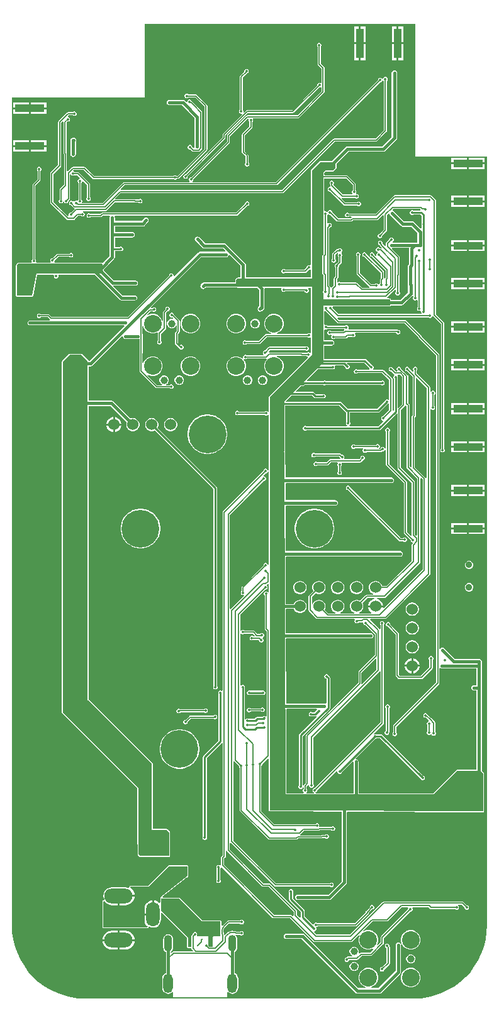
<source format=gbl>
G04*
G04 #@! TF.GenerationSoftware,Altium Limited,Altium Designer,23.6.0 (18)*
G04*
G04 Layer_Physical_Order=4*
G04 Layer_Color=16711680*
%FSLAX44Y44*%
%MOMM*%
G71*
G04*
G04 #@! TF.SameCoordinates,AD488519-FD06-4120-8DA1-5AB69FE218D1*
G04*
G04*
G04 #@! TF.FilePolarity,Positive*
G04*
G01*
G75*
%ADD13C,0.1270*%
%ADD14C,0.2540*%
%ADD29R,4.0000X1.0000*%
%ADD32R,1.0000X4.0000*%
%ADD134C,0.1468*%
%ADD135C,0.4572*%
%ADD136C,0.1905*%
%ADD142C,0.1778*%
%ADD143C,0.3810*%
%ADD145C,0.1313*%
%ADD147C,1.5240*%
%ADD148C,0.4000*%
%ADD149C,0.5000*%
%ADD150C,2.3749*%
%ADD151C,0.9906*%
%ADD152O,1.1000X2.2000*%
%ADD153O,1.3000X2.6000*%
%ADD154O,1.8000X3.3000*%
%ADD155O,3.8000X2.0000*%
%ADD156C,0.9000*%
%ADD157C,0.3500*%
%ADD158C,0.3500*%
%ADD159C,0.3000*%
%ADD160C,5.0800*%
G36*
X544000Y1313627D02*
Y1135000D01*
X640620D01*
Y100063D01*
X640711Y99844D01*
X640247Y90393D01*
X638826Y80816D01*
X636474Y71424D01*
X633212Y62309D01*
X629072Y53556D01*
X624095Y45252D01*
X618327Y37475D01*
X611825Y30301D01*
X604652Y23800D01*
X596875Y18032D01*
X588571Y13055D01*
X579818Y8915D01*
X570703Y5653D01*
X561311Y3301D01*
X551734Y1880D01*
X542283Y1416D01*
X542063Y1507D01*
X100063D01*
X99844Y1416D01*
X90393Y1880D01*
X80816Y3301D01*
X71424Y5653D01*
X62309Y8915D01*
X53556Y13055D01*
X45252Y18032D01*
X37475Y23800D01*
X30301Y30301D01*
X23800Y37475D01*
X18032Y45252D01*
X13055Y53556D01*
X8915Y62309D01*
X5653Y71424D01*
X3301Y80816D01*
X1880Y90393D01*
X1416Y99844D01*
X1507Y100063D01*
Y1215000D01*
X180000D01*
Y1313620D01*
X542063D01*
X542283Y1313711D01*
X544000Y1313627D01*
D02*
G37*
%LPC*%
G36*
X528040Y1310320D02*
X521770D01*
Y1289050D01*
X528040D01*
Y1310320D01*
D02*
G37*
G36*
X477040D02*
X470770D01*
Y1289050D01*
X477040D01*
Y1310320D01*
D02*
G37*
G36*
X519230D02*
X512960D01*
Y1289050D01*
X519230D01*
Y1310320D01*
D02*
G37*
G36*
X468230D02*
X461960D01*
Y1289050D01*
X468230D01*
Y1310320D01*
D02*
G37*
G36*
X528040Y1286510D02*
X521770D01*
Y1265240D01*
X528040D01*
Y1286510D01*
D02*
G37*
G36*
X519230D02*
X512960D01*
Y1265240D01*
X519230D01*
Y1286510D01*
D02*
G37*
G36*
X477040D02*
X470770D01*
Y1265240D01*
X477040D01*
Y1286510D01*
D02*
G37*
G36*
X468230D02*
X461960D01*
Y1265240D01*
X468230D01*
Y1286510D01*
D02*
G37*
G36*
X415601Y1288470D02*
X414399D01*
X413289Y1288010D01*
X412440Y1287161D01*
X411980Y1286051D01*
Y1284849D01*
X412440Y1283739D01*
X413058Y1283121D01*
Y1259791D01*
X413205Y1259047D01*
X413627Y1258417D01*
X418183Y1253861D01*
Y1234734D01*
X416913Y1234208D01*
X416911Y1234210D01*
X415801Y1234670D01*
X414599D01*
X413489Y1234210D01*
X412640Y1233361D01*
X412180Y1232251D01*
Y1231377D01*
X378745Y1197942D01*
X318000D01*
X317257Y1197794D01*
X316627Y1197373D01*
X314193Y1194940D01*
X313450Y1195231D01*
X313020Y1195563D01*
Y1196601D01*
X312560Y1197711D01*
X312043Y1198228D01*
Y1242154D01*
X316964Y1247074D01*
X317715D01*
X318825Y1247534D01*
X319675Y1248383D01*
X320135Y1249493D01*
Y1250695D01*
X319675Y1251805D01*
X318825Y1252654D01*
X317715Y1253114D01*
X316514D01*
X315404Y1252654D01*
X314554Y1251805D01*
X314095Y1250695D01*
Y1249984D01*
X308555Y1244445D01*
X308112Y1243782D01*
X307957Y1243000D01*
Y1198228D01*
X307440Y1197711D01*
X306980Y1196601D01*
Y1195399D01*
X307440Y1194289D01*
X308289Y1193440D01*
X309399Y1192980D01*
X310437D01*
X310769Y1192550D01*
X311060Y1191807D01*
X285627Y1166373D01*
X285206Y1165743D01*
X285058Y1165000D01*
Y1161304D01*
X235273Y1111520D01*
X234399D01*
X233289Y1111060D01*
X232440Y1110211D01*
X231980Y1109101D01*
Y1107899D01*
X232440Y1106789D01*
X233289Y1105940D01*
X234399Y1105480D01*
X235601D01*
X236711Y1105940D01*
X237560Y1106789D01*
X238020Y1107899D01*
Y1108773D01*
X288373Y1159127D01*
X288794Y1159757D01*
X288942Y1160500D01*
Y1164195D01*
X318804Y1194058D01*
X379550D01*
X380293Y1194205D01*
X380923Y1194627D01*
X414927Y1228630D01*
X415801D01*
X416911Y1229090D01*
X416913Y1229092D01*
X418183Y1228566D01*
Y1223449D01*
X385601Y1190867D01*
X318425D01*
X317682Y1190720D01*
X317052Y1190298D01*
X291404Y1164651D01*
X290983Y1164021D01*
X290835Y1163278D01*
Y1155582D01*
X242773Y1107520D01*
X241899D01*
X240789Y1107060D01*
X239940Y1106211D01*
X239480Y1105101D01*
Y1103899D01*
X239940Y1102789D01*
X240517Y1102212D01*
X240135Y1100953D01*
X240127Y1100942D01*
X152500D01*
X152500Y1100942D01*
X151757Y1100795D01*
X151127Y1100373D01*
X151126Y1100373D01*
X123269Y1072516D01*
X96083D01*
X95557Y1073786D01*
X95560Y1073789D01*
X96020Y1074899D01*
Y1076101D01*
X95560Y1077211D01*
X94942Y1077829D01*
Y1100171D01*
X95560Y1100789D01*
X96020Y1101899D01*
Y1101902D01*
X97290Y1102428D01*
X102622Y1097096D01*
Y1080893D01*
X102004Y1080275D01*
X101544Y1079165D01*
Y1077963D01*
X102004Y1076853D01*
X102853Y1076004D01*
X103963Y1075544D01*
X105165D01*
X106275Y1076004D01*
X107124Y1076853D01*
X107584Y1077963D01*
Y1079165D01*
X107124Y1080275D01*
X106506Y1080893D01*
Y1097901D01*
X106506Y1097901D01*
X106359Y1098644D01*
X105938Y1099274D01*
X105938Y1099274D01*
X91704Y1113508D01*
X91073Y1113929D01*
X90330Y1114077D01*
X86130D01*
X86060Y1114246D01*
X85211Y1115095D01*
X84294Y1115475D01*
X83933Y1116612D01*
X83912Y1116748D01*
X84528Y1117528D01*
X98260D01*
X110162Y1105627D01*
X110792Y1105206D01*
X111535Y1105058D01*
X218671D01*
X219289Y1104440D01*
X220399Y1103980D01*
X221601D01*
X222711Y1104440D01*
X223529Y1105258D01*
X224700D01*
X225443Y1105406D01*
X226073Y1105827D01*
X263873Y1143626D01*
X263873Y1143627D01*
X264294Y1144257D01*
X264442Y1145000D01*
Y1203500D01*
X264294Y1204243D01*
X263873Y1204873D01*
X250373Y1218373D01*
X249743Y1218794D01*
X249000Y1218942D01*
X238829D01*
X238211Y1219560D01*
X237101Y1220020D01*
X235899D01*
X234789Y1219560D01*
X233940Y1218711D01*
X233480Y1217601D01*
Y1216399D01*
X233940Y1215289D01*
X234789Y1214440D01*
X235899Y1213980D01*
X237101D01*
X238211Y1214440D01*
X238829Y1215058D01*
X248195D01*
X260558Y1202695D01*
Y1145805D01*
X223896Y1109142D01*
X223129D01*
X222711Y1109560D01*
X221601Y1110020D01*
X220399D01*
X219289Y1109560D01*
X218671Y1108942D01*
X112339D01*
X100438Y1120844D01*
X99808Y1121265D01*
X99065Y1121413D01*
X83470D01*
X82727Y1121265D01*
X82097Y1120844D01*
X76712Y1115459D01*
X75442Y1115985D01*
Y1139180D01*
X75294Y1139923D01*
X74941Y1140452D01*
Y1181195D01*
X76227Y1182480D01*
X77101D01*
X78211Y1182940D01*
X79060Y1183789D01*
X79520Y1184899D01*
Y1186101D01*
X79060Y1187211D01*
X78211Y1188060D01*
X77101Y1188520D01*
X77101D01*
X76575Y1189790D01*
X77741Y1190957D01*
X83272D01*
X83789Y1190440D01*
X84899Y1189980D01*
X86101D01*
X87211Y1190440D01*
X88060Y1191289D01*
X88520Y1192399D01*
Y1193601D01*
X88060Y1194711D01*
X87211Y1195560D01*
X86101Y1196020D01*
X84899D01*
X83789Y1195560D01*
X83272Y1195043D01*
X76895D01*
X76113Y1194888D01*
X75450Y1194445D01*
X64257Y1183252D01*
X63814Y1182589D01*
X63659Y1181807D01*
Y1124048D01*
X53555Y1113945D01*
X53112Y1113282D01*
X52957Y1112500D01*
Y1073895D01*
X53112Y1073113D01*
X53555Y1072450D01*
X75474Y1050531D01*
X76137Y1050088D01*
X76919Y1049933D01*
X84323D01*
X85105Y1050088D01*
X85768Y1050531D01*
X90617Y1055380D01*
X94743D01*
X94871Y1055252D01*
X95981Y1054792D01*
X97182D01*
X98292Y1055252D01*
X99142Y1056102D01*
X99601Y1057212D01*
Y1058413D01*
X99142Y1059523D01*
X98292Y1060373D01*
X97182Y1060832D01*
X97219Y1061250D01*
X98154Y1062058D01*
X127553D01*
X128297Y1062206D01*
X128927Y1062627D01*
X140101Y1073801D01*
X166919D01*
X167062Y1073706D01*
X167805Y1073558D01*
X167805Y1073558D01*
X171671D01*
X172289Y1072940D01*
X173399Y1072480D01*
X174601D01*
X175711Y1072940D01*
X176560Y1073789D01*
X177020Y1074899D01*
Y1076101D01*
X176560Y1077211D01*
X175711Y1078060D01*
X174601Y1078520D01*
X173399D01*
X172289Y1078060D01*
X171671Y1077442D01*
X168448D01*
X168305Y1077538D01*
X167562Y1077685D01*
X140728D01*
X140202Y1078955D01*
X147546Y1086299D01*
X365741D01*
X366485Y1086447D01*
X367115Y1086868D01*
X435804Y1155558D01*
X491500D01*
X492243Y1155705D01*
X492873Y1156127D01*
X505373Y1168627D01*
X505794Y1169257D01*
X505942Y1170000D01*
Y1237171D01*
X506560Y1237789D01*
X507020Y1238899D01*
Y1240101D01*
X506560Y1241211D01*
X505711Y1242060D01*
X504601Y1242520D01*
X503399D01*
X502289Y1242060D01*
X501440Y1241211D01*
X500980Y1240101D01*
X500978Y1240100D01*
X499710Y1239849D01*
X499560Y1240211D01*
X498711Y1241060D01*
X497601Y1241520D01*
X496399D01*
X495289Y1241060D01*
X494440Y1240211D01*
X493980Y1239101D01*
Y1238227D01*
X356696Y1100942D01*
X244873D01*
X244865Y1100953D01*
X244483Y1102212D01*
X245060Y1102789D01*
X245520Y1103899D01*
Y1104773D01*
X294151Y1153404D01*
X294572Y1154034D01*
X294720Y1154778D01*
Y1162473D01*
X318743Y1186496D01*
X319451Y1186390D01*
X319463Y1186383D01*
X320170Y1185059D01*
X319980Y1184601D01*
Y1183399D01*
X320440Y1182289D01*
X320957Y1181772D01*
Y1175841D01*
X311555Y1166440D01*
X311112Y1165777D01*
X310957Y1164995D01*
Y1141425D01*
X311112Y1140643D01*
X311555Y1139980D01*
X315757Y1135779D01*
Y1127228D01*
X315240Y1126711D01*
X314780Y1125601D01*
Y1124399D01*
X315240Y1123289D01*
X316089Y1122440D01*
X317199Y1121980D01*
X318401D01*
X319511Y1122440D01*
X320360Y1123289D01*
X320820Y1124399D01*
Y1125601D01*
X320360Y1126711D01*
X319843Y1127228D01*
Y1136625D01*
X319688Y1137407D01*
X319245Y1138070D01*
X315043Y1142271D01*
Y1164149D01*
X324445Y1173550D01*
X324888Y1174213D01*
X325043Y1174995D01*
Y1181772D01*
X325560Y1182289D01*
X326020Y1183399D01*
Y1184601D01*
X325560Y1185711D01*
X325558Y1185713D01*
X326084Y1186983D01*
X386405D01*
X387149Y1187131D01*
X387779Y1187552D01*
X421498Y1221271D01*
X421498Y1221271D01*
X421920Y1221902D01*
X422067Y1222645D01*
Y1254666D01*
X422067Y1254666D01*
X421920Y1255409D01*
X421498Y1256039D01*
X416942Y1260595D01*
Y1283121D01*
X417560Y1283739D01*
X418020Y1284849D01*
Y1286051D01*
X417560Y1287161D01*
X416711Y1288010D01*
X415601Y1288470D01*
D02*
G37*
G36*
X241101Y1212020D02*
X239899D01*
X238789Y1211560D01*
X237940Y1210711D01*
X237480Y1209601D01*
Y1208943D01*
X236210Y1208418D01*
X234064Y1210564D01*
X232887Y1211350D01*
X231500Y1211626D01*
X231500Y1211626D01*
X213500D01*
X212113Y1211350D01*
X210936Y1210564D01*
X210150Y1209388D01*
X209874Y1208000D01*
X210150Y1206612D01*
X210936Y1205436D01*
X212113Y1204650D01*
X213500Y1204374D01*
X229998D01*
X247074Y1187298D01*
Y1148800D01*
X247249Y1147922D01*
X246595Y1146726D01*
X246400Y1146549D01*
X245794Y1146464D01*
X244020Y1148238D01*
Y1148601D01*
X243560Y1149711D01*
X242711Y1150560D01*
X241601Y1151020D01*
X240399D01*
X239289Y1150560D01*
X238440Y1149711D01*
X237980Y1148601D01*
Y1147399D01*
X238440Y1146289D01*
X239289Y1145440D01*
X240399Y1144980D01*
X241601D01*
X241730Y1145034D01*
X244263Y1142502D01*
X244893Y1142081D01*
X245636Y1141933D01*
X252740D01*
X253483Y1142081D01*
X254113Y1142502D01*
X256998Y1145387D01*
X256998Y1145387D01*
X257419Y1146017D01*
X257567Y1146760D01*
X257567Y1146760D01*
Y1194875D01*
X257567Y1194875D01*
X257419Y1195618D01*
X256998Y1196248D01*
X256998Y1196248D01*
X247203Y1206044D01*
X247203Y1206044D01*
X244143Y1209103D01*
X243520Y1209520D01*
Y1209601D01*
X243060Y1210711D01*
X242211Y1211560D01*
X241101Y1212020D01*
D02*
G37*
G36*
X47940Y1208040D02*
X26670D01*
Y1201770D01*
X47940D01*
Y1208040D01*
D02*
G37*
G36*
X24130D02*
X2860D01*
Y1201770D01*
X24130D01*
Y1208040D01*
D02*
G37*
G36*
X47940Y1199230D02*
X26670D01*
Y1192960D01*
X47940D01*
Y1199230D01*
D02*
G37*
G36*
X24130D02*
X2860D01*
Y1192960D01*
X24130D01*
Y1199230D01*
D02*
G37*
G36*
X47940Y1157040D02*
X26670D01*
Y1150770D01*
X47940D01*
Y1157040D01*
D02*
G37*
G36*
X24130D02*
X2860D01*
Y1150770D01*
X24130D01*
Y1157040D01*
D02*
G37*
G36*
X516000Y1251626D02*
X514613Y1251350D01*
X513436Y1250564D01*
X512650Y1249388D01*
X512374Y1248000D01*
Y1161858D01*
X499642Y1149126D01*
X453000D01*
X453000Y1149126D01*
X451613Y1148850D01*
X450436Y1148064D01*
X431747Y1129375D01*
X416500D01*
X415528Y1128972D01*
X404028Y1117472D01*
X403625Y1116500D01*
X403625Y1116500D01*
Y1111625D01*
X403625Y1111625D01*
X403625Y1111625D01*
Y1062125D01*
X403625Y1062125D01*
Y989490D01*
X402355Y988784D01*
X401786Y989020D01*
X400584D01*
X399474Y988560D01*
X398625Y987711D01*
X398165Y986601D01*
Y986093D01*
X395273Y983201D01*
X369070D01*
X368711Y983560D01*
X367601Y984020D01*
X366399D01*
X365289Y983560D01*
X364440Y982711D01*
X363980Y981601D01*
Y980399D01*
X364440Y979289D01*
X365289Y978440D01*
X366399Y977980D01*
X367601D01*
X368711Y978440D01*
X369070Y978799D01*
X396185D01*
X397028Y978966D01*
X397742Y979444D01*
X401278Y982980D01*
X401786D01*
X402355Y983216D01*
X403625Y982510D01*
Y972375D01*
X316126D01*
Y989800D01*
X316126Y989800D01*
X315850Y991187D01*
X315064Y992364D01*
X315064Y992364D01*
X289764Y1017663D01*
X288588Y1018449D01*
X287200Y1018725D01*
X287200Y1018725D01*
X261402D01*
X253564Y1026564D01*
X252388Y1027350D01*
X251000Y1027626D01*
X249613Y1027350D01*
X248436Y1026564D01*
X247650Y1025387D01*
X247374Y1024000D01*
X247650Y1022613D01*
X248436Y1021436D01*
X257337Y1012536D01*
X257337Y1012536D01*
X258513Y1011750D01*
X259901Y1011474D01*
X285699D01*
X288802Y1008371D01*
X288276Y1007101D01*
X254332D01*
X252945Y1006825D01*
X251768Y1006039D01*
X251768Y1006039D01*
X220290Y974560D01*
X219020Y975086D01*
Y975601D01*
X218560Y976711D01*
X217711Y977560D01*
X216601Y978020D01*
X215399D01*
X214289Y977560D01*
X213440Y976711D01*
X212980Y975601D01*
Y974727D01*
X157648Y919395D01*
X54551D01*
X51572Y922373D01*
X50942Y922794D01*
X50198Y922942D01*
X40329D01*
X39711Y923560D01*
X38601Y924020D01*
X37399D01*
X36289Y923560D01*
X35440Y922711D01*
X34980Y921601D01*
Y920399D01*
X35440Y919289D01*
X36289Y918440D01*
X37399Y917980D01*
X38601D01*
X39711Y918440D01*
X40329Y919058D01*
X49394D01*
X52373Y916079D01*
X52480Y916007D01*
X52095Y914737D01*
X25500D01*
X24261Y914491D01*
X23211Y913789D01*
X22509Y912739D01*
X22263Y911500D01*
X22509Y910261D01*
X23211Y909211D01*
X24261Y908509D01*
X25500Y908263D01*
X152196D01*
X152722Y906993D01*
X105996Y860266D01*
X104704Y860412D01*
X104472Y860972D01*
X104472Y860972D01*
X95972Y869472D01*
X95000Y869875D01*
X95000Y869875D01*
X79000D01*
X78028Y869472D01*
X78028Y869472D01*
X69028Y860472D01*
X68625Y859500D01*
X68625Y859500D01*
Y387000D01*
X69028Y386028D01*
X69028Y386028D01*
X170125Y284931D01*
Y247000D01*
Y244000D01*
Y209500D01*
X170125Y209500D01*
X170528Y208528D01*
X170625Y208431D01*
Y195500D01*
X171028Y194528D01*
X171028Y194528D01*
X173028Y192528D01*
X174000Y192125D01*
X174000Y192125D01*
X213000D01*
X213972Y192528D01*
X214375Y193500D01*
Y225558D01*
X213972Y226530D01*
X211030Y229472D01*
X210058Y229875D01*
X210058Y229875D01*
X190875D01*
Y246500D01*
Y318000D01*
X190472Y318972D01*
X190472Y318972D01*
X104875Y404569D01*
Y799374D01*
X134098D01*
X155758Y777715D01*
X155210Y775670D01*
Y773330D01*
X155816Y771069D01*
X156986Y769041D01*
X158641Y767386D01*
X160669Y766216D01*
X162930Y765610D01*
X165270D01*
X167531Y766216D01*
X169559Y767386D01*
X171214Y769041D01*
X172384Y771069D01*
X172990Y773330D01*
Y775670D01*
X172384Y777931D01*
X171214Y779959D01*
X169559Y781614D01*
X167531Y782784D01*
X165270Y783390D01*
X162930D01*
X160885Y782842D01*
X138164Y805564D01*
X136987Y806350D01*
X135600Y806626D01*
X135600Y806626D01*
X104875D01*
Y852874D01*
X107357D01*
X107357Y852874D01*
X108745Y853150D01*
X109921Y853936D01*
X149588Y893603D01*
X150763Y893000D01*
X151009Y891761D01*
X151711Y890711D01*
X152761Y890009D01*
X154000Y889763D01*
X170000D01*
X171239Y890009D01*
X172213Y890660D01*
X172523Y890593D01*
X173483Y890108D01*
Y871926D01*
X173346Y871722D01*
X173198Y870978D01*
Y846702D01*
X173346Y845958D01*
X173767Y845328D01*
X195157Y823939D01*
X195787Y823518D01*
X196530Y823370D01*
X196530Y823370D01*
X213859D01*
X214289Y822940D01*
X215399Y822480D01*
X216601D01*
X217711Y822940D01*
X218560Y823789D01*
X219020Y824899D01*
Y826101D01*
X218560Y827211D01*
X217711Y828060D01*
X216601Y828520D01*
X215399D01*
X214289Y828060D01*
X213483Y827254D01*
X209012D01*
X208759Y828524D01*
X209725Y828924D01*
X211476Y830675D01*
X212423Y832962D01*
Y835438D01*
X211476Y837725D01*
X209725Y839476D01*
X207438Y840423D01*
X204962D01*
X202675Y839476D01*
X200924Y837725D01*
X199977Y835438D01*
Y832962D01*
X200924Y830675D01*
X202675Y828924D01*
X203641Y828524D01*
X203388Y827254D01*
X197335D01*
X183931Y840658D01*
X184711Y841674D01*
X185876Y841001D01*
X189219Y840106D01*
X192680D01*
X196024Y841001D01*
X199021Y842732D01*
X201468Y845179D01*
X203199Y848176D01*
X204095Y851519D01*
Y854980D01*
X203199Y858324D01*
X201468Y861321D01*
X199021Y863768D01*
X196024Y865499D01*
X192680Y866395D01*
X189219D01*
X185876Y865499D01*
X182879Y863768D01*
X180432Y861321D01*
X178701Y858324D01*
X178353Y857023D01*
X177083Y857190D01*
Y870315D01*
X177220Y870520D01*
X177367Y871263D01*
Y895540D01*
X177220Y896283D01*
X177083Y896488D01*
Y906460D01*
X178353Y906627D01*
X178701Y905326D01*
X180432Y902329D01*
X182879Y899882D01*
X185876Y898151D01*
X189219Y897255D01*
X192680D01*
X196024Y898151D01*
X197433Y898965D01*
X198324Y898013D01*
X198206Y897835D01*
X198058Y897092D01*
Y887829D01*
X197440Y887211D01*
X196980Y886101D01*
Y884899D01*
X197440Y883789D01*
X198289Y882940D01*
X199399Y882480D01*
X200601D01*
X201711Y882940D01*
X202560Y883789D01*
X203020Y884899D01*
Y886101D01*
X202560Y887211D01*
X201942Y887829D01*
Y896288D01*
X208133Y902478D01*
X208554Y903108D01*
X208702Y903851D01*
Y924675D01*
X211007Y926980D01*
X211601D01*
X212711Y927440D01*
X213560Y928289D01*
X214020Y929399D01*
Y930601D01*
X213560Y931711D01*
X212711Y932560D01*
X211601Y933020D01*
X210399D01*
X209289Y932560D01*
X208440Y931711D01*
X207980Y930601D01*
Y929447D01*
X205386Y926853D01*
X204965Y926223D01*
X204817Y925480D01*
Y914340D01*
X203547Y914173D01*
X203199Y915474D01*
X201468Y918471D01*
X199021Y920918D01*
X196024Y922649D01*
X192680Y923544D01*
X189219D01*
X185876Y922649D01*
X184711Y921976D01*
X183931Y922992D01*
X188070Y927131D01*
X190598D01*
X190789Y926940D01*
X191899Y926480D01*
X193101D01*
X194211Y926940D01*
X195060Y927789D01*
X195520Y928899D01*
Y930101D01*
X195060Y931211D01*
X194211Y932060D01*
X193101Y932520D01*
X191899D01*
X190789Y932060D01*
X189970Y931241D01*
X189130Y931257D01*
X188887Y931271D01*
X188416Y932431D01*
X255834Y999849D01*
X289525D01*
X290912Y1000125D01*
X292089Y1000911D01*
X292875Y1002087D01*
X292943Y1002433D01*
X294321Y1002851D01*
X308874Y988298D01*
Y972375D01*
X305250D01*
X305250Y972375D01*
X304278Y971972D01*
X304278Y971972D01*
X302278Y969972D01*
X301875Y969000D01*
X301875Y969000D01*
Y966298D01*
X260673D01*
X260672Y966298D01*
X259285Y966022D01*
X258109Y965236D01*
X258109Y965236D01*
X255936Y963064D01*
X255150Y961888D01*
X254874Y960500D01*
X255150Y959112D01*
X255936Y957936D01*
X257113Y957150D01*
X258500Y956874D01*
X259888Y957150D01*
X261064Y957936D01*
X262174Y959047D01*
X304259D01*
X304278Y959028D01*
X305250Y958625D01*
X305250Y958625D01*
X331563D01*
X334047Y956142D01*
Y933674D01*
X332936Y932564D01*
X332150Y931387D01*
X331874Y930000D01*
X332150Y928613D01*
X332936Y927436D01*
X334113Y926650D01*
X335500Y926374D01*
X336888Y926650D01*
X338064Y927436D01*
X340236Y929609D01*
X340236Y929609D01*
X341022Y930785D01*
X341298Y932172D01*
X341298Y932173D01*
Y957643D01*
X341298Y957644D01*
X341298Y957644D01*
X342104Y958625D01*
X363558D01*
X363826Y958348D01*
X364293Y957355D01*
X363980Y956601D01*
Y955399D01*
X364440Y954289D01*
X365289Y953440D01*
X366399Y952980D01*
X367601D01*
X368711Y953440D01*
X369070Y953799D01*
X395229D01*
X395440Y953289D01*
X396289Y952440D01*
X397399Y951980D01*
X398601D01*
X399711Y952440D01*
X400560Y953289D01*
X401020Y954399D01*
Y955601D01*
X400560Y956711D01*
X399916Y957355D01*
X400136Y958323D01*
X400305Y958625D01*
X403625D01*
Y897942D01*
X403348Y897674D01*
X402355Y897207D01*
X401601Y897520D01*
X400399D01*
X399289Y897060D01*
X398767Y896538D01*
X358009D01*
X357842Y897808D01*
X359124Y898151D01*
X362121Y899882D01*
X364568Y902329D01*
X366299Y905326D01*
X367195Y908670D01*
Y912131D01*
X366299Y915474D01*
X364568Y918471D01*
X362121Y920918D01*
X359124Y922649D01*
X355780Y923544D01*
X352319D01*
X348976Y922649D01*
X345979Y920918D01*
X343532Y918471D01*
X341801Y915474D01*
X340905Y912131D01*
Y908670D01*
X341801Y905326D01*
X343532Y902329D01*
X345979Y899882D01*
X348976Y898151D01*
X350258Y897808D01*
X350091Y896538D01*
X343512D01*
X342670Y896370D01*
X341956Y895893D01*
X333264Y887201D01*
X317070D01*
X316711Y887560D01*
X315601Y888020D01*
X314399D01*
X313289Y887560D01*
X312440Y886711D01*
X311980Y885601D01*
Y884399D01*
X312440Y883289D01*
X313289Y882440D01*
X314399Y881980D01*
X315601D01*
X316711Y882440D01*
X317070Y882799D01*
X334176D01*
X335018Y882966D01*
X335732Y883444D01*
X344424Y892135D01*
X399094D01*
X399289Y891940D01*
X400399Y891480D01*
X401601D01*
X402355Y891793D01*
X403348Y891326D01*
X403625Y891058D01*
Y871084D01*
X402826Y870748D01*
X402355Y870695D01*
X401608Y871442D01*
X400498Y871902D01*
X399296D01*
X398186Y871442D01*
X397827Y871083D01*
X392272D01*
X391877Y871347D01*
X391035Y871515D01*
X347396D01*
X347388Y871513D01*
X346763Y872684D01*
X348878Y874799D01*
X395930D01*
X396289Y874440D01*
X397399Y873980D01*
X398601D01*
X399711Y874440D01*
X400560Y875289D01*
X401020Y876399D01*
Y877601D01*
X400560Y878711D01*
X399711Y879560D01*
X398601Y880020D01*
X397399D01*
X396289Y879560D01*
X395930Y879201D01*
X347966D01*
X347123Y879034D01*
X346409Y878557D01*
X342373Y874520D01*
X341399D01*
X340289Y874060D01*
X339440Y873211D01*
X338980Y872101D01*
Y870899D01*
X339440Y869789D01*
X340258Y868971D01*
X340252Y868798D01*
X339961Y867701D01*
X317570D01*
X317211Y868060D01*
X316101Y868520D01*
X314899D01*
X313789Y868060D01*
X312940Y867211D01*
X312480Y866101D01*
Y864899D01*
X312829Y864056D01*
X311753Y863336D01*
X311321Y863768D01*
X308324Y865499D01*
X304981Y866395D01*
X301520D01*
X298176Y865499D01*
X295179Y863768D01*
X292732Y861321D01*
X291001Y858324D01*
X290105Y854980D01*
Y851519D01*
X291001Y848176D01*
X292732Y845179D01*
X295179Y842732D01*
X298176Y841001D01*
X301520Y840106D01*
X304981D01*
X308324Y841001D01*
X311321Y842732D01*
X313768Y845179D01*
X315499Y848176D01*
X316395Y851519D01*
Y854980D01*
X315499Y858324D01*
X313768Y861321D01*
X313336Y861753D01*
X314056Y862829D01*
X314899Y862480D01*
X316101D01*
X317211Y862940D01*
X317570Y863299D01*
X343583D01*
X343746Y863331D01*
X344372Y862161D01*
X343532Y861321D01*
X341801Y858324D01*
X340905Y854980D01*
Y851519D01*
X341801Y848176D01*
X343532Y845179D01*
X345979Y842732D01*
X348976Y841001D01*
X352319Y840106D01*
X355780D01*
X359124Y841001D01*
X362121Y842732D01*
X364568Y845179D01*
X366299Y848176D01*
X367195Y851519D01*
Y854980D01*
X366299Y858324D01*
X364568Y861321D01*
X362121Y863768D01*
X359124Y865499D01*
X357842Y865842D01*
X358009Y867112D01*
X390229D01*
X390624Y866848D01*
X391466Y866681D01*
X397827D01*
X398186Y866322D01*
X399173Y865913D01*
X399441Y865339D01*
X399648Y864592D01*
X347528Y812472D01*
X347125Y811500D01*
X347125Y811500D01*
Y791805D01*
X346823Y791636D01*
X345855Y791416D01*
X345211Y792060D01*
X344101Y792520D01*
X342899D01*
X341789Y792060D01*
X341680Y791951D01*
X307320D01*
X306711Y792560D01*
X305601Y793020D01*
X304399D01*
X303289Y792560D01*
X302440Y791711D01*
X301980Y790601D01*
Y789399D01*
X302440Y788289D01*
X303289Y787440D01*
X304399Y786980D01*
X305601D01*
X306711Y787440D01*
X306820Y787549D01*
X341180D01*
X341789Y786940D01*
X342899Y786480D01*
X344101D01*
X345211Y786940D01*
X345855Y787585D01*
X346823Y787364D01*
X347125Y787195D01*
Y739000D01*
X347125Y739000D01*
X347125Y739000D01*
Y713251D01*
X345855Y712998D01*
X345560Y713711D01*
X344711Y714560D01*
X343601Y715020D01*
X342399D01*
X341289Y714560D01*
X340440Y713711D01*
X339980Y712601D01*
Y712093D01*
X285443Y657557D01*
X284966Y656842D01*
X284799Y656000D01*
Y416589D01*
X283532Y416060D01*
X282422Y416520D01*
X281220D01*
X280110Y416060D01*
X279261Y415211D01*
X278801Y414101D01*
Y412899D01*
X279261Y411789D01*
X279410Y411640D01*
Y348863D01*
X259169Y328621D01*
X258607Y327781D01*
X258410Y326790D01*
Y219639D01*
X257980Y218601D01*
Y217399D01*
X258440Y216289D01*
X259289Y215440D01*
X260399Y214980D01*
X261601D01*
X262711Y215440D01*
X263560Y216289D01*
X264020Y217399D01*
Y218601D01*
X263590Y219639D01*
Y325717D01*
X283529Y345656D01*
X284723Y345254D01*
X284799Y345194D01*
Y194091D01*
X283265Y192556D01*
X282787Y191842D01*
X282620Y191000D01*
Y181447D01*
X281350Y180921D01*
X281211Y181060D01*
X280101Y181520D01*
X278899D01*
X277789Y181060D01*
X276940Y180211D01*
X276480Y179101D01*
Y177899D01*
X276940Y176789D01*
X276966Y176764D01*
Y161518D01*
X276590Y160612D01*
Y159411D01*
X277050Y158301D01*
X277900Y157451D01*
X279010Y156992D01*
X280211D01*
X281321Y157451D01*
X282171Y158301D01*
X282630Y159411D01*
Y160612D01*
X282171Y161722D01*
X282145Y161748D01*
Y176994D01*
X282520Y177899D01*
Y178247D01*
X283790Y178773D01*
X352298Y110264D01*
X353012Y109787D01*
X353855Y109620D01*
X375767D01*
X407276Y78111D01*
X407990Y77634D01*
X408833Y77466D01*
X457500D01*
X458342Y77634D01*
X459057Y78111D01*
X468349Y87403D01*
X469365Y86623D01*
X468701Y85474D01*
X467805Y82130D01*
Y78670D01*
X468701Y75326D01*
X470432Y72329D01*
X472879Y69882D01*
X475876Y68151D01*
X479220Y67256D01*
X482681D01*
X486024Y68151D01*
X487169Y68812D01*
X487948Y67796D01*
X483661Y63509D01*
X471011D01*
X470144Y63336D01*
X469409Y62845D01*
X468806Y62242D01*
X467729Y62961D01*
X468123Y63912D01*
Y66388D01*
X467176Y68675D01*
X465425Y70426D01*
X463138Y71373D01*
X460662D01*
X458375Y70426D01*
X456624Y68675D01*
X455677Y66388D01*
Y63912D01*
X456624Y61625D01*
X458375Y59874D01*
X459326Y59481D01*
X459073Y58211D01*
X453945D01*
X453077Y58038D01*
X452342Y57547D01*
X451815Y57020D01*
X451399D01*
X450289Y56560D01*
X449440Y55711D01*
X448980Y54601D01*
Y53399D01*
X449440Y52289D01*
X450289Y51440D01*
X451399Y50980D01*
X452601D01*
X453711Y51440D01*
X454560Y52289D01*
X455020Y53399D01*
Y53678D01*
X465713D01*
X466580Y53851D01*
X467315Y54342D01*
X471950Y58976D01*
X484599D01*
X485467Y59149D01*
X486202Y59640D01*
X501360Y74798D01*
X501851Y75533D01*
X502024Y76400D01*
Y83140D01*
X537685Y118801D01*
X538101D01*
X539211Y119261D01*
X540060Y120110D01*
X540520Y121220D01*
Y122422D01*
X540060Y123532D01*
X540589Y124799D01*
X561589D01*
X563945Y122443D01*
X564659Y121966D01*
X565501Y121799D01*
X597930D01*
X598289Y121440D01*
X599399Y120980D01*
X600601D01*
X601711Y121440D01*
X602560Y122289D01*
X603020Y123399D01*
Y124601D01*
X602560Y125711D01*
X601742Y126529D01*
X601748Y126702D01*
X602039Y127799D01*
X606588D01*
X610480Y123907D01*
Y123399D01*
X610940Y122289D01*
X611789Y121440D01*
X612899Y120980D01*
X614101D01*
X615211Y121440D01*
X616060Y122289D01*
X616520Y123399D01*
Y124601D01*
X616060Y125711D01*
X615211Y126560D01*
X614101Y127020D01*
X613593D01*
X609057Y131557D01*
X608342Y132034D01*
X607500Y132201D01*
X501500D01*
X500658Y132034D01*
X499944Y131557D01*
X456088Y87701D01*
X411588D01*
X408079Y91210D01*
X408601Y92480D01*
X409711Y92940D01*
X410560Y93789D01*
X411020Y94899D01*
Y96101D01*
X410743Y96770D01*
X411190Y97851D01*
X411451Y98116D01*
X412379Y98500D01*
X412673Y98794D01*
X463560D01*
X464427Y98967D01*
X465162Y99458D01*
X481129Y115425D01*
X481620Y116160D01*
X481793Y117027D01*
Y117088D01*
X486185Y121480D01*
X486601D01*
X487711Y121940D01*
X488560Y122789D01*
X489020Y123899D01*
Y125101D01*
X488560Y126211D01*
X487711Y127060D01*
X486601Y127520D01*
X485399D01*
X484289Y127060D01*
X483440Y126211D01*
X482980Y125101D01*
Y124685D01*
X477924Y119629D01*
X477433Y118894D01*
X477261Y118027D01*
Y117965D01*
X462621Y103326D01*
X412673D01*
X412379Y103620D01*
X411269Y104080D01*
X410067D01*
X408957Y103620D01*
X408108Y102771D01*
X407648Y101661D01*
Y101310D01*
X406378Y100784D01*
X394998Y112165D01*
Y119592D01*
X394801Y120583D01*
X394239Y121423D01*
X379590Y136073D01*
Y143861D01*
X380020Y144899D01*
Y146101D01*
X379560Y147211D01*
X378711Y148060D01*
X377601Y148520D01*
X376399D01*
X375289Y148060D01*
X374440Y147211D01*
X373980Y146101D01*
Y144899D01*
X374410Y143861D01*
Y135000D01*
X374607Y134009D01*
X375169Y133169D01*
X389818Y118519D01*
Y111266D01*
X389405Y110953D01*
X388605Y110684D01*
X384880Y114409D01*
Y119145D01*
X384713Y119988D01*
X384236Y120702D01*
X348970Y155967D01*
X348256Y156444D01*
X347414Y156612D01*
X340177D01*
X294701Y202088D01*
Y211081D01*
X295971Y211591D01*
X354489Y153073D01*
X355204Y152596D01*
X356046Y152429D01*
X429430D01*
X429789Y152070D01*
X430899Y151610D01*
X432101D01*
X433211Y152070D01*
X434060Y152919D01*
X434520Y154029D01*
Y155231D01*
X434060Y156341D01*
X433211Y157190D01*
X432101Y157650D01*
X430899D01*
X429789Y157190D01*
X429430Y156831D01*
X356958D01*
X299368Y214421D01*
Y321970D01*
X300638Y322095D01*
X300706Y321757D01*
X301127Y321127D01*
X306980Y315273D01*
Y314399D01*
X307440Y313289D01*
X308058Y312671D01*
Y255000D01*
X308206Y254257D01*
X308627Y253627D01*
X346127Y216127D01*
X346757Y215706D01*
X347500Y215558D01*
X347500Y215558D01*
X384621D01*
X385364Y215706D01*
X385994Y216127D01*
X387080Y217213D01*
X417993D01*
X418736Y217360D01*
X419366Y217781D01*
X419432Y217847D01*
X422682D01*
X423112Y217417D01*
X424222Y216957D01*
X425423D01*
X426533Y217417D01*
X427383Y218267D01*
X427843Y219377D01*
Y220578D01*
X427383Y221688D01*
X426533Y222538D01*
X425423Y222997D01*
X424222D01*
X423112Y222538D01*
X422306Y221732D01*
X418628D01*
X417884Y221584D01*
X417254Y221163D01*
X417188Y221097D01*
X389692D01*
X389307Y222367D01*
X389572Y222544D01*
X394660Y227633D01*
X414040D01*
X414783Y227780D01*
X415413Y228202D01*
X415770Y228558D01*
X431171D01*
X431789Y227940D01*
X432899Y227480D01*
X434101D01*
X435211Y227940D01*
X436060Y228789D01*
X436520Y229899D01*
Y231101D01*
X436060Y232211D01*
X435211Y233060D01*
X434101Y233520D01*
X432899D01*
X431789Y233060D01*
X431171Y232442D01*
X415791D01*
X414938Y233701D01*
X415020Y233899D01*
Y235101D01*
X414560Y236211D01*
X413711Y237060D01*
X412601Y237520D01*
X411399D01*
X410289Y237060D01*
X409671Y236442D01*
X354804D01*
X337045Y254202D01*
Y314827D01*
X337663Y315445D01*
X338123Y316555D01*
Y317429D01*
X345952Y325258D01*
X347125Y324772D01*
Y276500D01*
Y255000D01*
X347528Y254028D01*
X348500Y253625D01*
X369486D01*
X369488Y253626D01*
X369490Y253625D01*
X369822Y253764D01*
X444874Y253372D01*
Y159502D01*
X427106Y141734D01*
X385892D01*
X384505Y141458D01*
X383328Y140672D01*
X382542Y139495D01*
X382266Y138108D01*
X382542Y136721D01*
X383328Y135544D01*
X384505Y134758D01*
X385892Y134482D01*
X428608D01*
X428608Y134482D01*
X429995Y134758D01*
X431172Y135544D01*
X451064Y155436D01*
X451064Y155436D01*
X451850Y156613D01*
X452126Y158000D01*
Y252433D01*
X453026Y253329D01*
X635493Y252375D01*
X635496Y252377D01*
X635500Y252375D01*
X635985Y252576D01*
X636467Y252773D01*
X636469Y252777D01*
X636472Y252778D01*
X636875Y253743D01*
X636873Y253746D01*
X636875Y253750D01*
Y304500D01*
X636472Y305472D01*
X636472Y305472D01*
X633626Y308318D01*
Y420500D01*
X633626Y420500D01*
X633626Y420500D01*
Y448500D01*
X633626Y448500D01*
X633626Y448500D01*
Y455500D01*
X633350Y456888D01*
X632564Y458064D01*
X631387Y458850D01*
X630000Y459126D01*
X597502D01*
X583564Y473064D01*
X582388Y473850D01*
X581000Y474126D01*
X579613Y473850D01*
X578436Y473064D01*
X577971Y472368D01*
X576701Y472753D01*
Y868000D01*
X576534Y868842D01*
X576057Y869557D01*
X552701Y892912D01*
Y893500D01*
X552534Y894342D01*
X552057Y895057D01*
X532556Y914557D01*
X531842Y915034D01*
X531000Y915201D01*
X441588D01*
X439188Y917600D01*
X439814Y918771D01*
X440000Y918734D01*
X561995D01*
X562289Y918440D01*
X563399Y917980D01*
X564601D01*
X565711Y918440D01*
X566560Y919289D01*
X567020Y920399D01*
X568200Y921100D01*
X568290Y921095D01*
X568627Y920592D01*
X579058Y910161D01*
Y742329D01*
X578440Y741711D01*
X577980Y740601D01*
Y739399D01*
X578440Y738289D01*
X579289Y737440D01*
X580399Y736980D01*
X581601D01*
X582711Y737440D01*
X583560Y738289D01*
X584020Y739399D01*
Y740601D01*
X583560Y741711D01*
X582942Y742329D01*
Y910965D01*
X582794Y911708D01*
X582373Y912338D01*
X571942Y922770D01*
Y1075965D01*
X571942Y1075965D01*
X571795Y1076708D01*
X571373Y1077338D01*
X565913Y1082798D01*
X565283Y1083220D01*
X564540Y1083367D01*
X516416D01*
X515672Y1083220D01*
X515042Y1082798D01*
X490860Y1058616D01*
X454880D01*
X454262Y1059234D01*
X453152Y1059694D01*
X451951D01*
X450841Y1059234D01*
X449991Y1058384D01*
X449531Y1057274D01*
Y1056073D01*
X449991Y1054963D01*
X450841Y1054113D01*
X451951Y1053654D01*
X453152D01*
X454262Y1054113D01*
X454880Y1054731D01*
X458111D01*
X458496Y1053461D01*
X458173Y1053245D01*
X457129Y1052201D01*
X440843D01*
X432520Y1060525D01*
Y1060601D01*
X432060Y1061711D01*
X431211Y1062560D01*
X430101Y1063020D01*
X428899D01*
X427789Y1062560D01*
X426940Y1061711D01*
X426769Y1061298D01*
X425307Y1060964D01*
X425211Y1061060D01*
X424101Y1061520D01*
X422899D01*
X421875Y1062205D01*
Y1063500D01*
X421875Y1063500D01*
Y1091332D01*
X421841Y1091413D01*
Y1092614D01*
X421875Y1092695D01*
Y1106058D01*
X450839D01*
X460058Y1096839D01*
Y1090043D01*
X459440Y1089425D01*
X458980Y1088315D01*
Y1087113D01*
X459440Y1086003D01*
X459924Y1085519D01*
X459408Y1084249D01*
X446965D01*
X434201Y1097012D01*
Y1097930D01*
X434560Y1098289D01*
X435020Y1099399D01*
Y1100601D01*
X434560Y1101711D01*
X433711Y1102560D01*
X432601Y1103020D01*
X431399D01*
X430289Y1102560D01*
X429440Y1101711D01*
X428980Y1100601D01*
Y1099399D01*
X429440Y1098289D01*
X429799Y1097930D01*
Y1096100D01*
X429893Y1095624D01*
X429310Y1094616D01*
X429043Y1094354D01*
X428751D01*
X427641Y1093895D01*
X426792Y1093045D01*
X426332Y1091935D01*
Y1090734D01*
X426792Y1089624D01*
X427641Y1088774D01*
X428751Y1088314D01*
X429259D01*
X447630Y1069943D01*
X448344Y1069466D01*
X449186Y1069299D01*
X465903D01*
X466289Y1068913D01*
X467399Y1068453D01*
X468601D01*
X469711Y1068913D01*
X470560Y1069762D01*
X471020Y1070872D01*
Y1072074D01*
X470560Y1073184D01*
X469711Y1074033D01*
X468601Y1074493D01*
X467399D01*
X466289Y1074033D01*
X465957Y1073701D01*
X450098D01*
X445048Y1078751D01*
X445126Y1079068D01*
X445674Y1079921D01*
X446053Y1079846D01*
X462868D01*
X463370Y1079344D01*
X464480Y1078884D01*
X465682D01*
X466792Y1079344D01*
X467641Y1080194D01*
X468101Y1081304D01*
Y1082505D01*
X467641Y1083615D01*
X466792Y1084465D01*
X465682Y1084924D01*
X465277D01*
X464941Y1085431D01*
X464639Y1086194D01*
X465020Y1087113D01*
Y1088315D01*
X464560Y1089425D01*
X463942Y1090043D01*
Y1097644D01*
X463794Y1098387D01*
X463373Y1099017D01*
X453017Y1109373D01*
X452387Y1109794D01*
X451643Y1109942D01*
X422497D01*
X422375Y1110125D01*
X421972Y1111097D01*
X421972D01*
X421875Y1111195D01*
Y1113431D01*
X423569Y1115125D01*
X433500D01*
X433500Y1115125D01*
X434472Y1115528D01*
X434472Y1115528D01*
X437972Y1119028D01*
X438375Y1120000D01*
X438375Y1120000D01*
Y1125747D01*
X454502Y1141874D01*
X501143D01*
X501143Y1141874D01*
X502531Y1142150D01*
X503707Y1142936D01*
X518564Y1157793D01*
X518564Y1157793D01*
X519350Y1158969D01*
X519626Y1160357D01*
X519626Y1160357D01*
Y1248000D01*
X519350Y1249388D01*
X518564Y1250564D01*
X517388Y1251350D01*
X516000Y1251626D01*
D02*
G37*
G36*
X47940Y1148230D02*
X26670D01*
Y1141960D01*
X47940D01*
Y1148230D01*
D02*
G37*
G36*
X24130D02*
X2860D01*
Y1141960D01*
X24130D01*
Y1148230D01*
D02*
G37*
G36*
X84286Y1160912D02*
X82899Y1160636D01*
X81722Y1159850D01*
X81436Y1159564D01*
X80650Y1158388D01*
X80374Y1157000D01*
X80374Y1157000D01*
Y1138500D01*
X80650Y1137113D01*
X81436Y1135936D01*
X82612Y1135150D01*
X84000Y1134874D01*
X85387Y1135150D01*
X86564Y1135936D01*
X87350Y1137113D01*
X87626Y1138500D01*
Y1155883D01*
X87636Y1155899D01*
X87912Y1157286D01*
X87636Y1158673D01*
X86850Y1159850D01*
X85674Y1160636D01*
X84286Y1160912D01*
D02*
G37*
G36*
X637540Y1133540D02*
X616270D01*
Y1127270D01*
X637540D01*
Y1133540D01*
D02*
G37*
G36*
X613730D02*
X592460D01*
Y1127270D01*
X613730D01*
Y1133540D01*
D02*
G37*
G36*
X637540Y1124730D02*
X616270D01*
Y1118460D01*
X637540D01*
Y1124730D01*
D02*
G37*
G36*
X613730D02*
X592460D01*
Y1118460D01*
X613730D01*
Y1124730D01*
D02*
G37*
G36*
X637540Y1082540D02*
X616270D01*
Y1076270D01*
X637540D01*
Y1082540D01*
D02*
G37*
G36*
X613730D02*
X592460D01*
Y1076270D01*
X613730D01*
Y1082540D01*
D02*
G37*
G36*
X637540Y1073730D02*
X616270D01*
Y1067460D01*
X637540D01*
Y1073730D01*
D02*
G37*
G36*
X613730D02*
X592460D01*
Y1067460D01*
X613730D01*
Y1073730D01*
D02*
G37*
G36*
X38601Y1121520D02*
X37399D01*
X36289Y1121060D01*
X35440Y1120211D01*
X34980Y1119101D01*
Y1117899D01*
X35440Y1116789D01*
X36058Y1116171D01*
Y1104770D01*
X29702Y1098413D01*
X29281Y1097783D01*
X29133Y1097040D01*
Y996904D01*
X28515Y996286D01*
X28055Y995176D01*
Y993974D01*
X28191Y993645D01*
X27345Y992375D01*
X10000D01*
X9028Y991972D01*
X9028Y991972D01*
X7028Y989972D01*
X6625Y989000D01*
X6625Y989000D01*
Y948000D01*
X7028Y947028D01*
X8000Y946625D01*
X29000Y946625D01*
X29378Y946782D01*
X29777Y946866D01*
X29850Y946977D01*
X29972Y947028D01*
X30128Y947405D01*
X30351Y947748D01*
X35642Y976125D01*
X57139D01*
X57845Y975069D01*
X57834Y975044D01*
Y973843D01*
X58294Y972733D01*
X59144Y971883D01*
X60254Y971424D01*
X61455D01*
X62565Y971883D01*
X63415Y972733D01*
X63874Y973843D01*
Y975044D01*
X63864Y975069D01*
X64570Y976125D01*
X112796D01*
X146211Y942711D01*
X147261Y942009D01*
X148500Y941763D01*
X167000D01*
X168239Y942009D01*
X169289Y942711D01*
X169991Y943761D01*
X170237Y945000D01*
X169991Y946239D01*
X169289Y947289D01*
X168239Y947991D01*
X167000Y948237D01*
X149841D01*
X137585Y960493D01*
X138111Y961763D01*
X167500D01*
X168739Y962009D01*
X169789Y962711D01*
X170491Y963761D01*
X170737Y965000D01*
X170491Y966239D01*
X169789Y967289D01*
X168739Y967991D01*
X167500Y968237D01*
X138341D01*
X124875Y981703D01*
Y983247D01*
X139064Y997436D01*
X139064Y997436D01*
X139850Y998613D01*
X140126Y1000000D01*
Y1008410D01*
X146361D01*
X147399Y1007980D01*
X148601D01*
X149711Y1008440D01*
X150560Y1009289D01*
X151020Y1010399D01*
Y1011601D01*
X150560Y1012711D01*
X149711Y1013560D01*
X148601Y1014020D01*
X147399D01*
X146361Y1013590D01*
X140126D01*
Y1026319D01*
X163154D01*
X164542Y1026595D01*
X165718Y1027381D01*
X166504Y1028557D01*
X166780Y1029944D01*
X166504Y1031332D01*
X165718Y1032508D01*
X164542Y1033294D01*
X163154Y1033570D01*
X140126D01*
Y1041412D01*
X177538D01*
X177538Y1041412D01*
X178925Y1041688D01*
X180102Y1042474D01*
X184564Y1046936D01*
X185350Y1048112D01*
X185626Y1049500D01*
X185350Y1050888D01*
X184564Y1052064D01*
X183388Y1052850D01*
X182000Y1053126D01*
X180613Y1052850D01*
X179436Y1052064D01*
X176036Y1048663D01*
X140126D01*
Y1053000D01*
X139850Y1054388D01*
X139634Y1054711D01*
X140312Y1055981D01*
X304024D01*
X304806Y1056136D01*
X305469Y1056579D01*
X317870Y1068980D01*
X318601D01*
X319711Y1069440D01*
X320560Y1070289D01*
X321020Y1071399D01*
Y1072601D01*
X320560Y1073711D01*
X319711Y1074560D01*
X318601Y1075020D01*
X317399D01*
X316289Y1074560D01*
X315440Y1073711D01*
X314980Y1072601D01*
Y1071870D01*
X303178Y1060067D01*
X123090D01*
X122308Y1059912D01*
X121645Y1059469D01*
X120195Y1058019D01*
X107228D01*
X106711Y1058536D01*
X105601Y1058996D01*
X104399D01*
X103289Y1058536D01*
X102440Y1057687D01*
X101980Y1056577D01*
Y1055375D01*
X102440Y1054265D01*
X103289Y1053416D01*
X104399Y1052956D01*
X105601D01*
X106711Y1053416D01*
X107228Y1053933D01*
X121041D01*
X121823Y1054088D01*
X122486Y1054531D01*
X123936Y1055981D01*
X132688D01*
X133366Y1054711D01*
X133150Y1054388D01*
X132874Y1053000D01*
Y1045000D01*
X132874Y1045000D01*
X132874Y1045000D01*
Y1029506D01*
X132874Y1029505D01*
X132874Y1029505D01*
Y1011000D01*
Y1001502D01*
X123382Y992009D01*
X122500Y992375D01*
X122500Y992375D01*
X58942D01*
X58416Y993645D01*
X58560Y993789D01*
X59020Y994899D01*
Y995773D01*
X63804Y1000558D01*
X78671D01*
X79289Y999940D01*
X80399Y999480D01*
X81601D01*
X82711Y999940D01*
X83560Y1000789D01*
X84020Y1001899D01*
Y1003101D01*
X83560Y1004211D01*
X82711Y1005060D01*
X81601Y1005520D01*
X80399D01*
X79289Y1005060D01*
X78671Y1004442D01*
X63000D01*
X63000Y1004442D01*
X62257Y1004295D01*
X61627Y1003873D01*
X61627Y1003873D01*
X56273Y998520D01*
X55399D01*
X54289Y998060D01*
X53440Y997211D01*
X52980Y996101D01*
Y994899D01*
X53440Y993789D01*
X53584Y993645D01*
X53058Y992375D01*
X34805D01*
X33958Y993645D01*
X34095Y993974D01*
Y995176D01*
X33635Y996286D01*
X33017Y996904D01*
Y1096236D01*
X39373Y1102591D01*
X39373Y1102592D01*
X39794Y1103222D01*
X39942Y1103965D01*
Y1116171D01*
X40560Y1116789D01*
X41020Y1117899D01*
Y1119101D01*
X40560Y1120211D01*
X39711Y1121060D01*
X38601Y1121520D01*
D02*
G37*
G36*
X637540Y1023040D02*
X616270D01*
Y1016770D01*
X637540D01*
Y1023040D01*
D02*
G37*
G36*
X613730D02*
X592460D01*
Y1016770D01*
X613730D01*
Y1023040D01*
D02*
G37*
G36*
X637540Y1014230D02*
X616270D01*
Y1007960D01*
X637540D01*
Y1014230D01*
D02*
G37*
G36*
X613730D02*
X592460D01*
Y1007960D01*
X613730D01*
Y1014230D01*
D02*
G37*
G36*
X637540Y972040D02*
X616270D01*
Y965770D01*
X637540D01*
Y972040D01*
D02*
G37*
G36*
X613730D02*
X592460D01*
Y965770D01*
X613730D01*
Y972040D01*
D02*
G37*
G36*
X637540Y963230D02*
X616270D01*
Y956960D01*
X637540D01*
Y963230D01*
D02*
G37*
G36*
X613730D02*
X592460D01*
Y956960D01*
X613730D01*
Y963230D01*
D02*
G37*
G36*
X637540Y913540D02*
X616270D01*
Y907270D01*
X637540D01*
Y913540D01*
D02*
G37*
G36*
X613730D02*
X592460D01*
Y907270D01*
X613730D01*
Y913540D01*
D02*
G37*
G36*
X329888Y916623D02*
X327412D01*
X325125Y915676D01*
X323374Y913925D01*
X322427Y911638D01*
Y909162D01*
X323374Y906875D01*
X325125Y905124D01*
X327412Y904177D01*
X329888D01*
X332175Y905124D01*
X333926Y906875D01*
X334873Y909162D01*
Y911638D01*
X333926Y913925D01*
X332175Y915676D01*
X329888Y916623D01*
D02*
G37*
G36*
X637540Y904730D02*
X616270D01*
Y898460D01*
X637540D01*
Y904730D01*
D02*
G37*
G36*
X613730D02*
X592460D01*
Y898460D01*
X613730D01*
Y904730D01*
D02*
G37*
G36*
X304981Y923544D02*
X301520D01*
X298176Y922649D01*
X295179Y920918D01*
X292732Y918471D01*
X291001Y915474D01*
X290105Y912131D01*
Y908670D01*
X291001Y905326D01*
X292732Y902329D01*
X295179Y899882D01*
X298176Y898151D01*
X301520Y897255D01*
X304981D01*
X308324Y898151D01*
X311321Y899882D01*
X313768Y902329D01*
X315499Y905326D01*
X316395Y908670D01*
Y912131D01*
X315499Y915474D01*
X313768Y918471D01*
X311321Y920918D01*
X308324Y922649D01*
X304981Y923544D01*
D02*
G37*
G36*
X243480D02*
X240019D01*
X236676Y922649D01*
X233679Y920918D01*
X231232Y918471D01*
X229501Y915474D01*
X228605Y912131D01*
Y908670D01*
X229501Y905326D01*
X231232Y902329D01*
X233679Y899882D01*
X236676Y898151D01*
X240019Y897255D01*
X243480D01*
X246824Y898151D01*
X249821Y899882D01*
X252268Y902329D01*
X253999Y905326D01*
X254895Y908670D01*
Y912131D01*
X253999Y915474D01*
X252268Y918471D01*
X249821Y920918D01*
X246824Y922649D01*
X243480Y923544D01*
D02*
G37*
G36*
X217101Y925020D02*
X215899D01*
X214789Y924560D01*
X213940Y923711D01*
X213480Y922601D01*
Y921399D01*
X213940Y920289D01*
X214789Y919440D01*
X215899Y918980D01*
X217101D01*
X217296Y919061D01*
X218442Y917915D01*
X218442Y917915D01*
X218482Y917627D01*
X218058Y917151D01*
X217341Y916623D01*
X215112D01*
X212825Y915676D01*
X211074Y913925D01*
X210127Y911638D01*
Y909162D01*
X211074Y906875D01*
X212825Y905124D01*
X215112Y904177D01*
X217588D01*
X219875Y905124D01*
X221626Y906875D01*
X222026Y907841D01*
X223296Y907588D01*
Y900689D01*
X221637Y899030D01*
X221215Y898400D01*
X221068Y897657D01*
Y883460D01*
X221215Y882717D01*
X221637Y882087D01*
X225865Y877858D01*
X226495Y877437D01*
X226576Y877421D01*
X226712Y877094D01*
X227561Y876245D01*
X228671Y875785D01*
X229873D01*
X230983Y876245D01*
X231832Y877094D01*
X232292Y878204D01*
Y879406D01*
X231832Y880516D01*
X230983Y881365D01*
X229873Y881825D01*
X228671D01*
X227767Y881450D01*
X224952Y884265D01*
Y896852D01*
X226611Y898511D01*
X226611Y898511D01*
X227033Y899141D01*
X227180Y899885D01*
X227180Y899885D01*
Y914081D01*
X227033Y914825D01*
X226611Y915455D01*
X221405Y920661D01*
X220775Y921083D01*
X220766Y921084D01*
X219520Y922330D01*
Y922601D01*
X219060Y923711D01*
X218211Y924560D01*
X217101Y925020D01*
D02*
G37*
G36*
X637540Y862540D02*
X616270D01*
Y856270D01*
X637540D01*
Y862540D01*
D02*
G37*
G36*
X613730D02*
X592460D01*
Y856270D01*
X613730D01*
Y862540D01*
D02*
G37*
G36*
X637540Y853730D02*
X616270D01*
Y847460D01*
X637540D01*
Y853730D01*
D02*
G37*
G36*
X613730D02*
X592460D01*
Y847460D01*
X613730D01*
Y853730D01*
D02*
G37*
G36*
X243480Y866395D02*
X240019D01*
X236676Y865499D01*
X233679Y863768D01*
X231232Y861321D01*
X229501Y858324D01*
X228605Y854980D01*
Y851519D01*
X229501Y848176D01*
X231232Y845179D01*
X233679Y842732D01*
X236676Y841001D01*
X240019Y840106D01*
X243480D01*
X246824Y841001D01*
X249821Y842732D01*
X252268Y845179D01*
X253999Y848176D01*
X254895Y851519D01*
Y854980D01*
X253999Y858324D01*
X252268Y861321D01*
X249821Y863768D01*
X246824Y865499D01*
X243480Y866395D01*
D02*
G37*
G36*
X340038Y840423D02*
X337562D01*
X335275Y839476D01*
X333524Y837725D01*
X332577Y835438D01*
Y832962D01*
X333524Y830675D01*
X335275Y828924D01*
X337562Y827977D01*
X340038D01*
X342325Y828924D01*
X344076Y830675D01*
X345023Y832962D01*
Y835438D01*
X344076Y837725D01*
X342325Y839476D01*
X340038Y840423D01*
D02*
G37*
G36*
X319738D02*
X317262D01*
X314975Y839476D01*
X313224Y837725D01*
X312277Y835438D01*
Y832962D01*
X313224Y830675D01*
X314975Y828924D01*
X317262Y827977D01*
X319738D01*
X322025Y828924D01*
X323776Y830675D01*
X324723Y832962D01*
Y835438D01*
X323776Y837725D01*
X322025Y839476D01*
X319738Y840423D01*
D02*
G37*
G36*
X227738D02*
X225262D01*
X222975Y839476D01*
X221224Y837725D01*
X220277Y835438D01*
Y832962D01*
X221224Y830675D01*
X222975Y828924D01*
X225262Y827977D01*
X227738D01*
X230025Y828924D01*
X231776Y830675D01*
X232723Y832962D01*
Y835438D01*
X231776Y837725D01*
X230025Y839476D01*
X227738Y840423D01*
D02*
G37*
G36*
X637540Y803040D02*
X616270D01*
Y796770D01*
X637540D01*
Y803040D01*
D02*
G37*
G36*
X613730D02*
X592460D01*
Y796770D01*
X613730D01*
Y803040D01*
D02*
G37*
G36*
X637540Y794230D02*
X616270D01*
Y787960D01*
X637540D01*
Y794230D01*
D02*
G37*
G36*
X613730D02*
X592460D01*
Y787960D01*
X613730D01*
Y794230D01*
D02*
G37*
G36*
X140038Y784660D02*
X139970D01*
Y775770D01*
X148860D01*
Y775838D01*
X148168Y778422D01*
X146830Y780738D01*
X144938Y782630D01*
X142622Y783968D01*
X140038Y784660D01*
D02*
G37*
G36*
X137430D02*
X137362D01*
X134778Y783968D01*
X132462Y782630D01*
X130570Y780738D01*
X129232Y778422D01*
X128540Y775838D01*
Y775770D01*
X137430D01*
Y784660D01*
D02*
G37*
G36*
X216070Y783390D02*
X213730D01*
X211469Y782784D01*
X209441Y781614D01*
X207786Y779959D01*
X206616Y777931D01*
X206010Y775670D01*
Y773330D01*
X206616Y771069D01*
X207786Y769041D01*
X209441Y767386D01*
X211469Y766216D01*
X213730Y765610D01*
X216070D01*
X218331Y766216D01*
X220359Y767386D01*
X222014Y769041D01*
X223184Y771069D01*
X223790Y773330D01*
Y775670D01*
X223184Y777931D01*
X222014Y779959D01*
X220359Y781614D01*
X218331Y782784D01*
X216070Y783390D01*
D02*
G37*
G36*
X148860Y773230D02*
X139970D01*
Y764340D01*
X140038D01*
X142622Y765032D01*
X144938Y766370D01*
X146830Y768262D01*
X148168Y770578D01*
X148860Y773162D01*
Y773230D01*
D02*
G37*
G36*
X137430D02*
X128540D01*
Y773162D01*
X129232Y770578D01*
X130570Y768262D01*
X132462Y766370D01*
X134778Y765032D01*
X137362Y764340D01*
X137430D01*
Y773230D01*
D02*
G37*
G36*
X637540Y752040D02*
X616270D01*
Y745770D01*
X637540D01*
Y752040D01*
D02*
G37*
G36*
X613730D02*
X592460D01*
Y745770D01*
X613730D01*
Y752040D01*
D02*
G37*
G36*
X637540Y743230D02*
X616270D01*
Y736960D01*
X637540D01*
Y743230D01*
D02*
G37*
G36*
X613730D02*
X592460D01*
Y736960D01*
X613730D01*
Y743230D01*
D02*
G37*
G36*
X266599Y788170D02*
X262401D01*
X258255Y787513D01*
X254262Y786216D01*
X250522Y784310D01*
X247126Y781843D01*
X244157Y778874D01*
X241690Y775478D01*
X239784Y771738D01*
X238487Y767745D01*
X237830Y763599D01*
Y759401D01*
X238487Y755255D01*
X239784Y751262D01*
X241690Y747522D01*
X244157Y744126D01*
X247126Y741157D01*
X250522Y738690D01*
X254262Y736784D01*
X258255Y735487D01*
X262401Y734830D01*
X266599D01*
X270745Y735487D01*
X274738Y736784D01*
X278478Y738690D01*
X281874Y741157D01*
X284843Y744126D01*
X287310Y747522D01*
X289216Y751262D01*
X290513Y755255D01*
X291170Y759401D01*
Y763599D01*
X290513Y767745D01*
X289216Y771738D01*
X287310Y775478D01*
X284843Y778874D01*
X281874Y781843D01*
X278478Y784310D01*
X274738Y786216D01*
X270745Y787513D01*
X266599Y788170D01*
D02*
G37*
G36*
X637540Y693040D02*
X616270D01*
Y686770D01*
X637540D01*
Y693040D01*
D02*
G37*
G36*
X613730D02*
X592460D01*
Y686770D01*
X613730D01*
Y693040D01*
D02*
G37*
G36*
X637540Y684230D02*
X616270D01*
Y677960D01*
X637540D01*
Y684230D01*
D02*
G37*
G36*
X613730D02*
X592460D01*
Y677960D01*
X613730D01*
Y684230D01*
D02*
G37*
G36*
X637540Y642040D02*
X616270D01*
Y635770D01*
X637540D01*
Y642040D01*
D02*
G37*
G36*
X613730D02*
X592460D01*
Y635770D01*
X613730D01*
Y642040D01*
D02*
G37*
G36*
X637540Y633230D02*
X616270D01*
Y626960D01*
X637540D01*
Y633230D01*
D02*
G37*
G36*
X613730D02*
X592460D01*
Y626960D01*
X613730D01*
Y633230D01*
D02*
G37*
G36*
X176599Y661170D02*
X172401D01*
X168255Y660513D01*
X164262Y659216D01*
X160522Y657310D01*
X157126Y654843D01*
X154157Y651874D01*
X151690Y648478D01*
X149784Y644738D01*
X148487Y640745D01*
X147830Y636599D01*
Y632401D01*
X148487Y628255D01*
X149784Y624262D01*
X151690Y620522D01*
X154157Y617126D01*
X157126Y614157D01*
X160522Y611690D01*
X164262Y609784D01*
X168255Y608487D01*
X172401Y607830D01*
X176599D01*
X180745Y608487D01*
X184738Y609784D01*
X188478Y611690D01*
X191874Y614157D01*
X194843Y617126D01*
X197310Y620522D01*
X199216Y624262D01*
X200513Y628255D01*
X201170Y632401D01*
Y636599D01*
X200513Y640745D01*
X199216Y644738D01*
X197310Y648478D01*
X194843Y651874D01*
X191874Y654843D01*
X188478Y657310D01*
X184738Y659216D01*
X180745Y660513D01*
X176599Y661170D01*
D02*
G37*
G36*
X617648Y591270D02*
X615352D01*
X613232Y590392D01*
X611608Y588768D01*
X610730Y586648D01*
Y584352D01*
X611608Y582232D01*
X613232Y580608D01*
X615352Y579730D01*
X617648D01*
X619768Y580608D01*
X621391Y582232D01*
X622270Y584352D01*
Y586648D01*
X621391Y588768D01*
X619768Y590392D01*
X617648Y591270D01*
D02*
G37*
G36*
Y561270D02*
X615352D01*
X613232Y560392D01*
X611608Y558768D01*
X610730Y556648D01*
Y554352D01*
X611608Y552232D01*
X613232Y550608D01*
X615352Y549730D01*
X617648D01*
X619768Y550608D01*
X621391Y552232D01*
X622270Y554352D01*
Y556648D01*
X621391Y558768D01*
X619768Y560392D01*
X617648Y561270D01*
D02*
G37*
G36*
X190670Y783390D02*
X188330D01*
X186069Y782784D01*
X184041Y781614D01*
X182386Y779959D01*
X181216Y777931D01*
X180610Y775670D01*
Y773330D01*
X181216Y771069D01*
X182386Y769041D01*
X184041Y767386D01*
X186069Y766216D01*
X188330Y765610D01*
X190670D01*
X192931Y766216D01*
X193686Y766652D01*
X272594Y687744D01*
Y422456D01*
X272164Y421417D01*
Y420216D01*
X272624Y419106D01*
X273473Y418256D01*
X274583Y417796D01*
X275784D01*
X276894Y418256D01*
X277744Y419106D01*
X278204Y420216D01*
Y421417D01*
X277773Y422456D01*
Y688816D01*
X277576Y689807D01*
X277015Y690648D01*
X197348Y770314D01*
X197784Y771069D01*
X198390Y773330D01*
Y775670D01*
X197784Y777931D01*
X196614Y779959D01*
X194959Y781614D01*
X192931Y782784D01*
X190670Y783390D01*
D02*
G37*
G36*
X262601Y392020D02*
X261399D01*
X260289Y391560D01*
X259671Y390942D01*
X227864D01*
X227478Y391328D01*
X226368Y391787D01*
X225167D01*
X224057Y391328D01*
X223207Y390478D01*
X222747Y389368D01*
Y388167D01*
X223207Y387057D01*
X224057Y386207D01*
X225167Y385747D01*
X226368D01*
X227478Y386207D01*
X228328Y387057D01*
X228328Y387058D01*
X259671D01*
X260289Y386440D01*
X261399Y385980D01*
X262601D01*
X263711Y386440D01*
X264560Y387289D01*
X265020Y388399D01*
Y389601D01*
X264560Y390711D01*
X263711Y391560D01*
X262601Y392020D01*
D02*
G37*
G36*
X275333Y383753D02*
X274132D01*
X273022Y383293D01*
X272495Y382766D01*
X241500D01*
X240633Y382593D01*
X239898Y382102D01*
X234815Y377020D01*
X234399D01*
X233289Y376560D01*
X232440Y375711D01*
X231980Y374601D01*
Y373399D01*
X232440Y372289D01*
X233289Y371440D01*
X234399Y370980D01*
X235601D01*
X236711Y371440D01*
X237560Y372289D01*
X238020Y373399D01*
Y373815D01*
X242439Y378234D01*
X272960D01*
X273022Y378172D01*
X274132Y377713D01*
X275333D01*
X276443Y378172D01*
X277293Y379022D01*
X277752Y380132D01*
Y381333D01*
X277293Y382443D01*
X276443Y383293D01*
X275333Y383753D01*
D02*
G37*
G36*
X229099Y364170D02*
X224901D01*
X220755Y363513D01*
X216762Y362216D01*
X213022Y360310D01*
X209626Y357843D01*
X206657Y354874D01*
X204190Y351478D01*
X202284Y347738D01*
X200987Y343745D01*
X200330Y339599D01*
Y335401D01*
X200987Y331255D01*
X202284Y327262D01*
X204190Y323522D01*
X206657Y320126D01*
X209626Y317157D01*
X213022Y314690D01*
X216762Y312784D01*
X220755Y311487D01*
X224901Y310830D01*
X229099D01*
X233245Y311487D01*
X237238Y312784D01*
X240978Y314690D01*
X244374Y317157D01*
X247343Y320126D01*
X249810Y323522D01*
X251716Y327262D01*
X253013Y331255D01*
X253670Y335401D01*
Y339599D01*
X253013Y343745D01*
X251716Y347738D01*
X249810Y351478D01*
X247343Y354874D01*
X244374Y357843D01*
X240978Y360310D01*
X237238Y362216D01*
X233245Y363513D01*
X229099Y364170D01*
D02*
G37*
G36*
X237500Y180875D02*
X212500D01*
X211528Y180472D01*
X211528Y180472D01*
X184431Y153375D01*
X160952D01*
X160620Y153237D01*
X160262Y153189D01*
X160151Y153042D01*
X159980Y152972D01*
X159843Y152639D01*
X159624Y152353D01*
X159359Y151354D01*
X158328Y150572D01*
X158075Y150511D01*
X156942Y150980D01*
X154000Y151367D01*
X136000D01*
X133058Y150980D01*
X130316Y149844D01*
X127962Y148038D01*
X126156Y145684D01*
X125020Y142942D01*
X124633Y140000D01*
X125020Y137058D01*
X125746Y135306D01*
X125736Y135186D01*
X125661Y134973D01*
X124951Y133906D01*
X124058Y133603D01*
X123820Y133395D01*
X123528Y133274D01*
X123440Y133061D01*
X123267Y132910D01*
X123246Y132594D01*
X123125Y132302D01*
Y97500D01*
X123528Y96528D01*
X124500Y96125D01*
X183600D01*
X183892Y96246D01*
X184208Y96267D01*
X184360Y96440D01*
X184572Y96528D01*
X184693Y96820D01*
X184902Y97058D01*
X185160Y97819D01*
X185774Y98195D01*
X186263Y98385D01*
X186572Y98425D01*
X188819Y97494D01*
X191500Y97141D01*
X194181Y97494D01*
X196679Y98529D01*
X198825Y100175D01*
X200471Y102321D01*
X201506Y104819D01*
X201859Y107500D01*
Y117038D01*
X203032Y117524D01*
X236028Y84528D01*
X236028Y84528D01*
X237125Y83431D01*
Y74813D01*
X237055Y74643D01*
Y73442D01*
X237125Y73272D01*
Y71000D01*
X237528Y70028D01*
X238500Y69625D01*
X243058D01*
Y69000D01*
X243206Y68257D01*
X243627Y67627D01*
X245182Y66071D01*
X244697Y64897D01*
X219203D01*
X218459Y64749D01*
X217829Y64328D01*
X216210Y62710D01*
X215051Y63190D01*
Y64369D01*
X215214Y64436D01*
X216628Y65522D01*
X217714Y66936D01*
X218396Y68583D01*
X218628Y70350D01*
Y81350D01*
X218396Y83117D01*
X217714Y84764D01*
X216628Y86178D01*
X215214Y87264D01*
X213567Y87946D01*
X211800Y88178D01*
X210033Y87946D01*
X208386Y87264D01*
X206972Y86178D01*
X205886Y84764D01*
X205204Y83117D01*
X204972Y81350D01*
Y70350D01*
X205204Y68583D01*
X205886Y66936D01*
X206972Y65522D01*
X208386Y64436D01*
X208563Y64363D01*
Y55552D01*
Y35819D01*
X207882Y35537D01*
X206258Y34292D01*
X205013Y32668D01*
X204230Y30778D01*
X203963Y28750D01*
Y15750D01*
X204230Y13722D01*
X205013Y11831D01*
X206258Y10208D01*
X207882Y8963D01*
X209772Y8180D01*
X211800Y7913D01*
X213828Y8180D01*
X215718Y8963D01*
X217342Y10208D01*
X217347Y10216D01*
X218617Y9785D01*
Y4541D01*
X219020Y3569D01*
X219992Y3167D01*
X290000D01*
X290972Y3569D01*
X291375Y4541D01*
Y9795D01*
X292645Y10226D01*
X292658Y10208D01*
X294282Y8963D01*
X296172Y8180D01*
X298200Y7913D01*
X300228Y8180D01*
X302118Y8963D01*
X303742Y10208D01*
X304987Y11831D01*
X305770Y13722D01*
X306037Y15750D01*
Y28750D01*
X305770Y30778D01*
X304987Y32668D01*
X303742Y34292D01*
X302118Y35537D01*
X301437Y35819D01*
Y55544D01*
Y64363D01*
X301614Y64436D01*
X303028Y65522D01*
X304114Y66936D01*
X304796Y68583D01*
X305028Y70350D01*
Y81350D01*
X304796Y83117D01*
X304114Y84764D01*
X303028Y86178D01*
X302436Y86633D01*
X303013Y87791D01*
X303859Y87557D01*
X304120Y87537D01*
X304377Y87486D01*
X307999D01*
X308617Y86868D01*
X309727Y86408D01*
X310928D01*
X312038Y86868D01*
X312888Y87718D01*
X313348Y88828D01*
Y90029D01*
X312888Y91139D01*
X312038Y91988D01*
X310928Y92448D01*
X309727D01*
X308617Y91988D01*
X307999Y91371D01*
X304642D01*
X301239Y92314D01*
X301252Y92360D01*
X301160Y92398D01*
X300028Y92547D01*
X298200Y92788D01*
X295240Y92398D01*
X292481Y91256D01*
X290112Y89438D01*
X288996Y87983D01*
X288873Y87865D01*
X288050Y86688D01*
X286827Y87031D01*
X286387Y93873D01*
X286444Y93877D01*
X286397Y94113D01*
X286634Y95302D01*
X287229Y96355D01*
X287955Y97399D01*
X293290Y102733D01*
X307996D01*
X308789Y101940D01*
X309899Y101480D01*
X311101D01*
X312211Y101940D01*
X313060Y102789D01*
X313520Y103899D01*
Y105101D01*
X313060Y106211D01*
X312211Y107060D01*
X311101Y107520D01*
X309899D01*
X308789Y107060D01*
X308346Y106617D01*
X292485D01*
X291742Y106469D01*
X291112Y106048D01*
X285046Y99983D01*
X284978Y99882D01*
X284886Y99802D01*
X284645Y99491D01*
X283375Y99927D01*
Y105500D01*
X282972Y106472D01*
X282000Y106875D01*
X257569D01*
X227472Y136972D01*
X226500Y137375D01*
X226500Y137375D01*
X204500D01*
X204063Y138645D01*
X236298Y163769D01*
X236711Y163940D01*
X237394Y164623D01*
X238345Y165364D01*
X238389Y165442D01*
X238472Y165476D01*
X238643Y165890D01*
X238864Y166279D01*
X238840Y166366D01*
X238875Y166448D01*
Y179500D01*
X238472Y180472D01*
X237500Y180875D01*
D02*
G37*
G36*
X154000Y92648D02*
X146270D01*
Y81270D01*
X166481D01*
X166217Y83274D01*
X164954Y86324D01*
X162944Y88944D01*
X160324Y90954D01*
X157274Y92217D01*
X154000Y92648D01*
D02*
G37*
G36*
X143730D02*
X136000D01*
X132726Y92217D01*
X129676Y90954D01*
X127056Y88944D01*
X125046Y86324D01*
X123783Y83274D01*
X123519Y81270D01*
X143730D01*
Y92648D01*
D02*
G37*
G36*
X539831Y93545D02*
X536370D01*
X533026Y92649D01*
X530029Y90918D01*
X527582Y88471D01*
X525851Y85474D01*
X524955Y82130D01*
Y78670D01*
X525682Y75957D01*
X525695Y75908D01*
X524523Y75376D01*
X524461Y75469D01*
X524064Y76064D01*
X522887Y76850D01*
X521500Y77126D01*
X520112Y76850D01*
X518936Y76064D01*
X518150Y74887D01*
X517874Y73500D01*
Y39002D01*
X494638Y15765D01*
X485011D01*
X484844Y17035D01*
X486024Y17351D01*
X489021Y19082D01*
X491468Y21529D01*
X493199Y24526D01*
X494095Y27870D01*
Y31330D01*
X493199Y34674D01*
X491468Y37671D01*
X489021Y40118D01*
X486024Y41849D01*
X482681Y42744D01*
X479220D01*
X475876Y41849D01*
X472879Y40118D01*
X470432Y37671D01*
X468701Y34674D01*
X467805Y31330D01*
Y27870D01*
X468701Y24526D01*
X470432Y21529D01*
X472879Y19082D01*
X475876Y17351D01*
X477056Y17035D01*
X476889Y15765D01*
X467523D01*
X395225Y88064D01*
X394048Y88850D01*
X392661Y89126D01*
X392661Y89126D01*
X370500D01*
X369113Y88850D01*
X367936Y88064D01*
X367150Y86888D01*
X366874Y85500D01*
X367150Y84113D01*
X367936Y82936D01*
X369113Y82150D01*
X370500Y81874D01*
X391159D01*
X463458Y9576D01*
X463458Y9576D01*
X464634Y8790D01*
X466021Y8514D01*
X496139D01*
X496139Y8514D01*
X497527Y8790D01*
X498703Y9576D01*
X524064Y34936D01*
X524064Y34936D01*
X524850Y36112D01*
X525126Y37500D01*
Y73500D01*
X524983Y74217D01*
X524961Y74329D01*
X526166Y74782D01*
X526191Y74738D01*
X527582Y72329D01*
X530029Y69882D01*
X533026Y68151D01*
X536370Y67256D01*
X539831D01*
X543174Y68151D01*
X546171Y69882D01*
X548618Y72329D01*
X550349Y75326D01*
X551245Y78670D01*
Y82130D01*
X550349Y85474D01*
X548618Y88471D01*
X546171Y90918D01*
X543174Y92649D01*
X539831Y93545D01*
D02*
G37*
G36*
X166481Y78730D02*
X146270D01*
Y67352D01*
X154000D01*
X157274Y67783D01*
X160324Y69046D01*
X162944Y71056D01*
X164954Y73676D01*
X166217Y76726D01*
X166481Y78730D01*
D02*
G37*
G36*
X143730D02*
X123519D01*
X123783Y76726D01*
X125046Y73676D01*
X127056Y71056D01*
X129676Y69046D01*
X132726Y67783D01*
X136000Y67352D01*
X143730D01*
Y78730D01*
D02*
G37*
G36*
X539338Y61223D02*
X536862D01*
X534575Y60276D01*
X532824Y58525D01*
X531877Y56238D01*
Y53762D01*
X532824Y51475D01*
X534575Y49724D01*
X536862Y48777D01*
X539338D01*
X541625Y49724D01*
X543376Y51475D01*
X544323Y53762D01*
Y56238D01*
X543376Y58525D01*
X541625Y60276D01*
X539338Y61223D01*
D02*
G37*
G36*
X463138Y51073D02*
X460662D01*
X458375Y50126D01*
X456624Y48375D01*
X455677Y46088D01*
Y43612D01*
X456624Y41325D01*
X458375Y39574D01*
X460662Y38627D01*
X463138D01*
X465425Y39574D01*
X467176Y41325D01*
X468123Y43612D01*
Y46088D01*
X467176Y48375D01*
X465425Y50126D01*
X463138Y51073D01*
D02*
G37*
G36*
X507101Y75520D02*
X505899D01*
X504789Y75060D01*
X503940Y74211D01*
X503480Y73101D01*
Y71899D01*
X503940Y70789D01*
X504789Y69940D01*
X505476Y69655D01*
Y50181D01*
X499315Y44020D01*
X498899D01*
X497789Y43560D01*
X496940Y42711D01*
X496480Y41601D01*
Y40399D01*
X496940Y39289D01*
X497789Y38440D01*
X498899Y37980D01*
X500101D01*
X501211Y38440D01*
X502060Y39289D01*
X502520Y40399D01*
Y40815D01*
X509345Y47640D01*
X509836Y48375D01*
X510009Y49243D01*
Y70826D01*
X509836Y71693D01*
X509520Y72166D01*
Y73101D01*
X509060Y74211D01*
X508211Y75060D01*
X507101Y75520D01*
D02*
G37*
G36*
X539831Y42744D02*
X536370D01*
X533026Y41849D01*
X530029Y40118D01*
X527582Y37671D01*
X525851Y34674D01*
X524955Y31330D01*
Y27870D01*
X525851Y24526D01*
X527582Y21529D01*
X530029Y19082D01*
X533026Y17351D01*
X536370Y16456D01*
X539831D01*
X543174Y17351D01*
X546171Y19082D01*
X548618Y21529D01*
X550349Y24526D01*
X551245Y27870D01*
Y31330D01*
X550349Y34674D01*
X548618Y37671D01*
X546171Y40118D01*
X543174Y41849D01*
X539831Y42744D01*
D02*
G37*
%LPD*%
G36*
X501440Y1237789D02*
X502058Y1237171D01*
Y1170805D01*
X490695Y1159442D01*
X435000D01*
X434257Y1159295D01*
X433627Y1158873D01*
X364937Y1090184D01*
X148226D01*
X147700Y1091454D01*
X153305Y1097058D01*
X357500D01*
X358243Y1097206D01*
X358873Y1097627D01*
X496727Y1235480D01*
X497601D01*
X498711Y1235940D01*
X499560Y1236789D01*
X500020Y1237899D01*
X500022Y1237900D01*
X501290Y1238151D01*
X501440Y1237789D01*
D02*
G37*
G36*
X69928Y1182835D02*
X71057Y1181999D01*
Y1139681D01*
X71205Y1138938D01*
X71558Y1138409D01*
Y1097414D01*
X66127Y1091983D01*
X65705Y1091352D01*
X65558Y1090609D01*
Y1077829D01*
X64940Y1077211D01*
X64480Y1076101D01*
Y1074899D01*
X64940Y1073789D01*
X65789Y1072940D01*
X66899Y1072480D01*
X68101D01*
X69211Y1072940D01*
X70060Y1073789D01*
X70347Y1074481D01*
X71693D01*
X71980Y1073789D01*
X72829Y1072940D01*
X73939Y1072480D01*
X75141D01*
X76251Y1072940D01*
X77100Y1073789D01*
X77560Y1074899D01*
Y1075773D01*
X78948Y1077161D01*
X78948Y1077162D01*
X79369Y1077792D01*
X79517Y1078535D01*
X79517Y1078535D01*
Y1110940D01*
X80787Y1111192D01*
X80940Y1110824D01*
X81789Y1109975D01*
X82899Y1109515D01*
X84101D01*
X85211Y1109975D01*
X85429Y1110193D01*
X89525D01*
X92928Y1106790D01*
X92402Y1105520D01*
X92399D01*
X91289Y1105060D01*
X90440Y1104211D01*
X89980Y1103101D01*
Y1101899D01*
X90440Y1100789D01*
X91058Y1100171D01*
Y1077829D01*
X90440Y1077211D01*
X90093Y1076372D01*
X89754Y1076025D01*
X88710Y1075675D01*
X88101Y1075928D01*
X86899D01*
X85789Y1075468D01*
X85292Y1074970D01*
X84399Y1074794D01*
X83728Y1075012D01*
X83172Y1075569D01*
X82062Y1076029D01*
X80860D01*
X79750Y1075569D01*
X78901Y1074720D01*
X78441Y1073610D01*
Y1072408D01*
X78901Y1071298D01*
X79750Y1070449D01*
X80598Y1070098D01*
X84087Y1066609D01*
X84717Y1066188D01*
X85460Y1066040D01*
X85497D01*
X86023Y1064770D01*
X81273Y1060020D01*
X80399D01*
X79289Y1059560D01*
X78440Y1058711D01*
X77980Y1057601D01*
Y1056399D01*
X77981Y1056397D01*
X77207Y1054948D01*
X76898Y1054886D01*
X57043Y1074741D01*
Y1111654D01*
X67147Y1121757D01*
X67590Y1122420D01*
X67745Y1123202D01*
Y1180961D01*
X69659Y1182875D01*
X69928Y1182835D01*
D02*
G37*
G36*
X551334Y1063901D02*
X550847Y1062773D01*
X541196D01*
X540601Y1063020D01*
X539399D01*
X538289Y1062560D01*
X537440Y1061711D01*
X536980Y1060601D01*
Y1059399D01*
X537440Y1058289D01*
X538289Y1057440D01*
X539399Y1056980D01*
X540601D01*
X541711Y1057440D01*
X541865Y1057594D01*
X551012D01*
X552470Y1056135D01*
Y1050673D01*
X552446Y1045867D01*
X552436Y1044685D01*
X552416Y1044686D01*
X552407Y1044600D01*
X552435D01*
X552440Y1043418D01*
X552440Y1043417D01*
Y1038983D01*
X551170Y1038457D01*
X542564Y1047064D01*
X541387Y1047850D01*
X540000Y1048126D01*
X540000Y1048126D01*
X529002D01*
X515564Y1061564D01*
X514388Y1062350D01*
X514010Y1062425D01*
X513592Y1063803D01*
X514588Y1064799D01*
X550613D01*
X551334Y1063901D01*
D02*
G37*
G36*
X509575Y1057990D02*
X509650Y1057613D01*
X510436Y1056436D01*
X524936Y1041936D01*
X524936Y1041936D01*
X526113Y1041150D01*
X527500Y1040874D01*
X527500Y1040874D01*
X538498D01*
X546906Y1032466D01*
X546906Y1032466D01*
X546959Y1032413D01*
Y1019626D01*
X543500D01*
X543500Y1019626D01*
X543500Y1019626D01*
X514040D01*
X513749Y1020721D01*
X513743Y1020896D01*
X514560Y1021713D01*
X515020Y1022823D01*
Y1024025D01*
X514560Y1025135D01*
X513711Y1025984D01*
X512601Y1026444D01*
X511399D01*
X510289Y1025984D01*
X509440Y1025135D01*
X508980Y1024025D01*
Y1023417D01*
X505264Y1019702D01*
X504787Y1018988D01*
X504620Y1018145D01*
Y1015290D01*
X503350Y1014763D01*
X500772Y1017341D01*
X500732Y1017542D01*
X500255Y1018256D01*
X499940Y1018570D01*
Y1019544D01*
X499481Y1020654D01*
X498631Y1021504D01*
X497521Y1021963D01*
X496320D01*
X495210Y1021504D01*
X494360Y1020654D01*
X493900Y1019544D01*
Y1018343D01*
X494360Y1017233D01*
X495210Y1016383D01*
X496320Y1015923D01*
X496361D01*
X496625Y1015660D01*
X496665Y1015459D01*
X497142Y1014745D01*
X499672Y1012215D01*
X498812Y1011301D01*
X498098Y1011778D01*
X497255Y1011946D01*
X496649D01*
X495961Y1012634D01*
X494851Y1013094D01*
X493649D01*
X492539Y1012634D01*
X491690Y1011785D01*
X491230Y1010675D01*
Y1009473D01*
X491690Y1008363D01*
X492539Y1007514D01*
X493010Y1007319D01*
X493132Y1006768D01*
X493126Y1005897D01*
X492440Y1005211D01*
X491980Y1004101D01*
Y1002899D01*
X492313Y1002097D01*
X491236Y1001377D01*
X489020Y1003593D01*
Y1004101D01*
X488560Y1005211D01*
X487711Y1006060D01*
X486601Y1006520D01*
X485399D01*
X484289Y1006060D01*
X483440Y1005211D01*
X482980Y1004101D01*
Y1002899D01*
X483440Y1001789D01*
X484289Y1000940D01*
X485399Y1000480D01*
X485907D01*
X504299Y982088D01*
Y972274D01*
X503773Y971748D01*
X503471Y971297D01*
X502201Y971546D01*
Y979500D01*
X502034Y980342D01*
X501557Y981057D01*
X479020Y1003593D01*
Y1004101D01*
X478560Y1005211D01*
X477711Y1006060D01*
X476601Y1006520D01*
X475399D01*
X474289Y1006060D01*
X473440Y1005211D01*
X472980Y1004101D01*
Y1002899D01*
X473440Y1001789D01*
X474289Y1000940D01*
X475399Y1000480D01*
X475907D01*
X497799Y978588D01*
Y971775D01*
X497254Y971230D01*
X496777Y970516D01*
X496609Y969674D01*
Y964567D01*
X495932Y963890D01*
X495793Y963553D01*
X495322Y963422D01*
X494359Y963411D01*
X493711Y964060D01*
X492601Y964520D01*
X491399D01*
X490289Y964060D01*
X489930Y963701D01*
X484912D01*
X469701Y978912D01*
Y1001430D01*
X470060Y1001789D01*
X470520Y1002899D01*
Y1004101D01*
X470060Y1005211D01*
X469211Y1006060D01*
X468101Y1006520D01*
X466899D01*
X465789Y1006060D01*
X464940Y1005211D01*
X464480Y1004101D01*
Y1002899D01*
X464940Y1001789D01*
X465299Y1001430D01*
Y978000D01*
X465466Y977158D01*
X465943Y976443D01*
X482444Y959943D01*
X482670Y959792D01*
X482284Y958522D01*
X472824D01*
X466400Y964947D01*
X465686Y965424D01*
X464843Y965591D01*
X443964D01*
X443605Y965950D01*
X442495Y966410D01*
X441294D01*
X440184Y965950D01*
X438917Y966479D01*
Y970175D01*
X440314Y971572D01*
X440791Y972286D01*
X440959Y973129D01*
Y985930D01*
X441318Y986289D01*
X441777Y987399D01*
Y988373D01*
X444530Y991125D01*
X445007Y991840D01*
X445175Y992682D01*
Y1000680D01*
X445534Y1001039D01*
X445993Y1002149D01*
Y1003351D01*
X445534Y1004461D01*
X445014Y1004981D01*
X444817Y1005791D01*
X445025Y1006544D01*
X445560Y1007079D01*
X446020Y1008189D01*
Y1009391D01*
X445560Y1010501D01*
X444711Y1011350D01*
X443601Y1011810D01*
X442399D01*
X441289Y1011350D01*
X440601Y1010662D01*
X438960D01*
X438118Y1010494D01*
X437404Y1010017D01*
X432943Y1005556D01*
X432466Y1004842D01*
X432299Y1004000D01*
Y997570D01*
X431940Y997211D01*
X431480Y996101D01*
Y994899D01*
X431940Y993789D01*
X432789Y992940D01*
X433899Y992480D01*
X435101D01*
X436211Y992940D01*
X437060Y993789D01*
X437520Y994899D01*
Y996101D01*
X437060Y997211D01*
X436701Y997570D01*
Y1003088D01*
X439332Y1005719D01*
X439781Y1005624D01*
X440018Y1005188D01*
X440311Y1004214D01*
X439954Y1003351D01*
Y1002149D01*
X440413Y1001039D01*
X440772Y1000680D01*
Y993594D01*
X438198Y991020D01*
X438157D01*
X437047Y990560D01*
X436197Y989711D01*
X435737Y988601D01*
Y987399D01*
X436197Y986289D01*
X436556Y985930D01*
Y974041D01*
X435159Y972643D01*
X434682Y971929D01*
X434514Y971087D01*
Y961830D01*
X431773Y959089D01*
X431667Y958930D01*
X431637Y958927D01*
X430357Y959255D01*
X430276Y959659D01*
X429799Y960373D01*
X428432Y961740D01*
Y1039029D01*
X429204Y1039801D01*
X429280D01*
X430390Y1040261D01*
X431239Y1041110D01*
X431699Y1042220D01*
Y1043422D01*
X431239Y1044532D01*
X430390Y1045381D01*
X429280Y1045841D01*
X428078D01*
X426968Y1045381D01*
X425701Y1045910D01*
Y1056430D01*
X426060Y1056789D01*
X426231Y1057202D01*
X427693Y1057536D01*
X427789Y1057440D01*
X428899Y1056980D01*
X429838D01*
X438375Y1048444D01*
X439089Y1047966D01*
X439932Y1047799D01*
X458040D01*
X458883Y1047966D01*
X459597Y1048444D01*
X460641Y1049488D01*
X492689D01*
X493531Y1049655D01*
X494245Y1050132D01*
X500371Y1056258D01*
X501641Y1055732D01*
Y1036754D01*
X496407Y1031520D01*
X495899D01*
X494789Y1031060D01*
X493940Y1030211D01*
X493480Y1029101D01*
Y1027899D01*
X493940Y1026789D01*
X494789Y1025940D01*
X495899Y1025480D01*
X497101D01*
X498211Y1025940D01*
X499060Y1026789D01*
X499520Y1027899D01*
Y1028407D01*
X505399Y1034286D01*
X505876Y1035000D01*
X506043Y1035842D01*
Y1056255D01*
X508197Y1058408D01*
X509575Y1057990D01*
D02*
G37*
G36*
X535874Y1012000D02*
X535874Y1012000D01*
Y990778D01*
X534936Y989840D01*
X534150Y988664D01*
X533874Y987276D01*
X533874Y987276D01*
Y981500D01*
Y963500D01*
X533874Y963500D01*
X534150Y962113D01*
X534374Y961777D01*
Y952032D01*
X524468Y942126D01*
X511375D01*
Y943000D01*
X511176Y943480D01*
X510977Y943967D01*
X510973Y943969D01*
X510972Y943972D01*
X510490Y944172D01*
X510007Y944375D01*
X506719Y944391D01*
X506325Y945512D01*
X506319Y945663D01*
X517125Y956469D01*
X518299Y955983D01*
Y953570D01*
X517940Y953211D01*
X517480Y952101D01*
Y950899D01*
X517940Y949789D01*
X518789Y948940D01*
X519899Y948480D01*
X521101D01*
X522211Y948940D01*
X523060Y949789D01*
X523520Y950899D01*
Y952101D01*
X523060Y953211D01*
X522701Y953570D01*
Y974731D01*
X523034Y975229D01*
X523201Y976071D01*
Y999676D01*
X523034Y1000518D01*
X522556Y1001232D01*
X512685Y1011104D01*
X513211Y1012374D01*
X535567D01*
X535874Y1012000D01*
D02*
G37*
G36*
X541466Y947129D02*
X541571Y946342D01*
X541440Y946211D01*
X540980Y945101D01*
Y943899D01*
X541440Y942789D01*
X542289Y941940D01*
X543399Y941480D01*
X544601D01*
X545711Y941940D01*
X545999Y942228D01*
X547269Y941702D01*
Y932570D01*
X546910Y932211D01*
X546450Y931101D01*
Y929899D01*
X546910Y928789D01*
X547759Y927940D01*
X548869Y927480D01*
X550071D01*
X550906Y927826D01*
X551780Y927236D01*
X551980Y927001D01*
Y925899D01*
X552440Y924789D01*
X552693Y924536D01*
X552167Y923266D01*
X440939D01*
X433020Y931185D01*
Y931601D01*
X432707Y932355D01*
X433174Y933348D01*
X433442Y933625D01*
X510000D01*
X510972Y934028D01*
X511323Y934874D01*
X525970D01*
X525970Y934874D01*
X527357Y935150D01*
X528534Y935936D01*
X540147Y947550D01*
X541466Y947129D01*
D02*
G37*
G36*
X439119Y911443D02*
X439833Y910966D01*
X440676Y910799D01*
X530088D01*
X548299Y892588D01*
Y892000D01*
X548466Y891158D01*
X548943Y890443D01*
X572299Y867088D01*
Y427412D01*
X514944Y370056D01*
X514466Y369342D01*
X514299Y368500D01*
Y360070D01*
X513940Y359711D01*
X513480Y358601D01*
Y357399D01*
X513940Y356289D01*
X514789Y355440D01*
X515899Y354980D01*
X517101D01*
X518211Y355440D01*
X519060Y356289D01*
X519520Y357399D01*
Y358601D01*
X519060Y359711D01*
X518701Y360070D01*
Y367588D01*
X576057Y424943D01*
X576534Y425658D01*
X576701Y426500D01*
Y445924D01*
X577971Y446579D01*
X578613Y446150D01*
X580000Y445874D01*
X626374D01*
Y423648D01*
X623253D01*
X621866Y423372D01*
X620690Y422586D01*
X619904Y421410D01*
X619628Y420023D01*
X619904Y418635D01*
X620690Y417459D01*
X621866Y416673D01*
X623253Y416397D01*
X626374D01*
Y309875D01*
X601000D01*
X601000Y309875D01*
X600028Y309472D01*
X600028Y309472D01*
X568431Y277875D01*
X467737D01*
Y320500D01*
X467491Y321739D01*
X466789Y322789D01*
X465739Y323491D01*
X464663Y323705D01*
X464338Y324254D01*
X464119Y324956D01*
X490459Y351296D01*
X490784D01*
X491894Y351756D01*
X492048Y351910D01*
X496927D01*
X551010Y297828D01*
X551440Y296789D01*
X552289Y295940D01*
X553399Y295480D01*
X554601D01*
X555711Y295940D01*
X556560Y296789D01*
X557020Y297899D01*
Y299101D01*
X556560Y300211D01*
X555711Y301060D01*
X554672Y301490D01*
X499831Y356331D01*
X498991Y356893D01*
X498000Y357090D01*
X491380D01*
X490784Y357336D01*
X489583D01*
X489007Y357098D01*
X488287Y358174D01*
X501057Y370943D01*
X501534Y371658D01*
X501701Y372500D01*
Y504696D01*
X502060Y505055D01*
X502520Y506165D01*
Y507367D01*
X502060Y508477D01*
X501211Y509326D01*
X500101Y509786D01*
X498899D01*
X497789Y509326D01*
X496940Y508477D01*
X496480Y507367D01*
Y506165D01*
X496940Y505055D01*
X497299Y504696D01*
Y499315D01*
X497032Y499153D01*
X496029Y498930D01*
X495895Y499131D01*
X483276Y511749D01*
X483762Y512923D01*
X504124D01*
X504966Y513090D01*
X505681Y513568D01*
X563557Y571443D01*
X564034Y572158D01*
X564201Y573000D01*
Y795092D01*
X564652Y795323D01*
X565471Y795481D01*
X566147Y794805D01*
X567257Y794345D01*
X568459D01*
X569569Y794805D01*
X570418Y795655D01*
X570878Y796765D01*
Y797966D01*
X570418Y799076D01*
X569942Y799552D01*
Y814671D01*
X570560Y815289D01*
X571020Y816399D01*
Y817601D01*
X570560Y818711D01*
X569711Y819560D01*
X568601Y820020D01*
X567399D01*
X566289Y819560D01*
X565471Y818742D01*
X565298Y818748D01*
X564201Y819039D01*
Y824772D01*
X564034Y825614D01*
X563557Y826328D01*
X546201Y843683D01*
Y847430D01*
X546560Y847789D01*
X547020Y848899D01*
Y850101D01*
X546560Y851211D01*
X545711Y852060D01*
X544601Y852520D01*
X543399D01*
X542289Y852060D01*
X541440Y851211D01*
X540980Y850101D01*
Y848899D01*
X541440Y847789D01*
X541799Y847430D01*
Y845974D01*
X540625Y845488D01*
X536520Y849593D01*
Y850101D01*
X536060Y851211D01*
X535211Y852060D01*
X534101Y852520D01*
X532899D01*
X531789Y852060D01*
X530940Y851211D01*
X530480Y850101D01*
Y848899D01*
X530940Y847789D01*
X531789Y846940D01*
X532899Y846480D01*
X533407D01*
X540657Y839230D01*
Y787391D01*
X539967Y786702D01*
X539490Y785988D01*
X539323Y785145D01*
Y717170D01*
X538053Y716644D01*
X536701Y717995D01*
Y800722D01*
X536534Y801565D01*
X536057Y802279D01*
X534701Y803634D01*
Y839416D01*
X534534Y840258D01*
X534057Y840973D01*
X525020Y850009D01*
Y850101D01*
X524560Y851211D01*
X523711Y852060D01*
X522601Y852520D01*
X521399D01*
X520289Y852060D01*
X519440Y851211D01*
X518980Y850101D01*
Y848899D01*
X519440Y847789D01*
X520116Y847113D01*
X519958Y846295D01*
X519727Y845843D01*
X518236D01*
X514520Y849559D01*
Y849601D01*
X514060Y850711D01*
X513211Y851560D01*
X512101Y852020D01*
X510899D01*
X509789Y851560D01*
X508940Y850711D01*
X508480Y849601D01*
Y848399D01*
X508940Y847289D01*
X509789Y846440D01*
X510899Y845980D01*
X511873D01*
X515768Y842085D01*
X515793Y842068D01*
X515869Y841690D01*
X515797Y840548D01*
X515200Y839951D01*
X514740Y838841D01*
Y837639D01*
X515170Y836601D01*
Y793466D01*
X514779Y793206D01*
X513508Y793888D01*
Y835257D01*
X513336Y836125D01*
X512845Y836860D01*
X502102Y847602D01*
X501367Y848094D01*
X500500Y848266D01*
X487833D01*
X487307Y849536D01*
X487560Y849789D01*
X488020Y850899D01*
Y852101D01*
X487560Y853211D01*
X486711Y854060D01*
X485672Y854490D01*
X477831Y862331D01*
X476991Y862893D01*
X476000Y863090D01*
X421875D01*
Y880874D01*
X431500D01*
X432887Y881150D01*
X434064Y881936D01*
X434850Y883112D01*
X435126Y884500D01*
X434850Y885888D01*
X434064Y887064D01*
X432887Y887850D01*
X431500Y888126D01*
X421875D01*
Y901737D01*
X423145Y902586D01*
X423399Y902480D01*
X424601D01*
X425711Y902940D01*
X425928Y903157D01*
X448480D01*
X448866Y901887D01*
X448639Y901736D01*
X447095Y900191D01*
X430887D01*
X430528Y900550D01*
X429418Y901010D01*
X428217D01*
X427107Y900550D01*
X426257Y899701D01*
X425797Y898591D01*
Y897389D01*
X426257Y896279D01*
X427107Y895430D01*
X428217Y894970D01*
X429418D01*
X430528Y895430D01*
X430737Y895304D01*
X431440Y894211D01*
X430980Y893101D01*
Y891899D01*
X431440Y890789D01*
X432289Y889940D01*
X433399Y889480D01*
X434601D01*
X435711Y889940D01*
X436070Y890299D01*
X450596D01*
X451438Y890466D01*
X452152Y890944D01*
X453678Y892469D01*
X458760D01*
X458789Y892440D01*
X459899Y891980D01*
X461101D01*
X462211Y892440D01*
X463060Y893289D01*
X463520Y894399D01*
Y895601D01*
X463060Y896711D01*
X463589Y897978D01*
X518155D01*
X518440Y897289D01*
X519289Y896440D01*
X520399Y895980D01*
X521601D01*
X522711Y896440D01*
X523560Y897289D01*
X524020Y898399D01*
Y899601D01*
X523560Y900711D01*
X522711Y901560D01*
X521601Y902020D01*
X520486D01*
X520197Y902213D01*
X519355Y902380D01*
X454589D01*
X454060Y903647D01*
X454520Y904757D01*
Y905959D01*
X454060Y907069D01*
X453211Y907918D01*
X452101Y908378D01*
X450899D01*
X449789Y907918D01*
X449430Y907559D01*
X426212D01*
X425711Y908060D01*
X424601Y908520D01*
X423399D01*
X423145Y908415D01*
X421875Y909263D01*
Y926892D01*
X423145Y927418D01*
X439119Y911443D01*
D02*
G37*
G36*
X482010Y850828D02*
X482440Y849789D01*
X482693Y849536D01*
X482167Y848266D01*
X466565D01*
X466271Y848560D01*
X465161Y849020D01*
X463959D01*
X462849Y848560D01*
X462000Y847711D01*
X461540Y846601D01*
Y845399D01*
X462000Y844289D01*
X462849Y843440D01*
X463959Y842980D01*
X465161D01*
X466271Y843440D01*
X466565Y843734D01*
X499561D01*
X508977Y834319D01*
Y808590D01*
X507711Y808060D01*
X506601Y808520D01*
X505399D01*
X504289Y808060D01*
X503440Y807211D01*
X503010Y806172D01*
X492927Y796090D01*
X459363D01*
X459061Y796030D01*
X454939D01*
X454637Y796090D01*
X452873D01*
X444831Y804131D01*
X443991Y804693D01*
X443000Y804890D01*
X370630D01*
X370104Y806160D01*
X377354Y813410D01*
X405290D01*
X407532Y811169D01*
X408372Y810607D01*
X409363Y810410D01*
X419361D01*
X420399Y809980D01*
X421601D01*
X422711Y810440D01*
X423560Y811289D01*
X424020Y812399D01*
Y813601D01*
X423560Y814711D01*
X422711Y815560D01*
X421601Y816020D01*
X420399D01*
X419361Y815590D01*
X410436D01*
X408194Y817831D01*
X407354Y818393D01*
X406363Y818590D01*
X384193D01*
X383707Y819763D01*
X390354Y826410D01*
X392637D01*
X393628Y826607D01*
X394468Y827169D01*
X395210Y827910D01*
X420479D01*
X421399Y827529D01*
X422601D01*
X423521Y827910D01*
X498361D01*
X499399Y827480D01*
X500601D01*
X501711Y827940D01*
X502560Y828789D01*
X503020Y829899D01*
Y831101D01*
X502560Y832211D01*
X501711Y833060D01*
X500601Y833520D01*
X499399D01*
X498361Y833090D01*
X423730D01*
X423711Y833109D01*
X422601Y833569D01*
X421399D01*
X420289Y833109D01*
X420270Y833090D01*
X398693D01*
X398207Y834263D01*
X413354Y849410D01*
X431361D01*
X432399Y848980D01*
X433601D01*
X434711Y849440D01*
X435560Y850289D01*
X436020Y851399D01*
Y852601D01*
X436004Y852640D01*
X436852Y853910D01*
X447531D01*
X450125Y851316D01*
X450371Y850721D01*
X451221Y849871D01*
X452331Y849411D01*
X453532D01*
X454642Y849871D01*
X455492Y850721D01*
X455951Y851831D01*
Y853032D01*
X455492Y854142D01*
X454642Y854992D01*
X453532Y855452D01*
X453314D01*
X452029Y856737D01*
X452515Y857910D01*
X474927D01*
X482010Y850828D01*
D02*
G37*
G36*
X526298Y838733D02*
Y801735D01*
X521620Y797057D01*
X520350Y797583D01*
Y836601D01*
X520780Y837639D01*
Y838841D01*
X520320Y839951D01*
X520101Y840170D01*
X520627Y841440D01*
X523591D01*
X526298Y838733D01*
D02*
G37*
G36*
X508977Y802410D02*
Y794044D01*
X500989Y786057D01*
X500574D01*
X499464Y785597D01*
X498614Y784748D01*
X498154Y783638D01*
Y782437D01*
X498614Y781327D01*
X499464Y780477D01*
X500574Y780017D01*
X501085Y778747D01*
X494427Y772090D01*
X455770D01*
X455518Y773360D01*
X455711Y773440D01*
X456560Y774289D01*
X457020Y775399D01*
Y776601D01*
X456590Y777639D01*
Y790850D01*
X459303D01*
X459605Y790910D01*
X494000D01*
X494991Y791107D01*
X495831Y791669D01*
X506672Y802510D01*
X507711Y802940D01*
X508977Y802410D01*
D02*
G37*
G36*
X559799Y823860D02*
Y702493D01*
X558534Y702342D01*
X558056Y703057D01*
X543725Y717388D01*
Y784233D01*
X544415Y784923D01*
X544892Y785637D01*
X545059Y786479D01*
Y836940D01*
X546233Y837426D01*
X559799Y823860D01*
D02*
G37*
G36*
X449969Y791669D02*
X450809Y791107D01*
X451410Y790988D01*
Y777639D01*
X450980Y776601D01*
Y775399D01*
X451440Y774289D01*
X452289Y773440D01*
X452482Y773360D01*
X452230Y772090D01*
X397639D01*
X396601Y772520D01*
X395399D01*
X394289Y772060D01*
X393440Y771211D01*
X392980Y770101D01*
Y768899D01*
X393440Y767789D01*
X394289Y766940D01*
X395399Y766480D01*
X396601D01*
X397639Y766910D01*
X495500D01*
X496491Y767107D01*
X497331Y767669D01*
X518850Y789187D01*
X520120Y788661D01*
Y716179D01*
X520287Y715337D01*
X520765Y714622D01*
X539299Y696088D01*
Y625824D01*
X539329Y625672D01*
X538159Y625046D01*
X533266Y629939D01*
Y696500D01*
X533093Y697367D01*
X532602Y698102D01*
X509266Y721439D01*
Y765125D01*
X509560Y765419D01*
X510020Y766529D01*
Y767731D01*
X509560Y768841D01*
X508711Y769690D01*
X507601Y770150D01*
X506399D01*
X505289Y769690D01*
X504440Y768841D01*
X503980Y767731D01*
Y766529D01*
X504440Y765419D01*
X504734Y765125D01*
Y743048D01*
X503863Y742139D01*
X503520Y742101D01*
X503060Y743211D01*
X502211Y744060D01*
X501101Y744520D01*
X499899D01*
X498789Y744060D01*
X497940Y743211D01*
X497480Y742101D01*
Y741830D01*
X497092Y741442D01*
X495634D01*
X495367Y741991D01*
X495244Y742712D01*
X495941Y743409D01*
X496400Y744519D01*
Y745720D01*
X495941Y746830D01*
X495091Y747680D01*
X493981Y748139D01*
X492780D01*
X491670Y747680D01*
X490820Y746830D01*
X490702Y746544D01*
X490566Y746517D01*
X463254D01*
X462636Y747135D01*
X461526Y747595D01*
X460324D01*
X459214Y747135D01*
X458365Y746286D01*
X457905Y745176D01*
Y743974D01*
X458365Y742864D01*
X459214Y742015D01*
X460324Y741555D01*
X461526D01*
X462636Y742015D01*
X463254Y742633D01*
X473566D01*
X474092Y741363D01*
X473940Y741211D01*
X473480Y740101D01*
Y738899D01*
X473940Y737789D01*
X474789Y736940D01*
X475899Y736480D01*
X477101D01*
X478211Y736940D01*
X478829Y737558D01*
X497896D01*
X498640Y737706D01*
X499270Y738127D01*
X499704Y738561D01*
X499899Y738480D01*
X501101D01*
X502211Y738940D01*
X503060Y739789D01*
X503520Y740899D01*
X503863Y740861D01*
X504734Y739952D01*
Y720500D01*
X504907Y719633D01*
X505398Y718898D01*
X528734Y695561D01*
Y629000D01*
X528907Y628133D01*
X529398Y627398D01*
X537980Y618815D01*
Y618399D01*
X538440Y617289D01*
X539289Y616440D01*
X540399Y615980D01*
X540921Y614710D01*
X539944Y613732D01*
X539466Y613018D01*
X539299Y612176D01*
Y590912D01*
X505588Y557201D01*
X499414D01*
X499084Y558431D01*
X497914Y560459D01*
X496259Y562114D01*
X494231Y563284D01*
X491970Y563890D01*
X489630D01*
X487369Y563284D01*
X485341Y562114D01*
X483686Y560459D01*
X482516Y558431D01*
X481910Y556170D01*
Y553830D01*
X482516Y551569D01*
X483686Y549541D01*
X485341Y547886D01*
X487369Y546716D01*
X487568Y546662D01*
X487401Y545392D01*
X478991D01*
X478149Y545225D01*
X477435Y544748D01*
X469934Y537247D01*
X468831Y537884D01*
X466570Y538490D01*
X464230D01*
X461969Y537884D01*
X459941Y536714D01*
X458286Y535059D01*
X457116Y533031D01*
X456510Y530770D01*
Y528430D01*
X457116Y526169D01*
X458286Y524141D01*
X459941Y522486D01*
X461969Y521316D01*
X462168Y521262D01*
X462001Y519992D01*
X443399D01*
X443232Y521262D01*
X443431Y521316D01*
X445459Y522486D01*
X447114Y524141D01*
X448284Y526169D01*
X448890Y528430D01*
Y530770D01*
X448284Y533031D01*
X447114Y535059D01*
X445459Y536714D01*
X443431Y537884D01*
X441170Y538490D01*
X438830D01*
X436569Y537884D01*
X434541Y536714D01*
X432886Y535059D01*
X431716Y533031D01*
X431110Y530770D01*
Y528430D01*
X431716Y526169D01*
X432886Y524141D01*
X434541Y522486D01*
X436569Y521316D01*
X436768Y521262D01*
X436601Y519992D01*
X427321D01*
X422247Y525066D01*
X422884Y526169D01*
X423490Y528430D01*
Y530770D01*
X422884Y533031D01*
X421714Y535059D01*
X420059Y536714D01*
X418031Y537884D01*
X415770Y538490D01*
X413430D01*
X411169Y537884D01*
X409141Y536714D01*
X407486Y535059D01*
X406316Y533031D01*
X406262Y532832D01*
X404992Y532999D01*
Y542279D01*
X410066Y547353D01*
X411169Y546716D01*
X413430Y546110D01*
X415770D01*
X418031Y546716D01*
X420059Y547886D01*
X421714Y549541D01*
X422884Y551569D01*
X423490Y553830D01*
Y556170D01*
X422884Y558431D01*
X421714Y560459D01*
X420059Y562114D01*
X418031Y563284D01*
X415770Y563890D01*
X413430D01*
X411169Y563284D01*
X409141Y562114D01*
X407486Y560459D01*
X406316Y558431D01*
X405710Y556170D01*
Y553830D01*
X406316Y551569D01*
X406953Y550466D01*
X401235Y544748D01*
X400757Y544033D01*
X400590Y543191D01*
Y524709D01*
X400757Y523866D01*
X401235Y523152D01*
X410819Y513568D01*
X411533Y513090D01*
X412376Y512923D01*
X462311D01*
X462840Y511656D01*
X462380Y510546D01*
Y509344D01*
X462840Y508234D01*
X463689Y507385D01*
X464799Y506925D01*
X466001D01*
X467111Y507385D01*
X467799Y508073D01*
X472080D01*
X472922Y508241D01*
X473121Y508373D01*
X473661Y508145D01*
X474290Y507628D01*
Y506677D01*
X474750Y505567D01*
X475600Y504718D01*
X476710Y504258D01*
X477583D01*
X489983Y491859D01*
Y464230D01*
X468202Y442448D01*
X467780Y441818D01*
X467633Y441075D01*
Y426880D01*
X397627Y356873D01*
X397206Y356243D01*
X397058Y355500D01*
Y291689D01*
X394627Y289258D01*
X394534Y289118D01*
X393189Y288851D01*
X392975Y288898D01*
X392590Y289294D01*
Y355064D01*
X428891Y391366D01*
X429453Y392206D01*
X429650Y393197D01*
Y433440D01*
X429453Y434431D01*
X428891Y435271D01*
X427644Y436518D01*
X427439Y437013D01*
X426590Y437863D01*
X425480Y438322D01*
X424278D01*
X423168Y437863D01*
X422319Y437013D01*
X421859Y435903D01*
Y434702D01*
X422319Y433592D01*
X423168Y432742D01*
X424278Y432282D01*
X424470D01*
Y399319D01*
X423200Y398641D01*
X422887Y398850D01*
X421500Y399126D01*
X370421D01*
X370158Y485475D01*
X371055Y486374D01*
X484500D01*
X485887Y486650D01*
X487064Y487436D01*
X487850Y488613D01*
X488126Y490000D01*
X487850Y491387D01*
X487064Y492564D01*
X485887Y493350D01*
X484500Y493626D01*
X370133D01*
X370036Y525463D01*
X370933Y526363D01*
X380864D01*
X380916Y526169D01*
X382086Y524141D01*
X383741Y522486D01*
X385769Y521316D01*
X388030Y520710D01*
X390370D01*
X392631Y521316D01*
X394659Y522486D01*
X396314Y524141D01*
X397484Y526169D01*
X398090Y528430D01*
Y530770D01*
X397484Y533031D01*
X396314Y535059D01*
X394659Y536714D01*
X392631Y537884D01*
X390370Y538490D01*
X388030D01*
X385769Y537884D01*
X383741Y536714D01*
X382086Y535059D01*
X380916Y533031D01*
X380864Y532837D01*
X370014D01*
X369821Y595975D01*
X370718Y596874D01*
X524000D01*
X525387Y597150D01*
X526564Y597936D01*
X527350Y599113D01*
X527626Y600500D01*
X527350Y601888D01*
X526564Y603064D01*
X525387Y603850D01*
X524000Y604126D01*
X369796D01*
X369613Y664475D01*
X370509Y665374D01*
X436500D01*
X437887Y665650D01*
X439064Y666436D01*
X439850Y667613D01*
X440126Y669000D01*
X439850Y670387D01*
X439064Y671564D01*
X437887Y672350D01*
X436500Y672626D01*
X369588D01*
X369520Y694975D01*
X370416Y695874D01*
X512000D01*
X513387Y696150D01*
X514564Y696936D01*
X515350Y698112D01*
X515626Y699500D01*
X515350Y700888D01*
X514564Y702064D01*
X513387Y702850D01*
X512000Y703126D01*
X369495D01*
X369390Y737489D01*
X369197Y737950D01*
X369389Y738366D01*
X369379Y738393D01*
X369390Y738420D01*
X369390Y799710D01*
X441927D01*
X449969Y791669D01*
D02*
G37*
G36*
X532299Y799128D02*
Y717083D01*
X532466Y716241D01*
X532943Y715527D01*
X546645Y701825D01*
Y625452D01*
X545471Y624966D01*
X543701Y626736D01*
Y697000D01*
X543534Y697842D01*
X543056Y698557D01*
X524522Y717091D01*
Y793733D01*
X530056Y799267D01*
X530202Y799486D01*
X531628Y799754D01*
X532299Y799128D01*
D02*
G37*
G36*
X347125Y710749D02*
Y586348D01*
X345855Y586096D01*
X345537Y586864D01*
X344688Y587713D01*
X343578Y588173D01*
X342376D01*
X341266Y587713D01*
X340417Y586864D01*
X339957Y585754D01*
Y585230D01*
X311127Y556400D01*
X310706Y555770D01*
X310558Y555026D01*
Y550458D01*
X309940Y549841D01*
X309480Y548731D01*
Y547529D01*
X309940Y546419D01*
X310789Y545570D01*
X311899Y545110D01*
X313101D01*
X313400Y545234D01*
X314119Y544157D01*
X295971Y526009D01*
X294701Y526520D01*
Y652588D01*
X340593Y698480D01*
X341101D01*
X342211Y698940D01*
X343060Y699789D01*
X343520Y700899D01*
Y702101D01*
X343060Y703211D01*
X342211Y704060D01*
X341101Y704520D01*
X340429D01*
X339903Y705790D01*
X343093Y708980D01*
X343601D01*
X344711Y709440D01*
X345560Y710289D01*
X345855Y711002D01*
X347125Y710749D01*
D02*
G37*
G36*
Y559719D02*
Y548935D01*
X346823Y548766D01*
X345855Y548545D01*
X345211Y549190D01*
X344101Y549650D01*
X342899D01*
X341789Y549190D01*
X340940Y548341D01*
X340480Y547231D01*
Y546029D01*
X340940Y544919D01*
X341558Y544301D01*
Y499595D01*
X341706Y498852D01*
X342127Y498222D01*
X344058Y496290D01*
Y381487D01*
X342788Y380961D01*
X342372Y381377D01*
X341262Y381836D01*
X340060D01*
X338950Y381377D01*
X338796Y381222D01*
X331844D01*
X330853Y381025D01*
X330012Y380464D01*
X327678Y378130D01*
X319714D01*
X318676Y378560D01*
X317474D01*
X316364Y378100D01*
X315860Y377596D01*
X314590Y378084D01*
Y419361D01*
X315020Y420399D01*
Y421601D01*
X314560Y422711D01*
X313711Y423560D01*
X312601Y424020D01*
X311399D01*
X310289Y423560D01*
X309858Y423129D01*
X308588Y423655D01*
Y492345D01*
X309858Y492871D01*
X310289Y492440D01*
X311399Y491980D01*
X312601D01*
X313711Y492440D01*
X314329Y493058D01*
X325660D01*
X328486Y490231D01*
X328029Y489126D01*
X326787Y489001D01*
X326227Y489560D01*
X325118Y490020D01*
X323916D01*
X322806Y489560D01*
X321957Y488711D01*
X321497Y487601D01*
Y486399D01*
X321957Y485289D01*
X322806Y484440D01*
X323916Y483980D01*
X325118D01*
X326201Y484429D01*
X332965D01*
X334021Y483373D01*
X334470Y482289D01*
X335319Y481440D01*
X336429Y480980D01*
X337631D01*
X338741Y481440D01*
X339590Y482289D01*
X340050Y483399D01*
Y484601D01*
X339590Y485711D01*
X338859Y486442D01*
X338862Y487177D01*
X338990Y487831D01*
X339578Y488075D01*
X340427Y488924D01*
X340887Y490034D01*
Y491236D01*
X340427Y492346D01*
X339578Y493195D01*
X338468Y493655D01*
X337266D01*
X336156Y493195D01*
X335403Y492442D01*
X331769D01*
X327838Y496373D01*
X327207Y496795D01*
X326464Y496942D01*
X314329D01*
X313711Y497560D01*
X312601Y498020D01*
X311399D01*
X310289Y497560D01*
X309858Y497129D01*
X308588Y497655D01*
Y518341D01*
X342227Y551980D01*
X343101D01*
X344211Y552440D01*
X345060Y553289D01*
X345520Y554399D01*
Y555601D01*
X345060Y556711D01*
X344552Y557219D01*
X344413Y558313D01*
X344544Y558797D01*
X345952Y560205D01*
X347125Y559719D01*
D02*
G37*
G36*
X554299Y700588D02*
Y579511D01*
X501991Y527204D01*
X500853Y527861D01*
X500960Y528262D01*
Y528330D01*
X480640D01*
Y528262D01*
X481332Y525678D01*
X482670Y523362D01*
X484562Y521470D01*
X484921Y521262D01*
X484581Y519992D01*
X468799D01*
X468632Y521262D01*
X468831Y521316D01*
X470859Y522486D01*
X472514Y524141D01*
X473684Y526169D01*
X474290Y528430D01*
Y530770D01*
X473684Y533031D01*
X473047Y534134D01*
X479903Y540990D01*
X489365D01*
X489462Y539760D01*
X486878Y539068D01*
X484562Y537730D01*
X482670Y535838D01*
X481332Y533522D01*
X480640Y530938D01*
Y530870D01*
X500960D01*
Y530938D01*
X500268Y533522D01*
X498930Y535838D01*
X497038Y537730D01*
X494722Y539068D01*
X492138Y539760D01*
X492235Y540990D01*
X502691D01*
X503533Y541157D01*
X504248Y541634D01*
X550403Y587789D01*
X550880Y588504D01*
X551047Y589346D01*
Y702044D01*
X552317Y702570D01*
X554299Y700588D01*
D02*
G37*
G36*
X492137Y459230D02*
Y444574D01*
X472551Y424989D01*
X471437Y425670D01*
X471517Y426075D01*
Y440270D01*
X490963Y459716D01*
X492137Y459230D01*
D02*
G37*
G36*
X411940Y390635D02*
X411693Y390039D01*
X408927Y387273D01*
X405196D01*
X404601Y387520D01*
X403399D01*
X402289Y387060D01*
X401440Y386211D01*
X400980Y385101D01*
Y383899D01*
X401440Y382789D01*
X402289Y381940D01*
X403399Y381480D01*
X404601D01*
X405711Y381940D01*
X405865Y382094D01*
X410000D01*
X410622Y382218D01*
X411261Y381060D01*
X388169Y357968D01*
X387607Y357128D01*
X387410Y356137D01*
Y288639D01*
X386980Y287601D01*
Y286399D01*
X387440Y285289D01*
X388289Y284440D01*
X389399Y283980D01*
X390601D01*
X391711Y284440D01*
X392560Y285289D01*
X392788Y285838D01*
X394058Y285586D01*
Y283829D01*
X393440Y283211D01*
X392980Y282101D01*
Y280899D01*
X393440Y279789D01*
X394084Y279145D01*
X393864Y278177D01*
X393695Y277875D01*
X370791D01*
X370446Y390975D01*
X371343Y391874D01*
X411383D01*
X411940Y390635D01*
D02*
G37*
G36*
X460797Y320646D02*
X461263Y320304D01*
Y277875D01*
X410251D01*
X409998Y279145D01*
X410711Y279440D01*
X411560Y280289D01*
X412020Y281399D01*
Y281907D01*
X438382Y308269D01*
X439394Y307653D01*
X439480Y307571D01*
Y306399D01*
X439940Y305289D01*
X440789Y304440D01*
X441899Y303980D01*
X443101D01*
X444211Y304440D01*
X445060Y305289D01*
X445490Y306328D01*
X460044Y320881D01*
X460797Y320646D01*
D02*
G37*
G36*
X497299Y441921D02*
Y373412D01*
X408907Y285020D01*
X408399D01*
X407289Y284560D01*
X406440Y283711D01*
X405980Y282601D01*
Y281399D01*
X406440Y280289D01*
X407289Y279440D01*
X408002Y279145D01*
X407749Y277875D01*
X398305D01*
X398136Y278177D01*
X397916Y279145D01*
X398560Y279789D01*
X399020Y280899D01*
Y282101D01*
X398560Y283211D01*
X397942Y283829D01*
Y287080D01*
X400330Y289468D01*
X401412Y288952D01*
X401480Y288881D01*
Y287724D01*
X401940Y286614D01*
X402789Y285765D01*
X403899Y285305D01*
X405101D01*
X406211Y285765D01*
X407060Y286614D01*
X407520Y287724D01*
Y288926D01*
X407060Y290036D01*
X406701Y290395D01*
Y352912D01*
X495895Y442106D01*
X496029Y442306D01*
X497299Y441921D01*
D02*
G37*
G36*
X437000Y1120000D02*
X433500Y1116500D01*
X423000D01*
X420500Y1114000D01*
Y1110625D01*
X421000Y1110125D01*
X420500Y1109625D01*
Y1092695D01*
X420466Y1092614D01*
Y1091413D01*
X420500Y1091332D01*
Y1063500D01*
X420500D01*
Y1059149D01*
X420480Y1059101D01*
Y1057899D01*
X420500Y1057851D01*
Y1003636D01*
X419651Y1002786D01*
X419173Y1002072D01*
X419006Y1001230D01*
Y978244D01*
X419173Y977402D01*
X419651Y976688D01*
X420500Y975838D01*
Y954771D01*
X420440Y954711D01*
X419980Y953601D01*
Y952399D01*
X420440Y951289D01*
X420500Y951229D01*
Y943435D01*
X510000Y943000D01*
Y935000D01*
X420500D01*
Y858500D01*
X368015Y806015D01*
X368015Y738420D01*
X367530Y737970D01*
X368015Y737485D01*
X369421Y276500D01*
X569000D01*
X601000Y308500D01*
X631500D01*
X635500Y304500D01*
Y253750D01*
X369486Y255140D01*
X369486Y255000D01*
X348500D01*
Y255250D01*
Y276500D01*
Y739000D01*
D01*
Y811500D01*
X405000Y868000D01*
Y960000D01*
X305250D01*
X303250Y962000D01*
Y969000D01*
X305250Y971000D01*
X405000D01*
Y1062125D01*
X405000D01*
Y1111625D01*
Y1116500D01*
X416500Y1128000D01*
X437000D01*
Y1120000D01*
D02*
G37*
G36*
X103500Y860000D02*
Y404000D01*
X189500Y318000D01*
Y244000D01*
Y228500D01*
X210058D01*
X213000Y225558D01*
Y193500D01*
X174000D01*
X172000Y195500D01*
Y209000D01*
X171500Y209500D01*
Y244000D01*
Y285500D01*
X70000Y387000D01*
Y859500D01*
X79000Y868500D01*
X95000D01*
X103500Y860000D01*
D02*
G37*
G36*
X290944Y199619D02*
X337709Y152854D01*
X338423Y152377D01*
X339265Y152209D01*
X346502D01*
X380478Y118233D01*
Y113497D01*
X379382Y112529D01*
X379126Y112487D01*
X378236Y113378D01*
X377521Y113855D01*
X376679Y114022D01*
X354767D01*
X287022Y181767D01*
Y190088D01*
X288557Y191623D01*
X289034Y192337D01*
X289201Y193179D01*
Y200183D01*
X290466Y200333D01*
X290944Y199619D01*
D02*
G37*
G36*
X534940Y123532D02*
X534480Y122422D01*
Y122006D01*
X498155Y85681D01*
X497664Y84946D01*
X497491Y84079D01*
Y77339D01*
X493554Y73401D01*
X492538Y74181D01*
X493199Y75326D01*
X494095Y78670D01*
Y82130D01*
X493199Y85474D01*
X491468Y88471D01*
X489021Y90918D01*
X486024Y92649D01*
X482681Y93545D01*
X479220D01*
X475876Y92649D01*
X474727Y91985D01*
X473947Y93001D01*
X486513Y105568D01*
X506269D01*
X507111Y105735D01*
X507825Y106212D01*
X526412Y124799D01*
X534411D01*
X534940Y123532D01*
D02*
G37*
%LPC*%
G36*
X541170Y534690D02*
X538830D01*
X536569Y534084D01*
X534541Y532914D01*
X532886Y531259D01*
X531716Y529231D01*
X531110Y526970D01*
Y524630D01*
X531716Y522369D01*
X532886Y520341D01*
X534541Y518686D01*
X536569Y517516D01*
X538830Y516910D01*
X541170D01*
X543431Y517516D01*
X545459Y518686D01*
X547114Y520341D01*
X548284Y522369D01*
X548890Y524630D01*
Y526970D01*
X548284Y529231D01*
X547114Y531259D01*
X545459Y532914D01*
X543431Y534084D01*
X541170Y534690D01*
D02*
G37*
G36*
Y509290D02*
X538830D01*
X536569Y508684D01*
X534541Y507514D01*
X532886Y505859D01*
X531716Y503831D01*
X531110Y501570D01*
Y499230D01*
X531716Y496969D01*
X532886Y494941D01*
X534541Y493286D01*
X536569Y492116D01*
X538830Y491510D01*
X541170D01*
X543431Y492116D01*
X545459Y493286D01*
X547114Y494941D01*
X548284Y496969D01*
X548890Y499230D01*
Y501570D01*
X548284Y503831D01*
X547114Y505859D01*
X545459Y507514D01*
X543431Y508684D01*
X541170Y509290D01*
D02*
G37*
G36*
Y483890D02*
X538830D01*
X536569Y483284D01*
X534541Y482114D01*
X532886Y480459D01*
X531716Y478431D01*
X531110Y476170D01*
Y473830D01*
X531716Y471569D01*
X532886Y469541D01*
X534541Y467886D01*
X536569Y466716D01*
X538830Y466110D01*
X541170D01*
X543431Y466716D01*
X545459Y467886D01*
X547114Y469541D01*
X548284Y471569D01*
X548890Y473830D01*
Y476170D01*
X548284Y478431D01*
X547114Y480459D01*
X545459Y482114D01*
X543431Y483284D01*
X541170Y483890D01*
D02*
G37*
G36*
X541338Y459760D02*
X541270D01*
Y450870D01*
X550160D01*
Y450938D01*
X549468Y453522D01*
X548130Y455838D01*
X546238Y457730D01*
X543922Y459068D01*
X541338Y459760D01*
D02*
G37*
G36*
X538730D02*
X538662D01*
X536078Y459068D01*
X533762Y457730D01*
X531870Y455838D01*
X530532Y453522D01*
X529840Y450938D01*
Y450870D01*
X538730D01*
Y459760D01*
D02*
G37*
G36*
X550160Y448330D02*
X541270D01*
Y439440D01*
X541338D01*
X543922Y440132D01*
X546238Y441470D01*
X548130Y443362D01*
X549468Y445678D01*
X550160Y448262D01*
Y448330D01*
D02*
G37*
G36*
X538730D02*
X529840D01*
Y448262D01*
X530532Y445678D01*
X531870Y443362D01*
X533762Y441470D01*
X536078Y440132D01*
X538662Y439440D01*
X538730D01*
Y448330D01*
D02*
G37*
G36*
X508101Y508520D02*
X506899D01*
X505789Y508060D01*
X504940Y507211D01*
X504480Y506101D01*
Y504899D01*
X504940Y503789D01*
X505789Y502940D01*
X506899Y502480D01*
X507192D01*
X517799Y491873D01*
Y436500D01*
X517966Y435658D01*
X518443Y434944D01*
X520943Y432444D01*
X521658Y431966D01*
X522500Y431799D01*
X552500D01*
X553342Y431966D01*
X554057Y432444D01*
X566914Y445301D01*
X567391Y446015D01*
X567559Y446858D01*
Y457764D01*
X567918Y458123D01*
X568378Y459232D01*
Y460434D01*
X567918Y461544D01*
X567068Y462393D01*
X565958Y462853D01*
X564757D01*
X563647Y462393D01*
X562797Y461544D01*
X562338Y460434D01*
Y459232D01*
X562797Y458123D01*
X563156Y457764D01*
Y447770D01*
X551588Y436201D01*
X523412D01*
X522201Y437412D01*
Y492785D01*
X522034Y493627D01*
X521557Y494341D01*
X510520Y505378D01*
Y506101D01*
X510060Y507211D01*
X509211Y508060D01*
X508101Y508520D01*
D02*
G37*
G36*
X507601Y397520D02*
X506399D01*
X505289Y397060D01*
X504440Y396211D01*
X503980Y395101D01*
Y393899D01*
X504440Y392789D01*
X504799Y392430D01*
Y362271D01*
X504289Y362060D01*
X503440Y361211D01*
X502980Y360101D01*
Y358899D01*
X503440Y357789D01*
X504289Y356940D01*
X505399Y356480D01*
X506601D01*
X507711Y356940D01*
X508560Y357789D01*
X509020Y358899D01*
Y359637D01*
X509034Y359658D01*
X509201Y360500D01*
Y392430D01*
X509560Y392789D01*
X510020Y393899D01*
Y395101D01*
X509560Y396211D01*
X508711Y397060D01*
X507601Y397520D01*
D02*
G37*
G36*
X558601Y386020D02*
X557399D01*
X556289Y385560D01*
X555440Y384711D01*
X554980Y383601D01*
Y382399D01*
X555440Y381289D01*
X556289Y380440D01*
X557399Y379980D01*
X558247D01*
X562107Y376120D01*
X562012Y375537D01*
X561709Y374771D01*
X560789Y374390D01*
X559940Y373541D01*
X559480Y372431D01*
Y371229D01*
X559940Y370119D01*
X560399Y369660D01*
Y361670D01*
X560140Y361411D01*
X559680Y360301D01*
Y359099D01*
X560140Y357989D01*
X560989Y357140D01*
X562099Y356680D01*
X563301D01*
X564411Y357140D01*
X564807Y357536D01*
X566236Y357280D01*
X566440Y356789D01*
X567289Y355940D01*
X568399Y355480D01*
X569601D01*
X570711Y355940D01*
X571560Y356789D01*
X572020Y357899D01*
Y359101D01*
X571560Y360211D01*
X571266Y360505D01*
Y372744D01*
X571266Y372744D01*
X571093Y373611D01*
X570602Y374346D01*
X566040Y378909D01*
X565305Y379400D01*
X565219Y379417D01*
X561009Y383627D01*
X560560Y384711D01*
X559711Y385560D01*
X558601Y386020D01*
D02*
G37*
G36*
X408101Y736520D02*
X406899D01*
X405789Y736060D01*
X404940Y735211D01*
X404480Y734101D01*
Y732899D01*
X404940Y731789D01*
X405789Y730940D01*
X406899Y730480D01*
X408101D01*
X409211Y730940D01*
X409570Y731299D01*
X441753D01*
X442916Y730135D01*
Y730094D01*
X443307Y729150D01*
X443035Y728440D01*
X442683Y727880D01*
X429895D01*
X429053Y727713D01*
X428339Y727235D01*
X424804Y723701D01*
X412570D01*
X412211Y724060D01*
X411101Y724520D01*
X409899D01*
X408789Y724060D01*
X407940Y723211D01*
X407480Y722101D01*
Y720899D01*
X407940Y719789D01*
X408789Y718940D01*
X409899Y718480D01*
X411101D01*
X412211Y718940D01*
X412570Y719299D01*
X425716D01*
X426558Y719466D01*
X427273Y719943D01*
X430807Y723478D01*
X439411D01*
X439940Y722211D01*
X439480Y721101D01*
Y719899D01*
X439940Y718789D01*
X440299Y718430D01*
Y711570D01*
X439940Y711211D01*
X439480Y710101D01*
Y708899D01*
X439940Y707789D01*
X440789Y706940D01*
X441899Y706480D01*
X443101D01*
X444211Y706940D01*
X445060Y707789D01*
X445520Y708899D01*
Y710101D01*
X445060Y711211D01*
X444701Y711570D01*
Y718430D01*
X445060Y718789D01*
X445520Y719899D01*
Y721101D01*
X445129Y722044D01*
X445401Y722754D01*
X445753Y723314D01*
X469515D01*
X470358Y723482D01*
X471072Y723959D01*
X473593Y726480D01*
X474101D01*
X475211Y726940D01*
X476060Y727789D01*
X476520Y728899D01*
Y730101D01*
X476060Y731211D01*
X475211Y732060D01*
X474101Y732520D01*
X472899D01*
X471789Y732060D01*
X470940Y731211D01*
X470480Y730101D01*
Y729593D01*
X468604Y727717D01*
X449025D01*
X448496Y728984D01*
X448956Y730094D01*
Y731295D01*
X448496Y732405D01*
X447647Y733255D01*
X446537Y733715D01*
X445563D01*
X444221Y735057D01*
X443507Y735534D01*
X442665Y735701D01*
X409570D01*
X409211Y736060D01*
X408101Y736520D01*
D02*
G37*
G36*
X454601Y692520D02*
X453399D01*
X452289Y692060D01*
X451440Y691211D01*
X450980Y690101D01*
Y688899D01*
X451440Y687789D01*
X452289Y686940D01*
X453399Y686480D01*
X453907D01*
X522443Y617943D01*
X523158Y617466D01*
X524000Y617299D01*
X527930D01*
X528289Y616940D01*
X529399Y616480D01*
X530601D01*
X531711Y616940D01*
X532560Y617789D01*
X533020Y618899D01*
Y620101D01*
X532560Y621211D01*
X531711Y622060D01*
X530601Y622520D01*
X529399D01*
X528289Y622060D01*
X527930Y621701D01*
X524912D01*
X457020Y689593D01*
Y690101D01*
X456560Y691211D01*
X455711Y692060D01*
X454601Y692520D01*
D02*
G37*
G36*
X410599Y661170D02*
X406401D01*
X402255Y660513D01*
X398262Y659216D01*
X394522Y657310D01*
X391126Y654843D01*
X388157Y651874D01*
X385690Y648478D01*
X383784Y644738D01*
X382487Y640745D01*
X381830Y636599D01*
Y632401D01*
X382487Y628255D01*
X383784Y624262D01*
X385690Y620522D01*
X388157Y617126D01*
X391126Y614157D01*
X394522Y611690D01*
X398262Y609784D01*
X402255Y608487D01*
X406401Y607830D01*
X410599D01*
X414745Y608487D01*
X418738Y609784D01*
X422478Y611690D01*
X425874Y614157D01*
X428843Y617126D01*
X431310Y620522D01*
X433216Y624262D01*
X434513Y628255D01*
X435170Y632401D01*
Y636599D01*
X434513Y640745D01*
X433216Y644738D01*
X431310Y648478D01*
X428843Y651874D01*
X425874Y654843D01*
X422478Y657310D01*
X418738Y659216D01*
X414745Y660513D01*
X410599Y661170D01*
D02*
G37*
G36*
X466570Y563890D02*
X464230D01*
X461969Y563284D01*
X459941Y562114D01*
X458286Y560459D01*
X457116Y558431D01*
X456510Y556170D01*
Y553830D01*
X457116Y551569D01*
X458286Y549541D01*
X459941Y547886D01*
X461969Y546716D01*
X464230Y546110D01*
X466570D01*
X468831Y546716D01*
X470859Y547886D01*
X472514Y549541D01*
X473684Y551569D01*
X474290Y553830D01*
Y556170D01*
X473684Y558431D01*
X472514Y560459D01*
X470859Y562114D01*
X468831Y563284D01*
X466570Y563890D01*
D02*
G37*
G36*
X441170D02*
X438830D01*
X436569Y563284D01*
X434541Y562114D01*
X432886Y560459D01*
X431716Y558431D01*
X431110Y556170D01*
Y553830D01*
X431716Y551569D01*
X432886Y549541D01*
X434541Y547886D01*
X436569Y546716D01*
X438830Y546110D01*
X441170D01*
X443431Y546716D01*
X445459Y547886D01*
X447114Y549541D01*
X448284Y551569D01*
X448890Y553830D01*
Y556170D01*
X448284Y558431D01*
X447114Y560459D01*
X445459Y562114D01*
X443431Y563284D01*
X441170Y563890D01*
D02*
G37*
G36*
X390370D02*
X388030D01*
X385769Y563284D01*
X383741Y562114D01*
X382086Y560459D01*
X380916Y558431D01*
X380310Y556170D01*
Y553830D01*
X380916Y551569D01*
X382086Y549541D01*
X383741Y547886D01*
X385769Y546716D01*
X388030Y546110D01*
X390370D01*
X392631Y546716D01*
X394659Y547886D01*
X396314Y549541D01*
X397484Y551569D01*
X398090Y553830D01*
Y556170D01*
X397484Y558431D01*
X396314Y560459D01*
X394659Y562114D01*
X392631Y563284D01*
X390370Y563890D01*
D02*
G37*
G36*
X340101Y416520D02*
X338899D01*
X337861Y416090D01*
X322139D01*
X321101Y416520D01*
X319899D01*
X318789Y416060D01*
X317940Y415211D01*
X317480Y414101D01*
Y412899D01*
X317940Y411789D01*
X318789Y410940D01*
X319899Y410480D01*
X321101D01*
X322139Y410910D01*
X337861D01*
X338899Y410480D01*
X340101D01*
X341211Y410940D01*
X342060Y411789D01*
X342520Y412899D01*
Y414101D01*
X342060Y415211D01*
X341211Y416060D01*
X340101Y416520D01*
D02*
G37*
G36*
X339101Y393520D02*
X337899D01*
X336789Y393060D01*
X335940Y392211D01*
X335932Y392192D01*
X322579D01*
X322211Y392560D01*
X321101Y393020D01*
X319899D01*
X318789Y392560D01*
X317940Y391711D01*
X317480Y390601D01*
Y389399D01*
X317940Y388289D01*
X318789Y387440D01*
X319899Y386980D01*
X321101D01*
X322211Y387440D01*
X323060Y388289D01*
X323068Y388308D01*
X336421D01*
X336789Y387940D01*
X337899Y387480D01*
X339101D01*
X340211Y387940D01*
X341060Y388789D01*
X341520Y389899D01*
Y391101D01*
X341060Y392211D01*
X340211Y393060D01*
X339101Y393520D01*
D02*
G37*
%LPD*%
G36*
X123500Y990000D02*
Y979500D01*
X121500Y977500D01*
X34500D01*
X29000Y948000D01*
X8000Y948000D01*
Y989000D01*
X10000Y991000D01*
X122500D01*
X123500Y990000D01*
D02*
G37*
G36*
X237500Y166448D02*
X201000Y138000D01*
Y131051D01*
X199797Y130643D01*
X199730Y130730D01*
X197320Y132580D01*
X194513Y133743D01*
X192770Y133972D01*
Y115000D01*
X191500D01*
Y113730D01*
X179860D01*
Y107500D01*
X180257Y104487D01*
X181420Y101680D01*
X183270Y99270D01*
X184009Y98703D01*
X183600Y97500D01*
X124500D01*
Y132302D01*
X125770Y132733D01*
X127056Y131056D01*
X129676Y129046D01*
X132726Y127783D01*
X136000Y127352D01*
X143730D01*
Y140000D01*
X145000D01*
Y141270D01*
X166481D01*
X166217Y143274D01*
X164954Y146324D01*
X162944Y148944D01*
X160616Y150730D01*
X160952Y152000D01*
X185000D01*
X212500Y179500D01*
X237500D01*
Y166448D01*
D02*
G37*
G36*
X257000Y105500D02*
X282000D01*
Y85500D01*
X272573D01*
X271405Y84332D01*
Y71332D01*
X267349D01*
X265905Y72776D01*
Y85500D01*
X251011D01*
X250746Y85773D01*
X250274Y86770D01*
X250585Y87520D01*
Y88721D01*
X250125Y89831D01*
X249276Y90681D01*
X248166Y91141D01*
X246964D01*
X245854Y90681D01*
X245005Y89831D01*
X244545Y88721D01*
Y87594D01*
X243627Y86676D01*
X243206Y86046D01*
X243097Y85500D01*
X243058Y85302D01*
Y71000D01*
X238500D01*
Y84000D01*
X237000Y85500D01*
X202500Y120000D01*
Y136000D01*
X226500D01*
X257000Y105500D01*
D02*
G37*
%LPC*%
G36*
X166481Y138730D02*
X146270D01*
Y127352D01*
X154000D01*
X157274Y127783D01*
X160324Y129046D01*
X162944Y131056D01*
X164954Y133676D01*
X166217Y136726D01*
X166481Y138730D01*
D02*
G37*
G36*
X190230Y133972D02*
X188487Y133743D01*
X185680Y132580D01*
X183270Y130730D01*
X181420Y128320D01*
X180257Y125513D01*
X179860Y122500D01*
Y116270D01*
X190230D01*
Y133972D01*
D02*
G37*
%LPD*%
D13*
X285632Y97597D02*
G03*
X284448Y93748I4480J-3484D01*
G01*
X300721Y90442D02*
G03*
X290465Y86752I-2521J-9092D01*
G01*
X386405Y1188925D02*
X420125Y1222645D01*
X318425Y1188925D02*
X386405D01*
X379550Y1196000D02*
X415200Y1231650D01*
X318000Y1196000D02*
X379550D01*
X292778Y1154778D02*
Y1163278D01*
X420125Y1222645D02*
Y1254666D01*
X242500Y1104500D02*
X292778Y1154778D01*
X415000Y1259791D02*
Y1285450D01*
X292778Y1163278D02*
X318425Y1188925D01*
X415000Y1259791D02*
X420125Y1254666D01*
X287000Y1165000D02*
X318000Y1196000D01*
X287000Y1160500D02*
Y1165000D01*
X235000Y1108500D02*
X287000Y1160500D01*
X67500Y1075500D02*
Y1090609D01*
X73500Y1096609D01*
X74540Y1075500D02*
X77575Y1078535D01*
Y1113575D01*
X72999Y1139681D02*
Y1181999D01*
X76500Y1185500D01*
X73500Y1096609D02*
Y1139180D01*
X72999Y1139681D02*
X73500Y1139180D01*
X139296Y1075743D02*
X167562D01*
X167805Y1075500D01*
X127553Y1064000D02*
X139296Y1075743D01*
X167805Y1075500D02*
X174000D01*
X126482Y1067982D02*
X146741Y1088241D01*
X365741D01*
X435000Y1157500D01*
X88000Y1064000D02*
X127553D01*
X81000Y1057000D02*
X88000Y1064000D01*
X491158Y744693D02*
X492954D01*
X493381Y745119D01*
X491040Y744575D02*
X491158Y744693D01*
X460925Y744575D02*
X491040D01*
X499897Y741500D02*
X500500D01*
X476500Y739500D02*
X497896D01*
X499897Y741500D01*
X567500Y798000D02*
X568000Y798500D01*
Y817000D01*
X564000Y983500D02*
Y996500D01*
X570000Y921965D02*
X581000Y910965D01*
X570000Y921965D02*
Y1075965D01*
X564540Y1081425D02*
X570000Y1075965D01*
X581000Y740000D02*
Y910965D01*
X516416Y1081425D02*
X564540D01*
X491664Y1056674D02*
X516416Y1081425D01*
X452551Y1056674D02*
X491664D01*
X477310Y507278D02*
X491925Y492663D01*
X469575Y441075D02*
X491925Y463425D01*
Y492663D01*
X221200Y1107200D02*
X224700D01*
X262500Y1145000D02*
Y1203500D01*
X221000Y1107000D02*
X221200Y1107200D01*
X224700D02*
X262500Y1145000D01*
X111535Y1107000D02*
X221000D01*
X236500Y1217000D02*
X249000D01*
X262500Y1203500D01*
X245830Y1204670D02*
X245830D01*
X241103Y1209000D02*
X242374Y1207730D01*
X240500Y1209000D02*
X241103D01*
X242770Y1207730D02*
X245830Y1204670D01*
X242374Y1207730D02*
X242770D01*
X245830Y1204670D02*
X255625Y1194875D01*
Y1146760D02*
Y1194875D01*
X252740Y1143875D02*
X255625Y1146760D01*
X245636Y1143875D02*
X252740D01*
X241000Y1148000D02*
X241511D01*
X245636Y1143875D01*
X77575Y1113575D02*
X83470Y1119470D01*
X99065D02*
X111535Y1107000D01*
X83470Y1119470D02*
X99065D01*
X83900Y1112135D02*
X90330D01*
X83500Y1112535D02*
X83900Y1112135D01*
X152500Y1099000D02*
X357500D01*
X124074Y1070574D02*
X152500Y1099000D01*
X85460Y1067982D02*
X126482D01*
X357500Y1099000D02*
X497000Y1238500D01*
X504000Y1170000D02*
Y1239500D01*
X491500Y1157500D02*
X504000Y1170000D01*
X435000Y1157500D02*
X491500D01*
X90030Y1070574D02*
X124074D01*
X337732Y490500D02*
X337867Y490635D01*
X330964Y490500D02*
X337732D01*
X346000Y328053D02*
Y497095D01*
X335103Y317156D02*
X346000Y328053D01*
X343500Y499595D02*
X346000Y497095D01*
X217104Y922000D02*
X219816Y919288D01*
X220032D02*
X225238Y914081D01*
X219816Y919288D02*
X220032D01*
X216500Y922000D02*
X217104D01*
X284448Y93748D02*
X285217Y81821D01*
X285632Y97597D02*
X286420Y98609D01*
X292485Y104675D01*
X285217Y79717D02*
Y81821D01*
X300721Y90442D02*
X304377Y89428D01*
X288500Y83941D02*
X290465Y86752D01*
X304377Y89428D02*
X310328D01*
X274575Y69075D02*
X285217Y79717D01*
X288500Y77500D02*
Y83941D01*
X245000Y85302D02*
X247565Y87867D01*
Y88121D01*
X325500Y255000D02*
Y316500D01*
X320750Y390250D02*
X338250D01*
X338500Y390500D01*
X90330Y1112135D02*
X104564Y1097901D01*
X306646Y363354D02*
Y519146D01*
Y363354D02*
X325500Y344500D01*
Y316500D02*
Y344500D01*
X320500Y390000D02*
X320750Y390250D01*
X306646Y519146D02*
X342500Y555000D01*
X312500Y555026D02*
X342626Y585153D01*
X346000Y563000D02*
Y574130D01*
X342626Y585153D02*
X342977D01*
X343000Y577130D02*
X346000Y574130D01*
X343500Y499595D02*
Y546630D01*
X343000Y560000D02*
X346000Y563000D01*
X312500Y548130D02*
Y555026D01*
X302500Y322500D02*
X310000Y315000D01*
X302500Y523000D02*
X339500Y560000D01*
X302500Y322500D02*
Y523000D01*
X399000Y355500D02*
X469575Y426075D01*
X399000Y290884D02*
Y355500D01*
X469575Y426075D02*
Y441075D01*
X226000Y389000D02*
X262000D01*
X225767Y388768D02*
X226000Y389000D01*
X396000Y287884D02*
X399000Y290884D01*
X396000Y281500D02*
Y287884D01*
X317500Y316000D02*
Y345000D01*
X339500Y560000D02*
X343000D01*
X393856Y229575D02*
X414040D01*
X414965Y230500D02*
X433500D01*
X354000Y234500D02*
X412000D01*
X414040Y229575D02*
X414965Y230500D01*
X388198Y223918D02*
X393856Y229575D01*
X386276Y219155D02*
X417993D01*
X418628Y219790D02*
X424635D01*
X317500Y256500D02*
X350083Y223918D01*
X424635Y219790D02*
X424823Y219977D01*
X417993Y219155D02*
X418628Y219790D01*
X350083Y223918D02*
X388198D01*
X347500Y217500D02*
X384621D01*
X386276Y219155D01*
X335103Y253397D02*
X354000Y234500D01*
X381885Y229150D02*
X382192Y228843D01*
X351350Y229150D02*
X381885D01*
X325500Y255000D02*
X351350Y229150D01*
X312000Y495000D02*
X326464D01*
X330964Y490500D01*
X225238Y899885D02*
Y914081D01*
X223010Y897657D02*
X225238Y899885D01*
X223010Y883460D02*
X227238Y879232D01*
X228845D01*
X223010Y883460D02*
Y897657D01*
X228845Y879232D02*
X229272Y878805D01*
X462000Y1087714D02*
Y1097644D01*
X451643Y1108000D02*
X462000Y1097644D01*
X415500Y1108000D02*
X451643D01*
X310000Y255000D02*
X347500Y217500D01*
X335103Y253397D02*
Y317156D01*
X317500Y256500D02*
Y316000D01*
X310000Y255000D02*
Y315000D01*
X290789Y62955D02*
X298200Y55544D01*
X211800Y55552D02*
X219203Y62955D01*
X276114Y65114D02*
X288500Y77500D01*
X248886Y65114D02*
X276114D01*
X245000Y69000D02*
X248886Y65114D01*
X219203Y62955D02*
X290789D01*
X292485Y104675D02*
X310325D01*
X310500Y104500D01*
X245000Y69000D02*
Y85302D01*
X266859Y69075D02*
X274575D01*
X263433Y72500D02*
X266859Y69075D01*
X262830Y72500D02*
X263433D01*
X158452Y917452D02*
X216000Y975000D01*
X53746Y917452D02*
X158452D01*
X50198Y921000D02*
X53746Y917452D01*
X38000Y921000D02*
X50198D01*
X211000Y929720D02*
Y930000D01*
X206759Y925480D02*
X211000Y929720D01*
X175140Y895825D02*
Y916948D01*
X187265Y929073D01*
X192073D01*
X192500Y929500D01*
X38000Y1103965D02*
Y1118500D01*
X31075Y994575D02*
Y1097040D01*
X104564Y1078564D02*
Y1097901D01*
X175140Y895825D02*
X175425Y895540D01*
X175140Y846702D02*
Y870978D01*
X175425Y871263D02*
Y895540D01*
X175140Y846702D02*
X196530Y825312D01*
X175140Y870978D02*
X175425Y871263D01*
X200000Y885500D02*
Y897092D01*
X206759Y903851D01*
Y925480D01*
X196530Y825312D02*
X215812D01*
X216000Y825500D01*
X87696Y1072907D02*
X90030Y1070574D01*
X87500Y1072907D02*
X87696D01*
X56000Y995500D02*
X63000Y1002500D01*
X81938Y1071504D02*
Y1071928D01*
X81461Y1072406D02*
X81938Y1071928D01*
Y1071504D02*
X85460Y1067982D01*
X81461Y1072406D02*
Y1073009D01*
X93000Y1075500D02*
Y1102500D01*
X31075Y1097040D02*
X38000Y1103965D01*
X63000Y1002500D02*
X81000D01*
D14*
X555030Y1044672D02*
G03*
X555030Y1044600I14570J-72D01*
G01*
X392408Y111092D02*
Y119592D01*
Y111092D02*
X408000Y95500D01*
X409363Y813000D02*
X421000D01*
X406363Y816000D02*
X409363Y813000D01*
X368000Y816000D02*
X406363D01*
X365200Y802300D02*
X443000D01*
X451800Y793500D01*
X454000D01*
X454697Y793440D02*
X459303D01*
X454637Y793500D02*
X454697Y793440D01*
X454000Y793500D02*
X454637D01*
X454000Y776000D02*
Y793500D01*
X459303Y793440D02*
X459363Y793500D01*
X494000D01*
X506000Y805500D01*
X394137Y830500D02*
X500000D01*
X279555Y160067D02*
X279610Y160012D01*
X279500Y178500D02*
X279555Y178445D01*
Y160067D02*
Y178445D01*
X476000Y860500D02*
X485000Y851500D01*
X411000Y860500D02*
X476000D01*
X312000Y367712D02*
Y421000D01*
Y367712D02*
X315772Y363940D01*
X318075Y375540D02*
X328751D01*
X315772Y363940D02*
X328470D01*
X340590Y366543D02*
X340774Y366726D01*
X340477Y378633D02*
X340661Y378816D01*
X331844Y378633D02*
X340477D01*
X328470Y363940D02*
X331073Y366543D01*
X340590D01*
X320500Y413500D02*
X339500D01*
X377000Y135000D02*
Y145500D01*
Y135000D02*
X392408Y119592D01*
X281821Y413500D02*
X282000Y413321D01*
Y347790D02*
Y413321D01*
X261000Y326790D02*
X282000Y347790D01*
X261000Y218000D02*
Y326790D01*
X490000Y354500D02*
X498000D01*
X442500Y307000D02*
X490000Y354500D01*
X404000Y384500D02*
X404184Y384684D01*
X410000D01*
X328751Y375540D02*
X331844Y378633D01*
X410000Y384684D02*
X414240Y388924D01*
X414500D01*
X275184Y420816D02*
Y688816D01*
X189500Y774500D02*
X275184Y688816D01*
X498000Y354500D02*
X554000Y298500D01*
X427060Y393197D02*
Y433440D01*
X390000Y356137D02*
X427060Y393197D01*
X390000Y287000D02*
Y356137D01*
X425000Y435500D02*
X427060Y433440D01*
X396000Y769500D02*
X495500D01*
X517760Y791760D02*
Y838240D01*
X495500Y769500D02*
X517760Y791760D01*
X392637Y829000D02*
X394137Y830500D01*
X555030Y926530D02*
Y1044600D01*
X555000Y926500D02*
X555030Y926530D01*
X555030Y1044672D02*
X555060Y1050665D01*
X540000Y1060000D02*
X540184Y1060184D01*
X552084D01*
X555060Y1057208D01*
Y1050665D02*
Y1057208D01*
X136500Y1011000D02*
X148000D01*
X136000D02*
X136500D01*
X386000Y829000D02*
X392637D01*
X382500Y832500D02*
X386000Y829000D01*
X448603Y856500D02*
X452672Y852431D01*
X452932D01*
X414000Y856500D02*
X448603D01*
X408000Y852000D02*
X433000D01*
X415500Y866500D02*
X416000Y866000D01*
X396000Y846500D02*
X397000Y845500D01*
D29*
X615000Y1126000D02*
D03*
Y1075000D02*
D03*
Y634500D02*
D03*
Y685500D02*
D03*
X25400Y1200500D02*
D03*
Y1149500D02*
D03*
X615000Y744500D02*
D03*
Y795500D02*
D03*
Y855000D02*
D03*
Y906000D02*
D03*
Y964500D02*
D03*
Y1015500D02*
D03*
D32*
X520500Y1287780D02*
D03*
X469500D02*
D03*
D134*
X310000Y1243000D02*
X317000Y1250000D01*
X310000Y1196000D02*
Y1243000D01*
X313000Y1164995D02*
X323000Y1174995D01*
Y1184000D01*
X313000Y1141425D02*
Y1164995D01*
X317800Y1125000D02*
Y1136625D01*
X313000Y1141425D02*
X317800Y1136625D01*
X76895Y1193000D02*
X85500D01*
X65702Y1181807D02*
X76895Y1193000D01*
X55000Y1073895D02*
Y1112500D01*
X65702Y1123202D01*
Y1181807D01*
X55000Y1073895D02*
X76919Y1051976D01*
X89770Y1057424D02*
X96193D01*
X96581Y1057812D01*
X84323Y1051976D02*
X89770Y1057424D01*
X76919Y1051976D02*
X84323D01*
X123090Y1058024D02*
X304024D01*
X121041Y1055976D02*
X123090Y1058024D01*
X304024D02*
X318000Y1072000D01*
X105000Y1055976D02*
X121041D01*
X96581Y1057812D02*
X96582D01*
D135*
X136500Y1045000D02*
Y1053000D01*
X521500Y37500D02*
Y73500D01*
X491000Y600500D02*
X524000D01*
X513000Y1059000D02*
X527500Y1044500D01*
X540000D01*
X581000Y470500D02*
X596000Y455500D01*
X580000Y449500D02*
X629000D01*
X630000Y448500D01*
X363500Y600500D02*
X491000D01*
X250700Y1148800D02*
Y1188800D01*
X312500Y968000D02*
Y989800D01*
X287200Y1015099D02*
X312500Y989800D01*
X254332Y1003475D02*
X289525D01*
X259901Y1015099D02*
X287200D01*
X516000Y1160357D02*
Y1248000D01*
X501143Y1145500D02*
X516000Y1160357D01*
X453000Y1145500D02*
X501143D01*
X432500Y1125000D02*
X453000Y1145500D01*
X213500Y1208000D02*
X231500D01*
X250700Y1188800D01*
X84000Y1138500D02*
Y1157000D01*
X84286Y1157286D01*
X366500Y490000D02*
X484500D01*
X356292D02*
X366500D01*
X362500Y494000D02*
X366500Y490000D01*
X357500Y494000D02*
X362500D01*
X370500Y85500D02*
X392661D01*
X466021Y12140D01*
X385892Y138108D02*
X428608D01*
X466021Y12140D02*
X496139D01*
X428608Y138108D02*
X448500Y158000D01*
X362500Y395500D02*
X421500D01*
X362000Y396000D02*
X362500Y395500D01*
X365000Y264000D02*
X415000D01*
X415500Y264500D01*
X537500Y981500D02*
Y987276D01*
Y963500D02*
Y981500D01*
X362000Y699500D02*
X512000D01*
X550585Y1016000D02*
Y1033915D01*
X550000Y1034500D02*
X550585Y1033915D01*
X549470Y1035030D02*
X550000Y1034500D01*
Y1034500D02*
Y1034500D01*
X543500Y1016000D02*
X550585D01*
X539500Y989276D02*
Y1012000D01*
X543500Y1016000D01*
X537500Y987276D02*
X539500Y989276D01*
X540000Y1044500D02*
X549470Y1035030D01*
X512000Y1016000D02*
X543500D01*
X538000Y950530D02*
Y963000D01*
X525970Y938500D02*
X538000Y950530D01*
X537500Y963500D02*
X538000Y963000D01*
X504000Y938500D02*
X525970D01*
X335500Y930000D02*
X337673Y932172D01*
Y957644D01*
X306500Y963000D02*
X332316D01*
X337673Y957644D01*
X306173Y962673D02*
X306500Y963000D01*
X258500Y960500D02*
X260672Y962673D01*
X306173D01*
X412500Y884500D02*
X431500D01*
X448500Y158000D02*
Y267000D01*
X107357Y856500D02*
X254332Y1003475D01*
X92000Y856500D02*
X107357D01*
X136500Y1011000D02*
Y1029505D01*
Y1000000D02*
Y1011000D01*
X120500Y984000D02*
X136500Y1000000D01*
Y1029505D02*
Y1045000D01*
Y1029505D02*
X136939Y1029944D01*
X163154D01*
X136538Y1045038D02*
X177538D01*
X182000Y1049500D01*
X136500Y1045000D02*
X136538Y1045038D01*
X251000Y1024000D02*
X259901Y1015099D01*
X361500Y699000D02*
X362000Y699500D01*
X363000Y601000D02*
X363500Y600500D01*
X360500Y669000D02*
X436500D01*
X596000Y455500D02*
X630000D01*
Y448500D02*
Y455500D01*
Y420500D02*
Y448500D01*
Y300000D02*
Y420500D01*
X629523Y420023D02*
X630000Y420500D01*
X623253Y420023D02*
X629523D01*
X496139Y12140D02*
X521500Y37500D01*
X86500Y803000D02*
X135600D01*
X164100Y774500D01*
D136*
X410668Y101060D02*
X463560D01*
X479527Y117027D01*
X499500Y41000D02*
X507743Y49243D01*
X506500Y72068D02*
X507743Y70826D01*
X506500Y72068D02*
Y72500D01*
X507743Y49243D02*
Y70826D01*
X452000Y54000D02*
X453945Y55944D01*
X465713D01*
X471011Y61242D01*
X484599D01*
X499757Y76400D01*
Y84079D01*
X531000Y629000D02*
Y696500D01*
Y629000D02*
X541000Y619000D01*
X507000Y720500D02*
X531000Y696500D01*
X507000Y720500D02*
Y767130D01*
X440000Y921000D02*
X564000D01*
X430000Y931000D02*
X440000Y921000D01*
X324822Y486695D02*
X333903D01*
X336606Y483992D02*
X337038D01*
X333903Y486695D02*
X336606Y483992D01*
X324517Y487000D02*
X324822Y486695D01*
X499757Y84079D02*
X537500Y121821D01*
X318075Y369500D02*
X329630D01*
X338695Y372195D02*
X339000Y372500D01*
X329630Y369500D02*
X332325Y372195D01*
X338695D01*
X479527Y117027D02*
Y118027D01*
X486000Y124500D01*
X241500Y380500D02*
X274500D01*
X274732Y380732D01*
X564125Y377307D02*
X564437D01*
X569000Y358500D02*
Y372744D01*
X564437Y377307D02*
X569000Y372744D01*
X558432Y383000D02*
X564125Y377307D01*
X558000Y383000D02*
X558432D01*
X235000Y374000D02*
X241500Y380500D01*
X511242Y793105D02*
Y835257D01*
X501174Y783037D02*
X511242Y793105D01*
X501174Y783037D02*
X501174D01*
X500500Y846000D02*
X511242Y835257D01*
X464560Y846000D02*
X500500D01*
D142*
X410676Y85500D02*
X457000D01*
X339265Y154410D02*
X347414D01*
X382679Y113497D02*
Y119145D01*
Y113497D02*
X410676Y85500D01*
X507500Y505285D02*
X520000Y492785D01*
Y436500D02*
Y492785D01*
X524000Y619500D02*
X530000D01*
X454000Y689500D02*
X524000Y619500D01*
X541500Y590000D02*
Y612176D01*
X548846Y589346D02*
Y702737D01*
X541500Y612176D02*
X546179Y616855D01*
X534500Y717083D02*
X548846Y702737D01*
X502691Y543191D02*
X548846Y589346D01*
X506500Y555000D02*
X541500Y590000D01*
X407500Y733500D02*
X442665D01*
X445470Y730695D01*
X469515Y725516D02*
X473500Y729500D01*
X444645Y725679D02*
X444809Y725516D01*
X429895Y725679D02*
X444645D01*
X410500Y721500D02*
X425716D01*
X445470Y730695D02*
X445936D01*
X425716Y721500D02*
X429895Y725679D01*
X444809Y725516D02*
X469515D01*
X442500Y709500D02*
Y720500D01*
X292500Y201176D02*
Y653500D01*
X340500Y701500D01*
X287000Y656000D02*
X343000Y712000D01*
X287000Y193179D02*
Y656000D01*
X499500Y372500D02*
Y506766D01*
X574500Y426500D02*
Y868000D01*
X516500Y368500D02*
X574500Y426500D01*
X550500Y892000D02*
X574500Y868000D01*
X517500Y1076500D02*
X562500D01*
X492689Y1051689D02*
X517500Y1076500D01*
X439932Y1050000D02*
X458040D01*
X459729Y1051689D01*
X429932Y1060000D02*
X439932Y1050000D01*
X459729Y1051689D02*
X492689D01*
X503842Y1057166D02*
X513676Y1067000D01*
X551674D01*
X496500Y1028423D02*
Y1028500D01*
X503842Y1035842D02*
Y1057166D01*
X504124Y515124D02*
X562000Y573000D01*
Y824772D01*
X544000Y842772D02*
X562000Y824772D01*
X507500Y505285D02*
Y505500D01*
X520000Y436500D02*
X522500Y434000D01*
X552500D01*
X565358Y446858D01*
Y459833D01*
X516500Y358000D02*
Y368500D01*
X494338Y443662D02*
Y497575D01*
X479455Y512457D02*
X494338Y497575D01*
X404500Y353824D02*
X494338Y443662D01*
X409000Y282000D02*
X499500Y372500D01*
X556500Y578600D02*
Y701500D01*
X495691Y517791D02*
X556500Y578600D01*
X412376Y515124D02*
X504124D01*
X541524Y716476D02*
X556500Y701500D01*
X541500Y625824D02*
Y697000D01*
X522321Y716179D02*
Y794645D01*
Y716179D02*
X541500Y697000D01*
X546179Y616855D02*
Y621145D01*
X541500Y625824D02*
X546179Y621145D01*
X414600Y529600D02*
X426409Y517791D01*
X402791Y524709D02*
X412376Y515124D01*
X465400Y529600D02*
X478991Y543191D01*
X502691D01*
X426409Y517791D02*
X495691D01*
X533500Y849500D02*
X542858Y840142D01*
X541524Y785145D02*
X542858Y786479D01*
Y840142D01*
X522416Y849500D02*
X532500Y839416D01*
Y802722D02*
X534500Y800722D01*
X541524Y716476D02*
Y785145D01*
X532500Y802722D02*
Y839416D01*
X534500Y717083D02*
Y800722D01*
X472080Y510275D02*
X474262Y512457D01*
X479455D01*
X465729Y510275D02*
X472080D01*
X465400Y509945D02*
X465729Y510275D01*
X284821Y191000D02*
X287000Y193179D01*
X284821Y180855D02*
Y191000D01*
Y180855D02*
X353855Y111821D01*
X442974Y992682D02*
Y1002750D01*
X434500Y1004000D02*
X438960Y1008460D01*
X434500Y995500D02*
Y1004000D01*
X442671Y1008460D02*
X443000Y1008790D01*
X438960Y1008460D02*
X442671D01*
X438758Y988466D02*
X442974Y992682D01*
X347414Y154410D02*
X382679Y119145D01*
X292500Y201176D02*
X339265Y154410D01*
X376679Y111821D02*
X408833Y79667D01*
X353855Y111821D02*
X376679D01*
X408833Y79667D02*
X457500D01*
X297167Y524092D02*
X341075Y568000D01*
X305250Y789750D02*
X343250D01*
X343500Y789500D01*
X457000Y85500D02*
X501500Y130000D01*
X607500D01*
X356046Y154630D02*
X431370D01*
X297167Y213509D02*
X356046Y154630D01*
X297167Y213509D02*
Y524092D01*
X607500Y130000D02*
X613500Y124000D01*
X565501D02*
X600000D01*
X525500Y127000D02*
X562501D01*
X565501Y124000D01*
X506269Y107769D02*
X525500Y127000D01*
X457500Y79667D02*
X485602Y107769D01*
X506269D01*
X507000Y360500D02*
Y394500D01*
X506000Y359500D02*
X507000Y360500D01*
X404500Y288325D02*
Y353824D01*
X562600Y359800D02*
X562700Y359700D01*
X562500Y371830D02*
X562600Y371730D01*
Y359800D02*
Y371730D01*
X490800Y555000D02*
X506500D01*
X522321Y794645D02*
X528499Y800823D01*
Y839645D01*
X511966Y849000D02*
X517324Y843642D01*
X524503D01*
X522000Y849500D02*
X522416D01*
X511500Y849000D02*
X511966D01*
X524503Y843642D02*
X528499Y839645D01*
X544000Y842772D02*
Y849500D01*
X347966Y877000D02*
X398000D01*
X342000Y871500D02*
X342466D01*
X347966Y877000D01*
X391466Y868882D02*
X399897D01*
X391035Y869314D02*
X391466Y868882D01*
X347396Y869314D02*
X391035D01*
X305000Y790000D02*
X305250Y789750D01*
X549470Y930500D02*
Y995000D01*
X544000Y944500D02*
Y998958D01*
X546076Y1001034D01*
Y1001500D01*
X520500Y951500D02*
Y975571D01*
X521000Y976071D02*
Y999676D01*
X506821Y1013855D02*
X521000Y999676D01*
X520500Y975571D02*
X521000Y976071D01*
X551674Y1067000D02*
X553844Y1064829D01*
X557671D01*
X558000Y1064500D01*
X496500Y1028500D02*
X503842Y1035842D01*
X512000Y1023324D02*
Y1023424D01*
X506821Y1018145D02*
X512000Y1023324D01*
X506821Y1013855D02*
Y1018145D01*
X396534Y956000D02*
X397534Y955000D01*
X367000Y956000D02*
X396534D01*
X397534Y955000D02*
X398000D01*
X432000Y1096100D02*
Y1100000D01*
X424000Y905500D02*
X424142Y905358D01*
X451500D01*
X428817Y897990D02*
X448007D01*
X450196Y900179D01*
X519355D01*
X315500Y865500D02*
X343583D01*
X347396Y869314D01*
X400836Y894336D02*
X401000Y894500D01*
X343512Y894336D02*
X400836D01*
X434000Y892500D02*
X450596D01*
X452766Y894670D01*
X460171D02*
X460500Y895000D01*
X452766Y894670D02*
X460171D01*
X520534Y899000D02*
X521000D01*
X519355Y900179D02*
X520534Y899000D01*
X436715Y960918D02*
Y971087D01*
X441894Y963390D02*
X464843D01*
X433330Y957532D02*
X436715Y960918D01*
Y971087D02*
X438758Y973129D01*
X423000Y953000D02*
Y976452D01*
X433330Y947074D02*
Y957532D01*
X433265Y947010D02*
X433330Y947074D01*
X396185Y981000D02*
X401185Y986000D01*
X367000Y981000D02*
X396185D01*
X429500Y1060000D02*
X429932D01*
X432000Y1096100D02*
X446053Y1082047D01*
X467973Y1071500D02*
X468000Y1071473D01*
X449186Y1071500D02*
X467973D01*
X464938Y1082047D02*
X465081Y1081904D01*
X421207Y978244D02*
Y1001230D01*
Y978244D02*
X423000Y976452D01*
X427552Y947827D02*
Y950138D01*
X428242Y950828D02*
Y958817D01*
X426231Y960828D02*
X428242Y958817D01*
X427552Y950138D02*
X428242Y950828D01*
X421207Y1001230D02*
X423500Y1003523D01*
X426231Y960828D02*
Y1039941D01*
X427247Y947522D02*
X427552Y947827D01*
X423500Y1003523D02*
Y1058500D01*
X455178Y946758D02*
X455604Y947184D01*
X439300Y946758D02*
X455178D01*
X428679Y1042389D02*
Y1042821D01*
X426231Y1039941D02*
X428679Y1042389D01*
X438758Y973129D02*
Y988466D01*
X464843Y963390D02*
X471912Y956321D01*
X334176Y885000D02*
X343512Y894336D01*
X504728Y947184D02*
X516834Y959291D01*
X455604Y947184D02*
X504728D01*
X506239Y952468D02*
X514167Y960395D01*
X439538Y952468D02*
X506239D01*
X439209Y952797D02*
X439538Y952468D01*
X471912Y956321D02*
X506145D01*
X511324Y961500D01*
X424290Y929386D02*
X440676Y913000D01*
X424290Y929386D02*
Y930670D01*
X423960Y931000D02*
X424290Y930670D01*
X440676Y913000D02*
X531000D01*
X511324Y961500D02*
X511500D01*
X484000D02*
X492000D01*
X467500Y978000D02*
X484000Y961500D01*
X494250Y1010074D02*
X494580Y1009745D01*
X497255D02*
X514167Y992833D01*
Y960395D02*
Y992833D01*
X494580Y1009745D02*
X497255D01*
X495000Y1003500D02*
X511500Y987000D01*
Y961500D02*
Y987000D01*
X516834Y959291D02*
Y998166D01*
X498698Y1016302D02*
X516834Y998166D01*
X505000Y962500D02*
X505330Y962830D01*
Y970191D02*
X506500Y971362D01*
X505330Y962830D02*
Y970191D01*
X498810Y969674D02*
X500000Y970864D01*
X498492Y962179D02*
X498810Y962497D01*
Y969674D01*
X506500Y971362D02*
Y983000D01*
X486000Y1003500D02*
X506500Y983000D01*
X476000Y1003500D02*
X500000Y979500D01*
Y970864D02*
Y979500D01*
X315000Y885000D02*
X334176D01*
X496920Y1018477D02*
X498698Y1016699D01*
Y1016302D02*
Y1016699D01*
X496920Y1018477D02*
Y1018943D01*
X467500Y978000D02*
Y1003500D01*
X402791Y524709D02*
Y543191D01*
X414600Y555000D01*
X550500Y892000D02*
Y893500D01*
X531000Y913000D02*
X550500Y893500D01*
X429352Y1091334D02*
X449186Y1071500D01*
X446053Y1082047D02*
X464938D01*
D143*
X298200Y55544D02*
Y75850D01*
Y22250D02*
Y55544D01*
X211800Y55552D02*
Y75850D01*
Y22250D02*
Y55552D01*
X464500Y273000D02*
Y320500D01*
X362000Y530500D02*
X362900Y529600D01*
X389200D01*
X170000Y893000D02*
X170500Y893500D01*
X154000Y893000D02*
X170000D01*
X25500Y911500D02*
X153000D01*
X153500Y912000D01*
X113000Y980500D02*
X148500Y945000D01*
X167000D01*
X121500Y980500D02*
X137000Y965000D01*
X121500Y980500D02*
Y981000D01*
X137000Y965000D02*
X167500D01*
D145*
X251450Y72950D02*
X256528Y78029D01*
Y80510D01*
X256851Y80833D01*
D147*
X540000Y525800D02*
D03*
Y500400D02*
D03*
Y475000D02*
D03*
Y449600D02*
D03*
X389200Y555000D02*
D03*
X414600D02*
D03*
X440000D02*
D03*
X465400D02*
D03*
X490800D02*
D03*
X389200Y529600D02*
D03*
X414600D02*
D03*
X440000D02*
D03*
X465400D02*
D03*
X490800D02*
D03*
X138700Y774500D02*
D03*
X164100D02*
D03*
X189500D02*
D03*
X214900D02*
D03*
D148*
X556000Y214000D02*
D03*
Y228000D02*
D03*
Y200000D02*
D03*
X542000Y228000D02*
D03*
Y214000D02*
D03*
Y200000D02*
D03*
X563000Y221000D02*
D03*
Y207000D02*
D03*
X549000Y221000D02*
D03*
Y207000D02*
D03*
X535000Y221000D02*
D03*
Y207000D02*
D03*
D149*
X470000Y1037500D02*
D03*
Y1022500D02*
D03*
X485000D02*
D03*
X477500Y1030000D02*
D03*
Y1015000D02*
D03*
X462500D02*
D03*
X455000Y1022500D02*
D03*
Y1037500D02*
D03*
X462500Y1030000D02*
D03*
Y1045000D02*
D03*
X477500D02*
D03*
X485000Y1037500D02*
D03*
X95000Y1037500D02*
D03*
Y1022500D02*
D03*
X110000D02*
D03*
X102500Y1030000D02*
D03*
Y1015000D02*
D03*
X87500D02*
D03*
X80000Y1022500D02*
D03*
Y1037500D02*
D03*
X87500Y1030000D02*
D03*
Y1045000D02*
D03*
X102500D02*
D03*
X110000Y1037500D02*
D03*
X221000Y84500D02*
D03*
X290112Y94113D02*
D03*
X301236Y96152D02*
D03*
X295500Y98500D02*
D03*
X13453Y267500D02*
D03*
Y252500D02*
D03*
Y237500D02*
D03*
Y222500D02*
D03*
X125000Y219000D02*
D03*
X234500Y157500D02*
D03*
X244000D02*
D03*
X155500Y270500D02*
D03*
X218500Y95500D02*
D03*
X223000Y91000D02*
D03*
X207000Y93500D02*
D03*
X213500Y100000D02*
D03*
Y90500D02*
D03*
X25000Y111500D02*
D03*
Y126500D02*
D03*
Y141500D02*
D03*
Y156500D02*
D03*
D150*
X190950Y853250D02*
D03*
Y910400D02*
D03*
X241750Y853250D02*
D03*
Y910400D02*
D03*
X303250Y853250D02*
D03*
Y910400D02*
D03*
X354050Y853250D02*
D03*
Y910400D02*
D03*
X480950Y80400D02*
D03*
X538100D02*
D03*
X480950Y29600D02*
D03*
X538100D02*
D03*
D151*
X206200Y834200D02*
D03*
X226500D02*
D03*
X216350Y910400D02*
D03*
X318500Y834200D02*
D03*
X338800D02*
D03*
X328650Y910400D02*
D03*
X461900Y65150D02*
D03*
Y44850D02*
D03*
X538100Y55000D02*
D03*
D152*
X211800Y75850D02*
D03*
X298200D02*
D03*
D153*
X211800Y22250D02*
D03*
X298200D02*
D03*
D154*
X191500Y115000D02*
D03*
D155*
X145000Y80000D02*
D03*
Y140000D02*
D03*
D156*
X616500Y555500D02*
D03*
Y585500D02*
D03*
D157*
X485500Y1203500D02*
D03*
X340500Y1206000D02*
D03*
X357000Y1205500D02*
D03*
X340500Y1215000D02*
D03*
X330000Y1206110D02*
D03*
X349500Y1233500D02*
D03*
X295500Y1220500D02*
D03*
X302911Y1199963D02*
D03*
X319500Y1215000D02*
D03*
Y1206110D02*
D03*
X330000Y1215000D02*
D03*
X340500Y1223890D02*
D03*
X330000D02*
D03*
X319500D02*
D03*
X284000Y1247500D02*
D03*
X317115Y1250094D02*
D03*
X310000Y1196000D02*
D03*
X323000Y1184000D02*
D03*
X320000Y1164890D02*
D03*
X317800Y1125000D02*
D03*
X340300Y1250000D02*
D03*
X306000Y1247500D02*
D03*
X313500Y1176000D02*
D03*
X303500Y1165500D02*
D03*
X415200Y1231650D02*
D03*
X358498Y1153432D02*
D03*
X395700Y1258150D02*
D03*
X318000Y1072000D02*
D03*
X85500Y1193000D02*
D03*
X60500Y1075500D02*
D03*
X63035Y1105000D02*
D03*
X67500Y1075500D02*
D03*
X74540D02*
D03*
X164500Y1070818D02*
D03*
Y1080668D02*
D03*
X174000Y1075500D02*
D03*
X76500Y1185500D02*
D03*
X105000Y1055976D02*
D03*
X96581Y1057812D02*
D03*
X93000Y1075500D02*
D03*
X136500Y1053000D02*
D03*
X434000Y121500D02*
D03*
X410668Y101060D02*
D03*
X408000Y95500D02*
D03*
X499500Y41000D02*
D03*
X521500Y73500D02*
D03*
X506500Y72500D02*
D03*
X502500Y68000D02*
D03*
X452000Y54000D02*
D03*
X530000Y619500D02*
D03*
X454000Y689500D02*
D03*
X407500Y733500D02*
D03*
X473500Y729500D02*
D03*
X445936Y730695D02*
D03*
X442500Y720500D02*
D03*
X410500Y721500D02*
D03*
X442500Y709500D02*
D03*
X340500Y701500D02*
D03*
X343000Y712000D02*
D03*
X524000Y600500D02*
D03*
X499500Y506766D02*
D03*
X460925Y744575D02*
D03*
X493381Y745119D02*
D03*
X489000Y749500D02*
D03*
X500500Y741500D02*
D03*
X499000Y751350D02*
D03*
X476500Y739500D02*
D03*
X567858Y797365D02*
D03*
X568000Y817000D02*
D03*
X564000Y983500D02*
D03*
Y996500D02*
D03*
X581000Y740000D02*
D03*
X452551Y1056674D02*
D03*
X513000Y1059000D02*
D03*
X468000Y1071473D02*
D03*
X479500Y56000D02*
D03*
X562500Y1076500D02*
D03*
X564000Y921000D02*
D03*
X568000Y623000D02*
D03*
X491000Y600500D02*
D03*
X507500Y505500D02*
D03*
X565358Y459833D02*
D03*
X581000Y470500D02*
D03*
X580000Y449500D02*
D03*
X584000Y476500D02*
D03*
X541000Y619000D02*
D03*
X537679Y835000D02*
D03*
X242500Y1104500D02*
D03*
X235000Y1108500D02*
D03*
X415000Y1285450D02*
D03*
X123001Y1200501D02*
D03*
X128003D02*
D03*
X229800Y1214786D02*
D03*
X236500Y1217000D02*
D03*
X240500Y1209000D02*
D03*
X250700Y1148800D02*
D03*
X237001Y1180999D02*
D03*
X241000Y1148000D02*
D03*
X83500Y1112535D02*
D03*
X221000Y1107000D02*
D03*
X13500Y1103500D02*
D03*
X13000Y967500D02*
D03*
X497000Y1238500D02*
D03*
X498500Y1203501D02*
D03*
X504000Y1239500D02*
D03*
X289525Y1003475D02*
D03*
X516000Y1248000D02*
D03*
X377000Y1134500D02*
D03*
X383847Y1078653D02*
D03*
X213500Y1208000D02*
D03*
X230501Y1180999D02*
D03*
X237001Y1174500D02*
D03*
X498500Y1216501D02*
D03*
X492000D02*
D03*
X485500D02*
D03*
Y1210003D02*
D03*
X492000D02*
D03*
X498500D02*
D03*
X492000Y1203501D02*
D03*
X224001Y1180999D02*
D03*
Y1174500D02*
D03*
X230501D02*
D03*
X224001Y1167999D02*
D03*
X230501D02*
D03*
X237001D02*
D03*
X84000Y1138500D02*
D03*
X84286Y1157286D02*
D03*
X85000Y1181000D02*
D03*
X92500Y1175001D02*
D03*
X124500Y1168500D02*
D03*
X118000D02*
D03*
X111500D02*
D03*
X124500Y1175001D02*
D03*
X118000D02*
D03*
X111500D02*
D03*
Y1181500D02*
D03*
X118000D02*
D03*
X124500D02*
D03*
X100498Y1158237D02*
D03*
Y1193001D02*
D03*
X143500Y1168500D02*
D03*
Y1162500D02*
D03*
X144500Y1182500D02*
D03*
Y1187500D02*
D03*
X350350Y1135850D02*
D03*
X389950Y1258150D02*
D03*
X303000Y1114500D02*
D03*
X421000Y813000D02*
D03*
X400325Y1110860D02*
D03*
X422500Y1119500D02*
D03*
X427500Y1125000D02*
D03*
X422500D02*
D03*
X341000Y1147110D02*
D03*
X330500D02*
D03*
X359350Y1139700D02*
D03*
X320000Y1156000D02*
D03*
Y1147110D02*
D03*
X330500Y1156000D02*
D03*
Y1164890D02*
D03*
X341000D02*
D03*
Y1156000D02*
D03*
X477000Y799500D02*
D03*
Y808390D02*
D03*
Y817280D02*
D03*
X466500D02*
D03*
Y808390D02*
D03*
Y799500D02*
D03*
X456000D02*
D03*
X490850Y785030D02*
D03*
X456000Y808390D02*
D03*
Y817280D02*
D03*
X337030Y484000D02*
D03*
X477310Y507278D02*
D03*
X337867Y490635D02*
D03*
X324517Y487000D02*
D03*
X505500Y483500D02*
D03*
X484500Y490000D02*
D03*
X465400Y509945D02*
D03*
X446500Y490000D02*
D03*
X406500D02*
D03*
X279500Y178500D02*
D03*
X279610Y160012D02*
D03*
X290000Y183000D02*
D03*
X279500Y103500D02*
D03*
X164500Y1038462D02*
D03*
X425000Y867000D02*
D03*
X198500Y190000D02*
D03*
X193500D02*
D03*
X188500D02*
D03*
X228000Y221000D02*
D03*
X222500D02*
D03*
X228000Y216000D02*
D03*
X222500D02*
D03*
Y211000D02*
D03*
X228000D02*
D03*
Y241000D02*
D03*
X222500D02*
D03*
X228000Y236000D02*
D03*
X222500D02*
D03*
Y226000D02*
D03*
X228000D02*
D03*
X222500Y231000D02*
D03*
X228000D02*
D03*
X274500Y103500D02*
D03*
X279500Y98500D02*
D03*
X274500D02*
D03*
Y93500D02*
D03*
X442974Y1002750D02*
D03*
X443000Y1008790D02*
D03*
X434500Y995500D02*
D03*
X216500Y922000D02*
D03*
X279500Y88500D02*
D03*
X81461Y1073009D02*
D03*
X247565Y88121D02*
D03*
X325500Y316500D02*
D03*
X335103Y317156D02*
D03*
X338500Y390500D02*
D03*
X318075Y369500D02*
D03*
Y375540D02*
D03*
X377500Y117000D02*
D03*
X378000Y92076D02*
D03*
X379000Y97000D02*
D03*
X106000Y1119500D02*
D03*
X401500Y1057000D02*
D03*
Y1052000D02*
D03*
X303000Y1153476D02*
D03*
X340774Y366726D02*
D03*
X339000Y372500D02*
D03*
X340661Y378816D02*
D03*
X320500Y390000D02*
D03*
Y413500D02*
D03*
X341075Y568000D02*
D03*
X342500Y555000D02*
D03*
X343500Y789500D02*
D03*
X343000Y577130D02*
D03*
X343500Y546630D02*
D03*
X339500Y413500D02*
D03*
X342977Y585153D02*
D03*
X510000Y593500D02*
D03*
X486000Y124500D02*
D03*
X385892Y138108D02*
D03*
X314000Y187000D02*
D03*
X321750Y196250D02*
D03*
X309000Y221500D02*
D03*
X281821Y413500D02*
D03*
X600000Y124000D02*
D03*
X537500Y121821D02*
D03*
X613500Y124000D02*
D03*
X274732Y380732D02*
D03*
X406500Y119500D02*
D03*
X377000Y145500D02*
D03*
X587200Y355500D02*
D03*
X404000Y384500D02*
D03*
X490184Y354316D02*
D03*
X275184Y420816D02*
D03*
X312000Y421000D02*
D03*
X485182Y341819D02*
D03*
X442500Y307000D02*
D03*
X464500Y320500D02*
D03*
X536500Y354300D02*
D03*
X507000Y394500D02*
D03*
X457250Y385500D02*
D03*
X493500Y390000D02*
D03*
X488000Y319000D02*
D03*
X569000Y358500D02*
D03*
X562700Y359700D02*
D03*
X562500Y371830D02*
D03*
X506000Y359500D02*
D03*
X514816Y443790D02*
D03*
X610500Y511000D02*
D03*
X424300Y483200D02*
D03*
X464500Y483000D02*
D03*
X414500Y388924D02*
D03*
X235000Y374000D02*
D03*
X262000Y389000D02*
D03*
X261000Y218000D02*
D03*
X513000Y40000D02*
D03*
X404500Y288325D02*
D03*
X409000Y282000D02*
D03*
X424879Y435302D02*
D03*
X390000Y287000D02*
D03*
X396000Y281500D02*
D03*
X225767Y388768D02*
D03*
X558000Y383000D02*
D03*
X317500Y345000D02*
D03*
X312500Y548130D02*
D03*
X412000Y234500D02*
D03*
X415500Y264500D02*
D03*
X416678Y280500D02*
D03*
X424823Y219977D02*
D03*
X415500Y250000D02*
D03*
X433500Y230500D02*
D03*
X382192Y228843D02*
D03*
X474500Y438300D02*
D03*
X421500Y395500D02*
D03*
X516500Y358000D02*
D03*
X312000Y495000D02*
D03*
X431500Y154630D02*
D03*
X528500Y739130D02*
D03*
X507000Y767130D02*
D03*
X528500Y793500D02*
D03*
X527500Y778500D02*
D03*
X523320Y825000D02*
D03*
Y804500D02*
D03*
X522000Y849500D02*
D03*
X517760Y838240D02*
D03*
X501174Y783037D02*
D03*
X506000Y805500D02*
D03*
X500000Y830500D02*
D03*
X442500Y836060D02*
D03*
X490850D02*
D03*
X399418Y824940D02*
D03*
X546703Y783000D02*
D03*
X464560Y846000D02*
D03*
X398000Y877000D02*
D03*
X227935Y885500D02*
D03*
X399897Y868882D02*
D03*
X305000Y790000D02*
D03*
X549470Y930500D02*
D03*
X555000Y926500D02*
D03*
X544000Y944500D02*
D03*
X549470Y995000D02*
D03*
Y1009000D02*
D03*
X546076Y1001500D02*
D03*
X527601Y995399D02*
D03*
X530066Y1008525D02*
D03*
X530924Y974000D02*
D03*
X538000Y963000D02*
D03*
X537500Y981500D02*
D03*
X540000Y1060000D02*
D03*
X546676Y1054624D02*
D03*
X549470Y1035030D02*
D03*
X558000Y1064500D02*
D03*
X512000Y1023424D02*
D03*
X335500Y930000D02*
D03*
X344249Y948500D02*
D03*
X281000Y969249D02*
D03*
X367000Y956000D02*
D03*
X454000Y776000D02*
D03*
Y866130D02*
D03*
X486000Y860630D02*
D03*
X484500Y890500D02*
D03*
X401043Y1083505D02*
D03*
X432000Y1100000D02*
D03*
X452000Y1095500D02*
D03*
X446500D02*
D03*
X440500D02*
D03*
X396000Y769500D02*
D03*
X511500Y849000D02*
D03*
X406000Y808500D02*
D03*
X445000Y655000D02*
D03*
X460500Y626000D02*
D03*
Y635000D02*
D03*
Y645000D02*
D03*
Y654500D02*
D03*
X616500Y471000D02*
D03*
X424000Y905500D02*
D03*
X451500Y905358D02*
D03*
X431500Y884500D02*
D03*
X428817Y897990D02*
D03*
X401000Y894500D02*
D03*
X434000Y892500D02*
D03*
X460500Y895000D02*
D03*
X398000Y955000D02*
D03*
X441894Y963390D02*
D03*
X431536Y963063D02*
D03*
X423000Y953000D02*
D03*
X433265Y947010D02*
D03*
X315500Y865500D02*
D03*
X317157Y876000D02*
D03*
X328000Y852500D02*
D03*
X554000Y298500D02*
D03*
X578000Y39000D02*
D03*
X501000Y319000D02*
D03*
X429500Y1060000D02*
D03*
X462000Y1087714D02*
D03*
X465081Y1081904D02*
D03*
X427247Y947522D02*
D03*
X439300Y946758D02*
D03*
X430000Y931000D02*
D03*
X428679Y1042821D02*
D03*
X439209Y952797D02*
D03*
X423960Y931000D02*
D03*
X492000Y961500D02*
D03*
X495000Y1003500D02*
D03*
X520500Y951500D02*
D03*
X505000Y962500D02*
D03*
X498492Y962179D02*
D03*
X494250Y1010074D02*
D03*
X521000Y899000D02*
D03*
X496920Y1018943D02*
D03*
X423500Y1058500D02*
D03*
X512000Y1016000D02*
D03*
X496500Y1028500D02*
D03*
X342000Y871500D02*
D03*
X315000Y885000D02*
D03*
X342000Y885500D02*
D03*
X486000Y1003500D02*
D03*
X524500Y360000D02*
D03*
X545000Y382500D02*
D03*
X353509Y259009D02*
D03*
X317500Y316000D02*
D03*
X310000Y315000D02*
D03*
X250000Y976000D02*
D03*
X266000Y1033500D02*
D03*
X266500Y1043000D02*
D03*
X401185Y986000D02*
D03*
X438758Y988000D02*
D03*
X417653Y1067347D02*
D03*
X509847Y1085153D02*
D03*
Y1120153D02*
D03*
X383847Y1092153D02*
D03*
X533500Y849500D02*
D03*
X544000D02*
D03*
X629000Y91500D02*
D03*
X623500D02*
D03*
Y97000D02*
D03*
X629000D02*
D03*
X623500Y86000D02*
D03*
X629070Y86022D02*
D03*
X622000Y327000D02*
D03*
X616000D02*
D03*
X610000D02*
D03*
X434500Y438300D02*
D03*
X482750Y385500D02*
D03*
X445000Y387000D02*
D03*
X78500Y44500D02*
D03*
X91500D02*
D03*
X85000D02*
D03*
X335000Y36000D02*
D03*
X314500Y38000D02*
D03*
X310328Y89428D02*
D03*
X240075Y74043D02*
D03*
X262830Y72500D02*
D03*
X265000Y144000D02*
D03*
X476000Y1003500D02*
D03*
X467500D02*
D03*
X423486Y1092014D02*
D03*
X429352Y1091334D02*
D03*
X367000Y981000D02*
D03*
X401348Y1008152D02*
D03*
X189500Y1093500D02*
D03*
X216000Y975000D02*
D03*
X211000Y930000D02*
D03*
X192500Y929500D02*
D03*
X38000Y921000D02*
D03*
X31075Y994575D02*
D03*
X36000Y1095000D02*
D03*
X41000D02*
D03*
X38000Y1118500D02*
D03*
X215500Y851500D02*
D03*
X229272Y878805D02*
D03*
X201500Y877500D02*
D03*
X170500Y893500D02*
D03*
X25500Y911500D02*
D03*
X153500Y912000D02*
D03*
X154000Y893000D02*
D03*
X200000Y885500D02*
D03*
X216000Y825500D02*
D03*
X165535Y975000D02*
D03*
X199000Y980500D02*
D03*
X172500Y1006500D02*
D03*
X117500Y881000D02*
D03*
X167000Y945000D02*
D03*
X167500Y965000D02*
D03*
Y955500D02*
D03*
X148000Y1011000D02*
D03*
X167800Y165000D02*
D03*
X300000Y183000D02*
D03*
X381500Y172000D02*
D03*
X60854Y974444D02*
D03*
X56000Y995500D02*
D03*
X63301Y922377D02*
D03*
X70000Y954000D02*
D03*
X413500Y844500D02*
D03*
X422000Y830549D02*
D03*
X379500Y793500D02*
D03*
X380500Y778500D02*
D03*
X444000Y749500D02*
D03*
X434000D02*
D03*
X411581Y750026D02*
D03*
X442500Y785000D02*
D03*
X469000Y750000D02*
D03*
X452932Y852431D02*
D03*
X129500Y1093000D02*
D03*
X108500Y1102500D02*
D03*
X163154Y1029944D02*
D03*
X81000Y1057000D02*
D03*
X87500Y1072907D02*
D03*
X104564Y1078564D02*
D03*
X81000Y1002500D02*
D03*
X182000Y1049500D02*
D03*
X274500Y88500D02*
D03*
X240000Y90000D02*
D03*
X93000Y1102500D02*
D03*
X46000Y1095000D02*
D03*
X303000Y1143500D02*
D03*
Y1148500D02*
D03*
X19000Y1003000D02*
D03*
X45000Y1065000D02*
D03*
X19000Y1066000D02*
D03*
X24500Y967500D02*
D03*
X251000Y1024000D02*
D03*
X258500Y960500D02*
D03*
X306500Y968000D02*
D03*
Y963000D02*
D03*
X432500Y1119500D02*
D03*
Y1125000D02*
D03*
X427500Y1119500D02*
D03*
X512000Y699500D02*
D03*
X436500Y669000D02*
D03*
X418150Y1050850D02*
D03*
X623253Y420023D02*
D03*
X630000Y455500D02*
D03*
X485000Y851500D02*
D03*
X433000Y852000D02*
D03*
X620000Y300000D02*
D03*
X610000D02*
D03*
X630000D02*
D03*
X365000Y274000D02*
D03*
X353500D02*
D03*
X359000D02*
D03*
X370500Y85500D02*
D03*
X365000Y269000D02*
D03*
Y264000D02*
D03*
Y259000D02*
D03*
X353500Y269000D02*
D03*
X359000D02*
D03*
Y264000D02*
D03*
X353500D02*
D03*
X359000Y259000D02*
D03*
X19000Y967500D02*
D03*
X24500Y962500D02*
D03*
X19000D02*
D03*
Y952500D02*
D03*
X24500D02*
D03*
X19000Y957500D02*
D03*
X24500D02*
D03*
X13000Y962500D02*
D03*
Y957500D02*
D03*
Y952500D02*
D03*
X235000Y177500D02*
D03*
X224500Y172000D02*
D03*
Y177500D02*
D03*
X230000D02*
D03*
X235000Y172000D02*
D03*
Y166500D02*
D03*
X230000Y172000D02*
D03*
Y166500D02*
D03*
X224500D02*
D03*
X185500Y204000D02*
D03*
Y209000D02*
D03*
Y214000D02*
D03*
Y219000D02*
D03*
X197000Y209000D02*
D03*
X191500D02*
D03*
X197000Y204000D02*
D03*
X191500D02*
D03*
Y214000D02*
D03*
X197000D02*
D03*
X191500Y219000D02*
D03*
X197000D02*
D03*
X269500Y74000D02*
D03*
X279500Y93500D02*
D03*
X310500Y104500D02*
D03*
X240000Y100000D02*
D03*
Y110000D02*
D03*
X230000Y100000D02*
D03*
Y110000D02*
D03*
X220000D02*
D03*
X230000Y120000D02*
D03*
X220000D02*
D03*
X210000Y130000D02*
D03*
X220000D02*
D03*
X230000D02*
D03*
X210000Y120000D02*
D03*
D158*
X395358Y1204843D02*
D03*
X408058Y1217542D02*
D03*
X393700Y1219200D02*
D03*
X381000Y1206500D02*
D03*
X368300D02*
D03*
X381000Y1231900D02*
D03*
X635000Y1054100D02*
D03*
Y1041400D02*
D03*
Y1028700D02*
D03*
Y1003300D02*
D03*
Y977900D02*
D03*
Y952500D02*
D03*
Y939800D02*
D03*
Y927100D02*
D03*
Y838200D02*
D03*
Y825500D02*
D03*
Y812800D02*
D03*
Y723900D02*
D03*
Y711200D02*
D03*
Y698500D02*
D03*
Y673100D02*
D03*
Y647700D02*
D03*
Y622300D02*
D03*
Y609600D02*
D03*
Y596900D02*
D03*
Y584200D02*
D03*
Y571500D02*
D03*
Y558800D02*
D03*
Y546100D02*
D03*
Y533400D02*
D03*
Y520700D02*
D03*
Y508000D02*
D03*
Y495300D02*
D03*
Y482600D02*
D03*
Y469900D02*
D03*
Y241300D02*
D03*
Y228600D02*
D03*
Y215900D02*
D03*
Y203200D02*
D03*
Y190500D02*
D03*
Y177800D02*
D03*
Y165100D02*
D03*
Y152400D02*
D03*
Y139700D02*
D03*
Y127000D02*
D03*
Y114300D02*
D03*
Y101600D02*
D03*
Y88900D02*
D03*
X622300Y1054100D02*
D03*
Y1041400D02*
D03*
Y1028700D02*
D03*
Y1003300D02*
D03*
Y977900D02*
D03*
Y952500D02*
D03*
Y939800D02*
D03*
Y927100D02*
D03*
Y838200D02*
D03*
Y825500D02*
D03*
Y812800D02*
D03*
Y723900D02*
D03*
Y711200D02*
D03*
Y698500D02*
D03*
Y673100D02*
D03*
Y647700D02*
D03*
Y622300D02*
D03*
Y482600D02*
D03*
Y469900D02*
D03*
Y431800D02*
D03*
Y406400D02*
D03*
Y393700D02*
D03*
Y381000D02*
D03*
Y241300D02*
D03*
Y228600D02*
D03*
Y215900D02*
D03*
Y203200D02*
D03*
Y190500D02*
D03*
Y177800D02*
D03*
Y165100D02*
D03*
Y152400D02*
D03*
Y139700D02*
D03*
Y127000D02*
D03*
Y76200D02*
D03*
Y63500D02*
D03*
Y50800D02*
D03*
X609600Y1054100D02*
D03*
Y1041400D02*
D03*
Y1028700D02*
D03*
Y1003300D02*
D03*
Y977900D02*
D03*
Y952500D02*
D03*
Y939800D02*
D03*
Y927100D02*
D03*
Y838200D02*
D03*
Y825500D02*
D03*
Y812800D02*
D03*
Y723900D02*
D03*
Y711200D02*
D03*
Y698500D02*
D03*
Y673100D02*
D03*
Y647700D02*
D03*
Y622300D02*
D03*
Y571500D02*
D03*
Y520700D02*
D03*
Y495300D02*
D03*
Y482600D02*
D03*
Y469900D02*
D03*
Y431800D02*
D03*
Y381000D02*
D03*
Y241300D02*
D03*
Y228600D02*
D03*
Y215900D02*
D03*
Y203200D02*
D03*
Y190500D02*
D03*
Y177800D02*
D03*
Y165100D02*
D03*
Y152400D02*
D03*
Y139700D02*
D03*
Y88900D02*
D03*
Y76200D02*
D03*
Y63500D02*
D03*
Y50800D02*
D03*
Y38100D02*
D03*
X596900Y1054100D02*
D03*
Y1041400D02*
D03*
Y1028700D02*
D03*
Y1003300D02*
D03*
Y977900D02*
D03*
Y952500D02*
D03*
Y939800D02*
D03*
Y927100D02*
D03*
Y838200D02*
D03*
Y825500D02*
D03*
Y812800D02*
D03*
Y723900D02*
D03*
Y711200D02*
D03*
Y698500D02*
D03*
Y673100D02*
D03*
Y558800D02*
D03*
Y533400D02*
D03*
Y520700D02*
D03*
Y508000D02*
D03*
Y495300D02*
D03*
Y406400D02*
D03*
Y393700D02*
D03*
Y381000D02*
D03*
Y355600D02*
D03*
Y241300D02*
D03*
Y228600D02*
D03*
Y215900D02*
D03*
Y203200D02*
D03*
Y190500D02*
D03*
Y177800D02*
D03*
Y165100D02*
D03*
Y152400D02*
D03*
Y139700D02*
D03*
Y88900D02*
D03*
Y76200D02*
D03*
Y50800D02*
D03*
Y38100D02*
D03*
Y25400D02*
D03*
X584200Y1130300D02*
D03*
Y1117600D02*
D03*
Y1104900D02*
D03*
Y1079500D02*
D03*
Y1066800D02*
D03*
Y1054100D02*
D03*
Y1041400D02*
D03*
Y1028700D02*
D03*
Y1016000D02*
D03*
Y1003300D02*
D03*
Y977900D02*
D03*
Y965200D02*
D03*
Y952500D02*
D03*
Y939800D02*
D03*
Y927100D02*
D03*
Y723900D02*
D03*
Y711200D02*
D03*
Y698500D02*
D03*
Y685800D02*
D03*
Y571500D02*
D03*
Y533400D02*
D03*
Y520700D02*
D03*
Y508000D02*
D03*
Y495300D02*
D03*
Y457200D02*
D03*
Y381000D02*
D03*
Y342900D02*
D03*
Y241300D02*
D03*
Y228600D02*
D03*
Y215900D02*
D03*
Y203200D02*
D03*
Y190500D02*
D03*
Y177800D02*
D03*
Y165100D02*
D03*
Y152400D02*
D03*
Y139700D02*
D03*
Y63500D02*
D03*
Y50800D02*
D03*
Y25400D02*
D03*
X571500Y1130300D02*
D03*
Y1117600D02*
D03*
Y1104900D02*
D03*
Y1092200D02*
D03*
Y901700D02*
D03*
Y889000D02*
D03*
Y393700D02*
D03*
Y381000D02*
D03*
Y241300D02*
D03*
Y228600D02*
D03*
Y215900D02*
D03*
Y203200D02*
D03*
Y190500D02*
D03*
Y177800D02*
D03*
Y165100D02*
D03*
Y152400D02*
D03*
Y139700D02*
D03*
Y50800D02*
D03*
Y38100D02*
D03*
Y25400D02*
D03*
Y12700D02*
D03*
X558800Y1130300D02*
D03*
Y1117600D02*
D03*
Y1104900D02*
D03*
Y1092200D02*
D03*
Y241300D02*
D03*
Y190500D02*
D03*
Y177800D02*
D03*
Y165100D02*
D03*
Y152400D02*
D03*
Y139700D02*
D03*
Y88900D02*
D03*
Y76200D02*
D03*
Y63500D02*
D03*
Y50800D02*
D03*
Y38100D02*
D03*
Y25400D02*
D03*
Y12700D02*
D03*
X546100Y1130300D02*
D03*
Y1117600D02*
D03*
Y1104900D02*
D03*
Y1092200D02*
D03*
Y914400D02*
D03*
Y889000D02*
D03*
Y876300D02*
D03*
Y863600D02*
D03*
Y419100D02*
D03*
Y406400D02*
D03*
Y241300D02*
D03*
Y190500D02*
D03*
Y177800D02*
D03*
Y165100D02*
D03*
Y152400D02*
D03*
Y139700D02*
D03*
Y63500D02*
D03*
Y50800D02*
D03*
Y12700D02*
D03*
X533400Y1308100D02*
D03*
Y1295400D02*
D03*
Y1282700D02*
D03*
Y1270000D02*
D03*
Y1257300D02*
D03*
Y1244600D02*
D03*
Y1231900D02*
D03*
Y1193800D02*
D03*
Y1181100D02*
D03*
Y1168400D02*
D03*
Y1155700D02*
D03*
Y1143000D02*
D03*
Y1130300D02*
D03*
Y1117600D02*
D03*
Y1104900D02*
D03*
Y1092200D02*
D03*
Y1028700D02*
D03*
Y901700D02*
D03*
Y889000D02*
D03*
Y876300D02*
D03*
Y419100D02*
D03*
Y406400D02*
D03*
Y393700D02*
D03*
Y342900D02*
D03*
Y241300D02*
D03*
Y190500D02*
D03*
Y177800D02*
D03*
Y165100D02*
D03*
Y152400D02*
D03*
Y139700D02*
D03*
Y63500D02*
D03*
Y12700D02*
D03*
X520700Y1257300D02*
D03*
Y1155700D02*
D03*
Y1143000D02*
D03*
Y1130300D02*
D03*
Y1117600D02*
D03*
Y1104900D02*
D03*
Y1092200D02*
D03*
Y889000D02*
D03*
Y647700D02*
D03*
Y520700D02*
D03*
Y419100D02*
D03*
Y406400D02*
D03*
Y393700D02*
D03*
Y381000D02*
D03*
Y304800D02*
D03*
Y241300D02*
D03*
Y228600D02*
D03*
Y215900D02*
D03*
Y203200D02*
D03*
Y190500D02*
D03*
Y177800D02*
D03*
Y165100D02*
D03*
Y152400D02*
D03*
Y139700D02*
D03*
Y25400D02*
D03*
Y12700D02*
D03*
X508000Y1308100D02*
D03*
Y1295400D02*
D03*
Y1282700D02*
D03*
Y1270000D02*
D03*
Y1257300D02*
D03*
Y1143000D02*
D03*
Y1130300D02*
D03*
Y1104900D02*
D03*
Y1092200D02*
D03*
Y711200D02*
D03*
Y685800D02*
D03*
Y673100D02*
D03*
Y647700D02*
D03*
Y571500D02*
D03*
Y241300D02*
D03*
Y228600D02*
D03*
Y215900D02*
D03*
Y203200D02*
D03*
Y190500D02*
D03*
Y177800D02*
D03*
Y165100D02*
D03*
Y152400D02*
D03*
Y139700D02*
D03*
Y38100D02*
D03*
Y12700D02*
D03*
X495300Y1257300D02*
D03*
Y1041400D02*
D03*
Y838200D02*
D03*
Y723900D02*
D03*
Y711200D02*
D03*
Y685800D02*
D03*
Y660400D02*
D03*
Y635000D02*
D03*
Y622300D02*
D03*
Y571500D02*
D03*
Y317500D02*
D03*
Y304800D02*
D03*
Y241300D02*
D03*
Y228600D02*
D03*
Y215900D02*
D03*
Y203200D02*
D03*
Y190500D02*
D03*
Y177800D02*
D03*
Y165100D02*
D03*
Y152400D02*
D03*
Y139700D02*
D03*
Y88900D02*
D03*
X482600Y1117600D02*
D03*
Y1104900D02*
D03*
Y1092200D02*
D03*
Y927100D02*
D03*
Y723900D02*
D03*
Y711200D02*
D03*
Y609600D02*
D03*
Y571500D02*
D03*
Y482600D02*
D03*
Y469900D02*
D03*
Y444500D02*
D03*
Y419100D02*
D03*
Y368300D02*
D03*
Y241300D02*
D03*
Y228600D02*
D03*
Y215900D02*
D03*
Y203200D02*
D03*
Y190500D02*
D03*
Y177800D02*
D03*
Y165100D02*
D03*
Y152400D02*
D03*
Y139700D02*
D03*
X469900Y1257300D02*
D03*
Y1193800D02*
D03*
Y711200D02*
D03*
Y609600D02*
D03*
Y584200D02*
D03*
Y571500D02*
D03*
Y482600D02*
D03*
Y457200D02*
D03*
Y393700D02*
D03*
Y368300D02*
D03*
Y355600D02*
D03*
Y241300D02*
D03*
Y228600D02*
D03*
Y215900D02*
D03*
Y203200D02*
D03*
Y190500D02*
D03*
Y177800D02*
D03*
Y165100D02*
D03*
Y152400D02*
D03*
Y139700D02*
D03*
Y127000D02*
D03*
X457200Y1308100D02*
D03*
Y1295400D02*
D03*
Y1282700D02*
D03*
Y1270000D02*
D03*
Y1257300D02*
D03*
Y1244600D02*
D03*
Y1231900D02*
D03*
Y1168400D02*
D03*
Y762000D02*
D03*
Y660400D02*
D03*
Y622300D02*
D03*
Y584200D02*
D03*
Y571500D02*
D03*
Y546100D02*
D03*
Y508000D02*
D03*
Y368300D02*
D03*
Y355600D02*
D03*
Y342900D02*
D03*
X444500Y1308100D02*
D03*
Y1295400D02*
D03*
Y1282700D02*
D03*
Y1270000D02*
D03*
Y1257300D02*
D03*
Y1168400D02*
D03*
Y685800D02*
D03*
Y609600D02*
D03*
Y584200D02*
D03*
Y508000D02*
D03*
Y482600D02*
D03*
Y469900D02*
D03*
Y444500D02*
D03*
Y431800D02*
D03*
Y419100D02*
D03*
Y368300D02*
D03*
Y355600D02*
D03*
Y114300D02*
D03*
Y63500D02*
D03*
Y50800D02*
D03*
X431800Y1308100D02*
D03*
Y1295400D02*
D03*
Y1282700D02*
D03*
Y1270000D02*
D03*
Y1193800D02*
D03*
Y1181100D02*
D03*
Y1143000D02*
D03*
Y1066800D02*
D03*
Y914400D02*
D03*
Y838200D02*
D03*
Y609600D02*
D03*
Y571500D02*
D03*
Y546100D02*
D03*
Y482600D02*
D03*
Y368300D02*
D03*
Y317500D02*
D03*
Y203200D02*
D03*
Y165100D02*
D03*
Y114300D02*
D03*
Y63500D02*
D03*
Y25400D02*
D03*
X419100Y1308100D02*
D03*
Y1295400D02*
D03*
Y1206500D02*
D03*
Y1193800D02*
D03*
Y1181100D02*
D03*
Y1168400D02*
D03*
Y762000D02*
D03*
Y749300D02*
D03*
Y711200D02*
D03*
Y685800D02*
D03*
Y508000D02*
D03*
Y406400D02*
D03*
Y330200D02*
D03*
Y317500D02*
D03*
Y177800D02*
D03*
Y165100D02*
D03*
Y114300D02*
D03*
Y38100D02*
D03*
Y12700D02*
D03*
X406400Y1308100D02*
D03*
Y1295400D02*
D03*
Y1282700D02*
D03*
Y1270000D02*
D03*
Y1231900D02*
D03*
Y1193800D02*
D03*
Y1181100D02*
D03*
Y1168400D02*
D03*
Y838200D02*
D03*
Y749300D02*
D03*
Y685800D02*
D03*
Y571500D02*
D03*
Y508000D02*
D03*
Y482600D02*
D03*
Y469900D02*
D03*
Y444500D02*
D03*
Y431800D02*
D03*
Y419100D02*
D03*
Y406400D02*
D03*
Y190500D02*
D03*
Y177800D02*
D03*
Y165100D02*
D03*
Y127000D02*
D03*
Y50800D02*
D03*
Y25400D02*
D03*
Y12700D02*
D03*
X393700Y1308100D02*
D03*
Y1295400D02*
D03*
Y1282700D02*
D03*
Y1181100D02*
D03*
Y1168400D02*
D03*
Y1143000D02*
D03*
Y1104900D02*
D03*
Y762000D02*
D03*
Y749300D02*
D03*
Y736600D02*
D03*
Y723900D02*
D03*
Y685800D02*
D03*
Y660400D02*
D03*
Y609600D02*
D03*
Y508000D02*
D03*
Y482600D02*
D03*
Y469900D02*
D03*
Y444500D02*
D03*
Y431800D02*
D03*
Y419100D02*
D03*
Y241300D02*
D03*
Y203200D02*
D03*
Y190500D02*
D03*
Y177800D02*
D03*
Y165100D02*
D03*
Y63500D02*
D03*
Y38100D02*
D03*
Y25400D02*
D03*
Y12700D02*
D03*
X381000Y1308100D02*
D03*
Y1295400D02*
D03*
Y1282700D02*
D03*
Y1257300D02*
D03*
Y1181100D02*
D03*
Y1168400D02*
D03*
Y990600D02*
D03*
Y787400D02*
D03*
Y762000D02*
D03*
Y749300D02*
D03*
Y736600D02*
D03*
Y723900D02*
D03*
Y685800D02*
D03*
Y660400D02*
D03*
Y647700D02*
D03*
Y622300D02*
D03*
Y609600D02*
D03*
Y546100D02*
D03*
Y520700D02*
D03*
Y508000D02*
D03*
Y482600D02*
D03*
Y469900D02*
D03*
Y444500D02*
D03*
Y431800D02*
D03*
Y419100D02*
D03*
Y406400D02*
D03*
Y368300D02*
D03*
Y355600D02*
D03*
Y342900D02*
D03*
Y317500D02*
D03*
Y304800D02*
D03*
Y203200D02*
D03*
Y50800D02*
D03*
Y38100D02*
D03*
Y25400D02*
D03*
Y12700D02*
D03*
X368300Y1308100D02*
D03*
Y1295400D02*
D03*
Y1282700D02*
D03*
Y1257300D02*
D03*
Y1244600D02*
D03*
Y1231900D02*
D03*
Y1181100D02*
D03*
Y1168400D02*
D03*
Y1130300D02*
D03*
Y1117600D02*
D03*
Y1066800D02*
D03*
Y927100D02*
D03*
Y901700D02*
D03*
Y889000D02*
D03*
Y63500D02*
D03*
Y50800D02*
D03*
Y38100D02*
D03*
Y25400D02*
D03*
Y12700D02*
D03*
X355600Y1308100D02*
D03*
Y1295400D02*
D03*
Y1282700D02*
D03*
Y1257300D02*
D03*
Y1244600D02*
D03*
Y1231900D02*
D03*
Y1181100D02*
D03*
Y1130300D02*
D03*
Y1117600D02*
D03*
Y1104900D02*
D03*
Y1079500D02*
D03*
Y1054100D02*
D03*
Y1041400D02*
D03*
Y1028700D02*
D03*
Y1016000D02*
D03*
Y1003300D02*
D03*
Y990600D02*
D03*
Y927100D02*
D03*
Y889000D02*
D03*
Y127000D02*
D03*
Y101600D02*
D03*
Y76200D02*
D03*
Y63500D02*
D03*
Y50800D02*
D03*
Y38100D02*
D03*
Y25400D02*
D03*
Y12700D02*
D03*
X342900Y1308100D02*
D03*
Y1295400D02*
D03*
Y1282700D02*
D03*
Y1257300D02*
D03*
Y1244600D02*
D03*
Y1117600D02*
D03*
Y1104900D02*
D03*
Y1079500D02*
D03*
Y1066800D02*
D03*
Y1041400D02*
D03*
Y1028700D02*
D03*
Y1016000D02*
D03*
Y1003300D02*
D03*
Y990600D02*
D03*
Y977900D02*
D03*
Y774700D02*
D03*
Y762000D02*
D03*
Y749300D02*
D03*
Y736600D02*
D03*
Y723900D02*
D03*
Y685800D02*
D03*
Y673100D02*
D03*
Y660400D02*
D03*
Y647700D02*
D03*
Y635000D02*
D03*
Y622300D02*
D03*
Y609600D02*
D03*
Y596900D02*
D03*
Y203200D02*
D03*
Y139700D02*
D03*
Y114300D02*
D03*
Y88900D02*
D03*
Y76200D02*
D03*
Y63500D02*
D03*
Y50800D02*
D03*
Y38100D02*
D03*
Y12700D02*
D03*
X330200Y1308100D02*
D03*
Y1295400D02*
D03*
Y1282700D02*
D03*
Y1257300D02*
D03*
Y1117600D02*
D03*
Y1104900D02*
D03*
Y1079500D02*
D03*
Y1066800D02*
D03*
Y1054100D02*
D03*
Y1028700D02*
D03*
Y1016000D02*
D03*
Y1003300D02*
D03*
Y990600D02*
D03*
Y977900D02*
D03*
Y939800D02*
D03*
Y825500D02*
D03*
Y203200D02*
D03*
Y190500D02*
D03*
Y152400D02*
D03*
Y127000D02*
D03*
Y76200D02*
D03*
Y63500D02*
D03*
Y50800D02*
D03*
Y38100D02*
D03*
Y12700D02*
D03*
X317500Y1308100D02*
D03*
Y1295400D02*
D03*
Y1282700D02*
D03*
Y1257300D02*
D03*
Y1054100D02*
D03*
Y1041400D02*
D03*
Y1016000D02*
D03*
Y1003300D02*
D03*
Y952500D02*
D03*
Y812800D02*
D03*
Y635000D02*
D03*
Y622300D02*
D03*
Y609600D02*
D03*
Y596900D02*
D03*
Y584200D02*
D03*
Y571500D02*
D03*
Y520700D02*
D03*
Y508000D02*
D03*
Y444500D02*
D03*
Y431800D02*
D03*
Y165100D02*
D03*
Y139700D02*
D03*
Y114300D02*
D03*
Y76200D02*
D03*
Y63500D02*
D03*
Y50800D02*
D03*
Y12700D02*
D03*
X304800Y1308100D02*
D03*
Y1295400D02*
D03*
Y1282700D02*
D03*
Y1257300D02*
D03*
Y1231900D02*
D03*
Y1193800D02*
D03*
Y1130300D02*
D03*
Y1104900D02*
D03*
Y1079500D02*
D03*
Y1066800D02*
D03*
Y1041400D02*
D03*
Y1028700D02*
D03*
Y876300D02*
D03*
Y774700D02*
D03*
Y762000D02*
D03*
Y749300D02*
D03*
Y736600D02*
D03*
Y723900D02*
D03*
Y711200D02*
D03*
Y698500D02*
D03*
Y685800D02*
D03*
Y647700D02*
D03*
Y635000D02*
D03*
Y622300D02*
D03*
Y609600D02*
D03*
Y596900D02*
D03*
Y584200D02*
D03*
Y571500D02*
D03*
Y558800D02*
D03*
Y546100D02*
D03*
Y215900D02*
D03*
Y177800D02*
D03*
Y152400D02*
D03*
Y127000D02*
D03*
Y114300D02*
D03*
Y63500D02*
D03*
Y50800D02*
D03*
Y38100D02*
D03*
X292100Y1308100D02*
D03*
Y1295400D02*
D03*
Y1282700D02*
D03*
Y1257300D02*
D03*
Y1231900D02*
D03*
Y1143000D02*
D03*
Y1130300D02*
D03*
Y990600D02*
D03*
Y952500D02*
D03*
Y939800D02*
D03*
Y876300D02*
D03*
Y812800D02*
D03*
Y800100D02*
D03*
Y787400D02*
D03*
Y774700D02*
D03*
Y749300D02*
D03*
Y736600D02*
D03*
Y723900D02*
D03*
Y711200D02*
D03*
Y698500D02*
D03*
Y685800D02*
D03*
Y673100D02*
D03*
Y165100D02*
D03*
Y139700D02*
D03*
X279400Y1308100D02*
D03*
Y1295400D02*
D03*
Y1282700D02*
D03*
Y1244600D02*
D03*
Y1104900D02*
D03*
Y1079500D02*
D03*
Y1066800D02*
D03*
Y1041400D02*
D03*
Y1028700D02*
D03*
Y990600D02*
D03*
Y977900D02*
D03*
Y952500D02*
D03*
Y939800D02*
D03*
Y927100D02*
D03*
Y825500D02*
D03*
Y812800D02*
D03*
Y800100D02*
D03*
Y787400D02*
D03*
Y736600D02*
D03*
Y723900D02*
D03*
Y711200D02*
D03*
Y698500D02*
D03*
Y330200D02*
D03*
Y317500D02*
D03*
Y215900D02*
D03*
Y203200D02*
D03*
X266700Y1308100D02*
D03*
Y1295400D02*
D03*
Y1282700D02*
D03*
Y1270000D02*
D03*
Y1117600D02*
D03*
Y1104900D02*
D03*
Y1079500D02*
D03*
Y1066800D02*
D03*
Y1028700D02*
D03*
Y990600D02*
D03*
Y952500D02*
D03*
Y939800D02*
D03*
Y927100D02*
D03*
Y914400D02*
D03*
Y901700D02*
D03*
Y889000D02*
D03*
Y876300D02*
D03*
Y863600D02*
D03*
Y838200D02*
D03*
Y825500D02*
D03*
Y812800D02*
D03*
Y800100D02*
D03*
Y723900D02*
D03*
Y711200D02*
D03*
Y393700D02*
D03*
Y342900D02*
D03*
Y317500D02*
D03*
Y304800D02*
D03*
Y292100D02*
D03*
Y228600D02*
D03*
Y215900D02*
D03*
Y203200D02*
D03*
Y190500D02*
D03*
X254000Y1308100D02*
D03*
Y1295400D02*
D03*
Y1282700D02*
D03*
Y1270000D02*
D03*
Y1257300D02*
D03*
Y1244600D02*
D03*
Y1231900D02*
D03*
Y1219200D02*
D03*
Y952500D02*
D03*
Y939800D02*
D03*
Y927100D02*
D03*
Y889000D02*
D03*
Y876300D02*
D03*
Y838200D02*
D03*
Y825500D02*
D03*
Y812800D02*
D03*
Y800100D02*
D03*
Y723900D02*
D03*
Y698500D02*
D03*
Y685800D02*
D03*
Y673100D02*
D03*
Y660400D02*
D03*
Y647700D02*
D03*
Y635000D02*
D03*
Y622300D02*
D03*
Y609600D02*
D03*
Y596900D02*
D03*
Y584200D02*
D03*
Y571500D02*
D03*
Y558800D02*
D03*
Y546100D02*
D03*
Y533400D02*
D03*
Y520700D02*
D03*
Y508000D02*
D03*
Y495300D02*
D03*
Y482600D02*
D03*
Y469900D02*
D03*
Y457200D02*
D03*
Y444500D02*
D03*
Y431800D02*
D03*
Y419100D02*
D03*
Y406400D02*
D03*
Y355600D02*
D03*
Y317500D02*
D03*
Y304800D02*
D03*
Y292100D02*
D03*
Y177800D02*
D03*
Y165100D02*
D03*
Y152400D02*
D03*
X241300Y1308100D02*
D03*
Y1295400D02*
D03*
Y1282700D02*
D03*
Y1270000D02*
D03*
Y1257300D02*
D03*
Y1244600D02*
D03*
Y1231900D02*
D03*
Y1079500D02*
D03*
Y1066800D02*
D03*
Y1028700D02*
D03*
Y1016000D02*
D03*
Y965200D02*
D03*
Y939800D02*
D03*
Y927100D02*
D03*
Y889000D02*
D03*
Y825500D02*
D03*
Y812800D02*
D03*
Y800100D02*
D03*
Y787400D02*
D03*
Y736600D02*
D03*
Y711200D02*
D03*
Y698500D02*
D03*
Y685800D02*
D03*
Y673100D02*
D03*
Y660400D02*
D03*
Y647700D02*
D03*
Y635000D02*
D03*
Y622300D02*
D03*
Y609600D02*
D03*
Y596900D02*
D03*
Y584200D02*
D03*
Y571500D02*
D03*
Y558800D02*
D03*
Y546100D02*
D03*
Y533400D02*
D03*
Y520700D02*
D03*
Y508000D02*
D03*
Y495300D02*
D03*
Y482600D02*
D03*
Y469900D02*
D03*
Y457200D02*
D03*
Y444500D02*
D03*
Y431800D02*
D03*
Y419100D02*
D03*
Y406400D02*
D03*
Y368300D02*
D03*
Y304800D02*
D03*
Y292100D02*
D03*
Y241300D02*
D03*
Y228600D02*
D03*
Y215900D02*
D03*
Y203200D02*
D03*
Y190500D02*
D03*
Y177800D02*
D03*
Y165100D02*
D03*
Y127000D02*
D03*
X228600Y1308100D02*
D03*
Y1295400D02*
D03*
Y1282700D02*
D03*
Y1270000D02*
D03*
Y1257300D02*
D03*
Y1244600D02*
D03*
Y1231900D02*
D03*
Y1066800D02*
D03*
Y990600D02*
D03*
Y965200D02*
D03*
Y939800D02*
D03*
Y825500D02*
D03*
Y812800D02*
D03*
Y800100D02*
D03*
Y787400D02*
D03*
Y774700D02*
D03*
Y762000D02*
D03*
Y749300D02*
D03*
Y723900D02*
D03*
Y711200D02*
D03*
Y698500D02*
D03*
Y685800D02*
D03*
Y673100D02*
D03*
Y660400D02*
D03*
Y647700D02*
D03*
Y635000D02*
D03*
Y622300D02*
D03*
Y609600D02*
D03*
Y596900D02*
D03*
Y584200D02*
D03*
Y571500D02*
D03*
Y558800D02*
D03*
Y546100D02*
D03*
Y533400D02*
D03*
Y520700D02*
D03*
Y508000D02*
D03*
Y495300D02*
D03*
Y482600D02*
D03*
Y469900D02*
D03*
Y457200D02*
D03*
Y444500D02*
D03*
Y431800D02*
D03*
Y419100D02*
D03*
Y381000D02*
D03*
Y368300D02*
D03*
Y304800D02*
D03*
Y203200D02*
D03*
Y190500D02*
D03*
Y88900D02*
D03*
X215900Y1308100D02*
D03*
Y1295400D02*
D03*
Y1282700D02*
D03*
Y1270000D02*
D03*
Y1257300D02*
D03*
Y1244600D02*
D03*
Y1231900D02*
D03*
Y1219200D02*
D03*
Y1130300D02*
D03*
Y1066800D02*
D03*
Y990600D02*
D03*
Y876300D02*
D03*
Y812800D02*
D03*
Y800100D02*
D03*
Y787400D02*
D03*
Y736600D02*
D03*
Y723900D02*
D03*
Y711200D02*
D03*
Y698500D02*
D03*
Y685800D02*
D03*
Y673100D02*
D03*
Y660400D02*
D03*
Y647700D02*
D03*
Y635000D02*
D03*
Y622300D02*
D03*
Y609600D02*
D03*
Y596900D02*
D03*
Y584200D02*
D03*
Y571500D02*
D03*
Y558800D02*
D03*
Y546100D02*
D03*
Y533400D02*
D03*
Y520700D02*
D03*
Y508000D02*
D03*
Y495300D02*
D03*
Y482600D02*
D03*
Y469900D02*
D03*
Y457200D02*
D03*
Y444500D02*
D03*
Y431800D02*
D03*
Y381000D02*
D03*
Y368300D02*
D03*
X203200Y1308100D02*
D03*
Y1295400D02*
D03*
Y1282700D02*
D03*
Y1270000D02*
D03*
Y1257300D02*
D03*
Y1244600D02*
D03*
Y1231900D02*
D03*
Y1219200D02*
D03*
Y1206500D02*
D03*
Y1193800D02*
D03*
Y1155700D02*
D03*
Y1130300D02*
D03*
Y1117600D02*
D03*
Y1066800D02*
D03*
Y812800D02*
D03*
Y800100D02*
D03*
Y787400D02*
D03*
Y774700D02*
D03*
Y749300D02*
D03*
Y736600D02*
D03*
Y723900D02*
D03*
Y711200D02*
D03*
Y698500D02*
D03*
Y685800D02*
D03*
Y673100D02*
D03*
Y660400D02*
D03*
Y647700D02*
D03*
Y635000D02*
D03*
Y622300D02*
D03*
Y609600D02*
D03*
Y596900D02*
D03*
Y584200D02*
D03*
Y571500D02*
D03*
Y558800D02*
D03*
Y546100D02*
D03*
Y533400D02*
D03*
Y520700D02*
D03*
Y508000D02*
D03*
Y495300D02*
D03*
Y482600D02*
D03*
Y469900D02*
D03*
Y457200D02*
D03*
Y444500D02*
D03*
Y393700D02*
D03*
Y381000D02*
D03*
Y368300D02*
D03*
Y355600D02*
D03*
Y254000D02*
D03*
Y88900D02*
D03*
Y63500D02*
D03*
Y50800D02*
D03*
Y38100D02*
D03*
X190500Y1308100D02*
D03*
Y1295400D02*
D03*
Y1282700D02*
D03*
Y1270000D02*
D03*
Y1257300D02*
D03*
Y1244600D02*
D03*
Y1231900D02*
D03*
Y1219200D02*
D03*
Y1206500D02*
D03*
Y1193800D02*
D03*
Y1155700D02*
D03*
Y1130300D02*
D03*
Y1117600D02*
D03*
Y1066800D02*
D03*
Y812800D02*
D03*
Y800100D02*
D03*
Y787400D02*
D03*
Y762000D02*
D03*
Y749300D02*
D03*
Y736600D02*
D03*
Y723900D02*
D03*
Y711200D02*
D03*
Y698500D02*
D03*
Y685800D02*
D03*
Y673100D02*
D03*
Y660400D02*
D03*
Y609600D02*
D03*
Y596900D02*
D03*
Y584200D02*
D03*
Y571500D02*
D03*
Y558800D02*
D03*
Y546100D02*
D03*
Y533400D02*
D03*
Y520700D02*
D03*
Y508000D02*
D03*
Y495300D02*
D03*
Y482600D02*
D03*
Y469900D02*
D03*
Y457200D02*
D03*
Y406400D02*
D03*
Y393700D02*
D03*
Y381000D02*
D03*
Y368300D02*
D03*
Y355600D02*
D03*
Y342900D02*
D03*
Y88900D02*
D03*
Y76200D02*
D03*
Y63500D02*
D03*
Y50800D02*
D03*
Y38100D02*
D03*
Y25400D02*
D03*
Y12700D02*
D03*
X177800Y1206500D02*
D03*
Y1193800D02*
D03*
Y1155700D02*
D03*
Y1117600D02*
D03*
Y990600D02*
D03*
Y825500D02*
D03*
Y812800D02*
D03*
Y800100D02*
D03*
Y787400D02*
D03*
Y774700D02*
D03*
Y762000D02*
D03*
Y749300D02*
D03*
Y736600D02*
D03*
Y723900D02*
D03*
Y711200D02*
D03*
Y698500D02*
D03*
Y685800D02*
D03*
Y673100D02*
D03*
Y596900D02*
D03*
Y584200D02*
D03*
Y571500D02*
D03*
Y558800D02*
D03*
Y546100D02*
D03*
Y533400D02*
D03*
Y520700D02*
D03*
Y508000D02*
D03*
Y495300D02*
D03*
Y482600D02*
D03*
Y469900D02*
D03*
Y419100D02*
D03*
Y406400D02*
D03*
Y393700D02*
D03*
Y381000D02*
D03*
Y368300D02*
D03*
Y355600D02*
D03*
Y88900D02*
D03*
Y76200D02*
D03*
Y63500D02*
D03*
Y50800D02*
D03*
Y38100D02*
D03*
Y25400D02*
D03*
Y12700D02*
D03*
X165100Y1206500D02*
D03*
Y1193800D02*
D03*
Y1155700D02*
D03*
Y1117600D02*
D03*
Y1003300D02*
D03*
Y876300D02*
D03*
Y863600D02*
D03*
Y850900D02*
D03*
Y838200D02*
D03*
Y825500D02*
D03*
Y812800D02*
D03*
Y800100D02*
D03*
Y787400D02*
D03*
Y762000D02*
D03*
Y749300D02*
D03*
Y736600D02*
D03*
Y723900D02*
D03*
Y711200D02*
D03*
Y698500D02*
D03*
Y685800D02*
D03*
Y673100D02*
D03*
Y596900D02*
D03*
Y584200D02*
D03*
Y571500D02*
D03*
Y558800D02*
D03*
Y546100D02*
D03*
Y533400D02*
D03*
Y520700D02*
D03*
Y508000D02*
D03*
Y495300D02*
D03*
Y482600D02*
D03*
Y431800D02*
D03*
Y419100D02*
D03*
Y406400D02*
D03*
Y393700D02*
D03*
Y368300D02*
D03*
Y190500D02*
D03*
Y63500D02*
D03*
Y50800D02*
D03*
Y38100D02*
D03*
Y25400D02*
D03*
Y12700D02*
D03*
X152400Y1206500D02*
D03*
Y1193800D02*
D03*
Y1155700D02*
D03*
Y1143000D02*
D03*
Y1117600D02*
D03*
Y990600D02*
D03*
Y927100D02*
D03*
Y876300D02*
D03*
Y863600D02*
D03*
Y850900D02*
D03*
Y838200D02*
D03*
Y825500D02*
D03*
Y812800D02*
D03*
Y800100D02*
D03*
Y774700D02*
D03*
Y762000D02*
D03*
Y749300D02*
D03*
Y736600D02*
D03*
Y723900D02*
D03*
Y711200D02*
D03*
Y698500D02*
D03*
Y685800D02*
D03*
Y673100D02*
D03*
Y660400D02*
D03*
Y609600D02*
D03*
Y596900D02*
D03*
Y584200D02*
D03*
Y571500D02*
D03*
Y558800D02*
D03*
Y546100D02*
D03*
Y533400D02*
D03*
Y520700D02*
D03*
Y508000D02*
D03*
Y495300D02*
D03*
Y444500D02*
D03*
Y431800D02*
D03*
Y419100D02*
D03*
Y406400D02*
D03*
Y190500D02*
D03*
Y177800D02*
D03*
Y63500D02*
D03*
Y50800D02*
D03*
Y38100D02*
D03*
Y25400D02*
D03*
Y12700D02*
D03*
X139700Y1206500D02*
D03*
Y1193800D02*
D03*
Y1155700D02*
D03*
Y1143000D02*
D03*
Y825500D02*
D03*
Y812800D02*
D03*
Y787400D02*
D03*
Y762000D02*
D03*
Y749300D02*
D03*
Y736600D02*
D03*
Y723900D02*
D03*
Y711200D02*
D03*
Y698500D02*
D03*
Y685800D02*
D03*
Y673100D02*
D03*
Y660400D02*
D03*
Y647700D02*
D03*
Y635000D02*
D03*
Y622300D02*
D03*
Y609600D02*
D03*
Y596900D02*
D03*
Y584200D02*
D03*
Y571500D02*
D03*
Y558800D02*
D03*
Y546100D02*
D03*
Y533400D02*
D03*
Y520700D02*
D03*
Y508000D02*
D03*
Y457200D02*
D03*
Y444500D02*
D03*
Y431800D02*
D03*
Y419100D02*
D03*
Y304800D02*
D03*
Y190500D02*
D03*
Y177800D02*
D03*
Y165100D02*
D03*
Y63500D02*
D03*
Y50800D02*
D03*
Y38100D02*
D03*
Y25400D02*
D03*
Y12700D02*
D03*
X127000Y1206500D02*
D03*
Y469900D02*
D03*
Y457200D02*
D03*
Y444500D02*
D03*
Y431800D02*
D03*
Y304800D02*
D03*
Y177800D02*
D03*
Y165100D02*
D03*
Y63500D02*
D03*
Y50800D02*
D03*
Y38100D02*
D03*
Y25400D02*
D03*
Y12700D02*
D03*
X114300Y1003300D02*
D03*
Y482600D02*
D03*
Y469900D02*
D03*
Y457200D02*
D03*
Y444500D02*
D03*
Y304800D02*
D03*
Y241300D02*
D03*
Y228600D02*
D03*
Y215900D02*
D03*
Y203200D02*
D03*
Y165100D02*
D03*
Y88900D02*
D03*
Y76200D02*
D03*
Y63500D02*
D03*
Y50800D02*
D03*
Y38100D02*
D03*
Y25400D02*
D03*
Y12700D02*
D03*
X101600Y1130300D02*
D03*
Y1003300D02*
D03*
Y901700D02*
D03*
Y342900D02*
D03*
Y304800D02*
D03*
Y190500D02*
D03*
Y76200D02*
D03*
Y63500D02*
D03*
Y50800D02*
D03*
Y38100D02*
D03*
Y25400D02*
D03*
Y12700D02*
D03*
X88900Y1206500D02*
D03*
Y1003300D02*
D03*
Y927100D02*
D03*
Y355600D02*
D03*
Y342900D02*
D03*
Y304800D02*
D03*
Y190500D02*
D03*
Y177800D02*
D03*
Y127000D02*
D03*
Y114300D02*
D03*
Y38100D02*
D03*
Y25400D02*
D03*
Y12700D02*
D03*
X76200Y1206500D02*
D03*
Y927100D02*
D03*
Y368300D02*
D03*
Y355600D02*
D03*
Y342900D02*
D03*
Y304800D02*
D03*
Y38100D02*
D03*
Y25400D02*
D03*
Y12700D02*
D03*
X63500Y1206500D02*
D03*
Y1193800D02*
D03*
Y901700D02*
D03*
Y889000D02*
D03*
Y431800D02*
D03*
Y419100D02*
D03*
Y406400D02*
D03*
Y393700D02*
D03*
Y381000D02*
D03*
Y368300D02*
D03*
Y355600D02*
D03*
Y342900D02*
D03*
Y304800D02*
D03*
Y190500D02*
D03*
Y177800D02*
D03*
Y165100D02*
D03*
Y101600D02*
D03*
Y76200D02*
D03*
Y63500D02*
D03*
Y50800D02*
D03*
Y38100D02*
D03*
Y25400D02*
D03*
Y12700D02*
D03*
X50800Y1206500D02*
D03*
Y1193800D02*
D03*
Y1143000D02*
D03*
Y1066800D02*
D03*
Y190500D02*
D03*
Y177800D02*
D03*
Y165100D02*
D03*
Y101600D02*
D03*
Y76200D02*
D03*
Y63500D02*
D03*
Y50800D02*
D03*
Y38100D02*
D03*
Y25400D02*
D03*
X38100Y1041400D02*
D03*
Y1016000D02*
D03*
Y1003300D02*
D03*
Y952500D02*
D03*
Y939800D02*
D03*
Y927100D02*
D03*
Y901700D02*
D03*
Y889000D02*
D03*
Y190500D02*
D03*
Y177800D02*
D03*
Y165100D02*
D03*
Y101600D02*
D03*
Y88900D02*
D03*
Y76200D02*
D03*
Y63500D02*
D03*
Y50800D02*
D03*
Y38100D02*
D03*
X25400Y1092200D02*
D03*
Y838200D02*
D03*
Y825500D02*
D03*
Y812800D02*
D03*
Y800100D02*
D03*
Y787400D02*
D03*
Y774700D02*
D03*
Y762000D02*
D03*
Y749300D02*
D03*
Y736600D02*
D03*
Y723900D02*
D03*
Y711200D02*
D03*
Y698500D02*
D03*
Y685800D02*
D03*
Y673100D02*
D03*
Y660400D02*
D03*
Y647700D02*
D03*
Y635000D02*
D03*
Y622300D02*
D03*
Y609600D02*
D03*
Y596900D02*
D03*
Y584200D02*
D03*
Y571500D02*
D03*
Y558800D02*
D03*
Y546100D02*
D03*
Y533400D02*
D03*
Y520700D02*
D03*
Y508000D02*
D03*
Y495300D02*
D03*
Y482600D02*
D03*
Y469900D02*
D03*
Y457200D02*
D03*
Y444500D02*
D03*
Y431800D02*
D03*
Y419100D02*
D03*
Y406400D02*
D03*
Y393700D02*
D03*
Y381000D02*
D03*
Y368300D02*
D03*
Y355600D02*
D03*
Y342900D02*
D03*
Y330200D02*
D03*
Y317500D02*
D03*
Y279400D02*
D03*
Y228600D02*
D03*
Y215900D02*
D03*
Y203200D02*
D03*
Y190500D02*
D03*
Y177800D02*
D03*
Y165100D02*
D03*
Y101600D02*
D03*
Y88900D02*
D03*
Y76200D02*
D03*
Y63500D02*
D03*
Y50800D02*
D03*
X12700Y850900D02*
D03*
Y838200D02*
D03*
Y825500D02*
D03*
Y812800D02*
D03*
Y800100D02*
D03*
Y787400D02*
D03*
Y774700D02*
D03*
Y762000D02*
D03*
Y749300D02*
D03*
Y736600D02*
D03*
Y723900D02*
D03*
Y711200D02*
D03*
Y698500D02*
D03*
Y685800D02*
D03*
Y673100D02*
D03*
Y660400D02*
D03*
Y647700D02*
D03*
Y635000D02*
D03*
Y622300D02*
D03*
Y609600D02*
D03*
Y596900D02*
D03*
Y584200D02*
D03*
Y571500D02*
D03*
Y558800D02*
D03*
Y546100D02*
D03*
Y533400D02*
D03*
Y520700D02*
D03*
Y508000D02*
D03*
Y495300D02*
D03*
Y482600D02*
D03*
Y469900D02*
D03*
Y457200D02*
D03*
Y444500D02*
D03*
Y431800D02*
D03*
Y419100D02*
D03*
Y406400D02*
D03*
Y393700D02*
D03*
Y381000D02*
D03*
Y368300D02*
D03*
Y355600D02*
D03*
Y342900D02*
D03*
Y330200D02*
D03*
Y317500D02*
D03*
Y279400D02*
D03*
Y228600D02*
D03*
Y215900D02*
D03*
Y203200D02*
D03*
Y190500D02*
D03*
Y177800D02*
D03*
Y165100D02*
D03*
Y152400D02*
D03*
Y139700D02*
D03*
Y127000D02*
D03*
Y114300D02*
D03*
Y101600D02*
D03*
Y88900D02*
D03*
Y76200D02*
D03*
Y63500D02*
D03*
D159*
X383671Y1221503D02*
D03*
X371754Y1216111D02*
D03*
X365795Y1213416D02*
D03*
X359836Y1210720D02*
D03*
X387377Y1153586D02*
D03*
X393917D02*
D03*
X400457D02*
D03*
X420077D02*
D03*
X439336Y1150553D02*
D03*
X445163Y1147584D02*
D03*
X460469Y1138153D02*
D03*
X467003Y1137881D02*
D03*
X473512Y1137243D02*
D03*
X478282Y1132769D02*
D03*
X482907Y1128144D02*
D03*
X487531Y1123520D02*
D03*
X488881Y1117121D02*
D03*
X490286Y1110733D02*
D03*
X487881Y1104651D02*
D03*
Y1098111D02*
D03*
X488160Y1091578D02*
D03*
X488881Y1085077D02*
D03*
X490576Y1078761D02*
D03*
X500914Y1075321D02*
D03*
X502119Y1094747D02*
D03*
X502053Y1101287D02*
D03*
X501959Y1107826D02*
D03*
X502500Y1113000D02*
D03*
X499933Y1126814D02*
D03*
X494498Y1130451D02*
D03*
X489874Y1135076D02*
D03*
X463168Y1152119D02*
D03*
X456628D02*
D03*
X432836Y1162555D02*
D03*
X413260Y1163414D02*
D03*
X406720D02*
D03*
X400180D02*
D03*
X393640D02*
D03*
X387100D02*
D03*
X380560D02*
D03*
X374020D02*
D03*
X367480D02*
D03*
X360940D02*
D03*
X221986Y1150695D02*
D03*
X215564Y1149458D02*
D03*
X209142Y1148222D02*
D03*
X202720Y1146985D02*
D03*
X196298Y1145748D02*
D03*
X189876Y1144511D02*
D03*
X183454Y1143274D02*
D03*
X177032Y1142037D02*
D03*
X170610Y1140800D02*
D03*
X164188Y1139563D02*
D03*
X157766Y1138326D02*
D03*
X151344Y1137089D02*
D03*
X144922Y1135852D02*
D03*
X138500Y1134615D02*
D03*
X132424Y1137035D02*
D03*
X111000Y1133000D02*
D03*
X113907Y1126867D02*
D03*
X113881Y1120327D02*
D03*
X115302Y1113944D02*
D03*
X112951Y1101269D02*
D03*
X112881Y1094729D02*
D03*
X113936Y1088275D02*
D03*
X127119Y1097881D02*
D03*
X136405Y1124203D02*
D03*
X142827Y1125440D02*
D03*
X149249Y1126677D02*
D03*
X155671Y1127914D02*
D03*
X162093Y1129151D02*
D03*
X168515Y1130388D02*
D03*
X174937Y1131625D02*
D03*
X181359Y1132862D02*
D03*
X187780Y1134099D02*
D03*
X194202Y1135336D02*
D03*
X200624Y1136573D02*
D03*
X207046Y1137810D02*
D03*
X213468Y1139047D02*
D03*
X219890Y1140284D02*
D03*
X226292Y1141618D02*
D03*
X37756Y1184119D02*
D03*
X31216D02*
D03*
X24676D02*
D03*
X18136D02*
D03*
X11596D02*
D03*
X5057Y1184051D02*
D03*
X10435Y1165881D02*
D03*
X16975D02*
D03*
X23515D02*
D03*
X30055D02*
D03*
X36595D02*
D03*
X43129Y1165610D02*
D03*
X48140Y1161407D02*
D03*
X53126Y1157175D02*
D03*
X58161Y1153001D02*
D03*
X94132Y1140086D02*
D03*
X100672D02*
D03*
X106903Y1138099D02*
D03*
X113439Y1137889D02*
D03*
X119979Y1137881D02*
D03*
X125866Y1140729D02*
D03*
X126119Y1147264D02*
D03*
X109725Y1152119D02*
D03*
X103568Y1149914D02*
D03*
X97029D02*
D03*
X90489D02*
D03*
X56395Y1167309D02*
D03*
X51385Y1171512D02*
D03*
X49519Y1177780D02*
D03*
X46976Y1183805D02*
D03*
X174880Y1181825D02*
D03*
X168347Y1182119D02*
D03*
X162189Y1179915D02*
D03*
X155649D02*
D03*
X149109D02*
D03*
X147853Y1170088D02*
D03*
X154393D02*
D03*
X160933D02*
D03*
X167148Y1168050D02*
D03*
X173687Y1167938D02*
D03*
X180226Y1167881D02*
D03*
X186383Y1170086D02*
D03*
X192923D02*
D03*
X199463D02*
D03*
X206003D02*
D03*
X202917Y1179914D02*
D03*
X196377D02*
D03*
X189837D02*
D03*
X183576Y1181806D02*
D03*
X101086Y1212121D02*
D03*
X98881Y1205964D02*
D03*
X99817Y1199492D02*
D03*
X121119Y1206679D02*
D03*
X117379Y1212044D02*
D03*
X110914Y1213032D02*
D03*
X486034Y1308551D02*
D03*
X485881Y1302013D02*
D03*
Y1295473D02*
D03*
Y1288933D02*
D03*
Y1282393D02*
D03*
Y1275853D02*
D03*
X485577Y1269320D02*
D03*
X482448Y1263577D02*
D03*
X479319Y1257834D02*
D03*
X476190Y1252091D02*
D03*
X473061Y1246348D02*
D03*
X469932Y1240605D02*
D03*
X466803Y1234863D02*
D03*
X463674Y1229120D02*
D03*
X460545Y1223377D02*
D03*
X454746Y1220353D02*
D03*
X452881Y1214084D02*
D03*
Y1207544D02*
D03*
X466027Y1200259D02*
D03*
X473274Y1226200D02*
D03*
X479532Y1237685D02*
D03*
X482662Y1243428D02*
D03*
X485790Y1249171D02*
D03*
X488920Y1254914D02*
D03*
X492049Y1260657D02*
D03*
X497858Y1263661D02*
D03*
X503830Y1266327D02*
D03*
X504119Y1272860D02*
D03*
Y1279400D02*
D03*
Y1285940D02*
D03*
Y1292480D02*
D03*
Y1299020D02*
D03*
Y1305560D02*
D03*
X295545Y1212709D02*
D03*
X290810Y1208197D02*
D03*
X287315Y1202669D02*
D03*
X285425Y1196408D02*
D03*
X285086Y1189877D02*
D03*
Y1183337D02*
D03*
Y1176797D02*
D03*
X294914Y1180923D02*
D03*
Y1187463D02*
D03*
X295069Y1194001D02*
D03*
X297146Y1200202D02*
D03*
X534568Y1217119D02*
D03*
X528028D02*
D03*
X522822Y1202916D02*
D03*
X529360Y1203072D02*
D03*
X535897Y1202881D02*
D03*
X542060Y1205069D02*
D03*
X299500Y1275000D02*
D03*
X293698Y1273574D02*
D03*
X287482Y1271543D02*
D03*
X281633Y1268617D02*
D03*
X276278Y1264862D02*
D03*
X271536Y1260358D02*
D03*
X267509Y1255205D02*
D03*
X264284Y1249516D02*
D03*
X261933Y1243413D02*
D03*
X260504Y1237031D02*
D03*
X260073Y1230505D02*
D03*
X260086Y1223965D02*
D03*
Y1217425D02*
D03*
X267184Y1168881D02*
D03*
X272119Y1173172D02*
D03*
X271859Y1179707D02*
D03*
X272119Y1186242D02*
D03*
X269914Y1192399D02*
D03*
Y1198939D02*
D03*
Y1205479D02*
D03*
Y1212019D02*
D03*
Y1218559D02*
D03*
Y1225099D02*
D03*
X269944Y1231639D02*
D03*
X270776Y1238125D02*
D03*
X272788Y1244348D02*
D03*
X275910Y1250095D02*
D03*
X280054Y1255155D02*
D03*
X285157Y1259244D02*
D03*
X290926Y1262326D02*
D03*
X297163Y1264293D02*
D03*
X303655Y1265079D02*
D03*
X310196Y1265086D02*
D03*
X316735D02*
D03*
X323275D02*
D03*
X329815D02*
D03*
X336355D02*
D03*
X342895D02*
D03*
X349435D02*
D03*
X355975D02*
D03*
X362515D02*
D03*
X369055D02*
D03*
X375595D02*
D03*
X382135D02*
D03*
X388675D02*
D03*
X395090Y1263811D02*
D03*
X392494Y1251538D02*
D03*
X388832Y1246119D02*
D03*
X383081Y1243006D02*
D03*
X382907Y1236468D02*
D03*
X377712Y1218807D02*
D03*
X397119Y1231867D02*
D03*
Y1238407D02*
D03*
X399730Y1244403D02*
D03*
X428091Y1250929D02*
D03*
X432582Y1246175D02*
D03*
X434498Y1239922D02*
D03*
X434586Y1233382D02*
D03*
Y1226842D02*
D03*
Y1220302D02*
D03*
Y1213762D02*
D03*
X434583Y1207222D02*
D03*
X435296Y1200721D02*
D03*
X437110Y1194438D02*
D03*
X439972Y1188557D02*
D03*
X448474Y1178682D02*
D03*
X453864Y1174977D02*
D03*
X459808Y1172249D02*
D03*
X466131Y1170577D02*
D03*
X472652Y1170086D02*
D03*
X478809Y1167881D02*
D03*
X485344Y1168131D02*
D03*
X491880Y1167881D02*
D03*
X496119Y1172861D02*
D03*
X496183Y1179400D02*
D03*
X496239Y1185940D02*
D03*
X481374Y1182119D02*
D03*
X474979Y1180750D02*
D03*
X468462Y1180203D02*
D03*
X462152Y1181922D02*
D03*
X456368Y1184976D02*
D03*
X445389Y1200803D02*
D03*
X444443Y1207274D02*
D03*
X444414Y1213814D02*
D03*
Y1220354D02*
D03*
Y1226894D02*
D03*
Y1233434D02*
D03*
X444373Y1239974D02*
D03*
X443187Y1246405D02*
D03*
X440376Y1252310D02*
D03*
X436022Y1257190D02*
D03*
X430546Y1260767D02*
D03*
X424308Y1262729D02*
D03*
X396101Y1274375D02*
D03*
X389583Y1274914D02*
D03*
X383043D02*
D03*
X376503D02*
D03*
X369963D02*
D03*
X363423D02*
D03*
X356883D02*
D03*
X350343D02*
D03*
X343803D02*
D03*
X337263D02*
D03*
X330723D02*
D03*
X324183D02*
D03*
X317643D02*
D03*
X311103D02*
D03*
X306000Y1275000D02*
D03*
X256851Y80833D02*
D03*
X251450Y72950D02*
D03*
D160*
X174500Y634500D02*
D03*
X264500Y761500D02*
D03*
X408500Y634500D02*
D03*
X227000Y337500D02*
D03*
M02*

</source>
